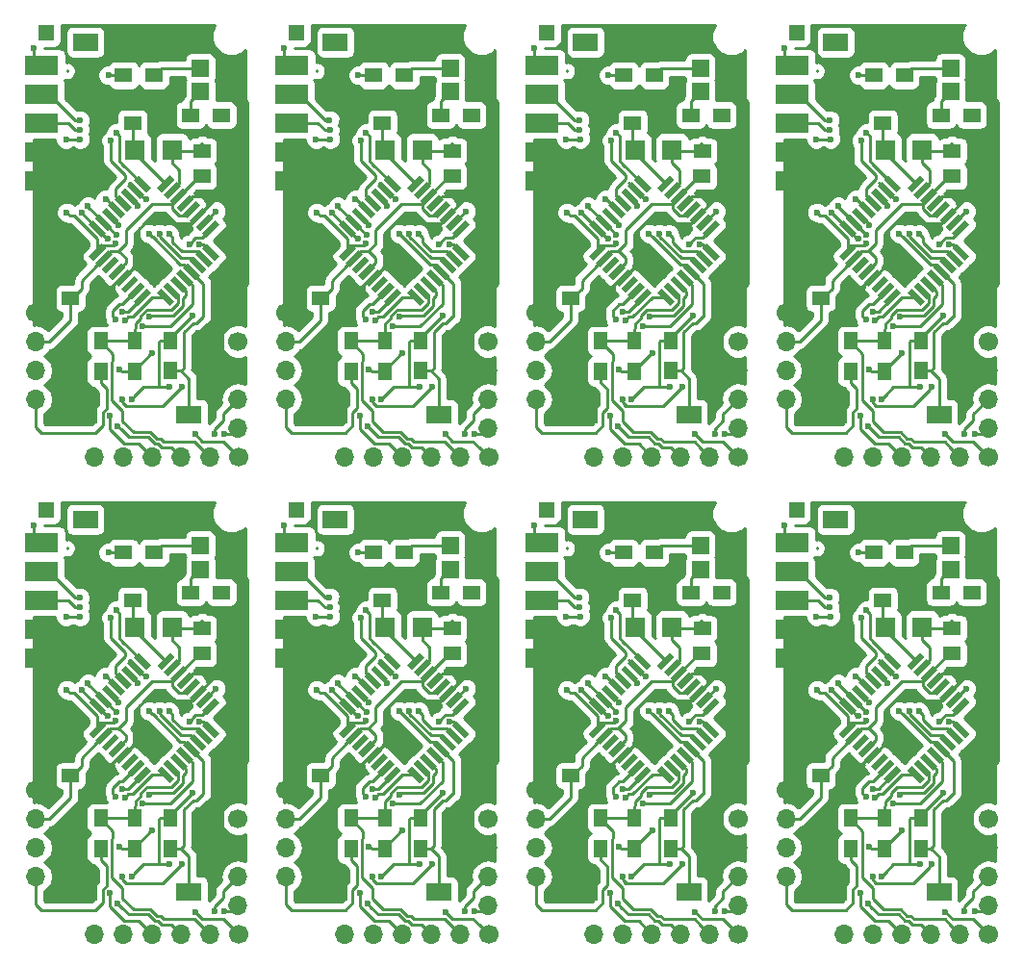
<source format=gtl>
%MOIN*%
%OFA0B0*%
%FSLAX46Y46*%
%IPPOS*%
%LPD*%
%ADD10C,0.0039370078740157488*%
%ADD11C,0.066929133858267723*%
%ADD12O,0.066929133858267723X0.066929133858267723*%
%ADD13R,0.11811023622047245X0.066929133858267723*%
%ADD14R,0.085826771653543313X0.062992125984251982*%
%ADD15R,0.059055118110236227X0.049212598425196853*%
%ADD16R,0.059055118110236227X0.059055118110236227*%
%ADD17R,0.051181102362204731X0.059055118110236227*%
%ADD18R,0.059055118110236227X0.051181102362204731*%
%ADD19R,0.068897637795275593X0.070866141732283464*%
%ADD20R,0.053149606299212608X0.053149606299212608*%
%ADD21C,0.023622047244094488*%
%ADD22C,0.00984251968503937*%
%ADD23C,0.01*%
%ADD34C,0.0039370078740157488*%
%ADD35C,0.066929133858267723*%
%ADD36O,0.066929133858267723X0.066929133858267723*%
%ADD37R,0.11811023622047245X0.066929133858267723*%
%ADD38R,0.085826771653543313X0.062992125984251982*%
%ADD39R,0.059055118110236227X0.049212598425196853*%
%ADD40R,0.059055118110236227X0.059055118110236227*%
%ADD41R,0.051181102362204731X0.059055118110236227*%
%ADD42R,0.059055118110236227X0.051181102362204731*%
%ADD43R,0.068897637795275593X0.070866141732283464*%
%ADD44R,0.053149606299212608X0.053149606299212608*%
%ADD45C,0.023622047244094488*%
%ADD46C,0.00984251968503937*%
%ADD47C,0.01*%
%ADD58C,0.0039370078740157488*%
%ADD59C,0.066929133858267723*%
%ADD60O,0.066929133858267723X0.066929133858267723*%
%ADD61R,0.11811023622047245X0.066929133858267723*%
%ADD62R,0.085826771653543313X0.062992125984251982*%
%ADD63R,0.059055118110236227X0.049212598425196853*%
%ADD64R,0.059055118110236227X0.059055118110236227*%
%ADD65R,0.051181102362204731X0.059055118110236227*%
%ADD66R,0.059055118110236227X0.051181102362204731*%
%ADD67R,0.068897637795275593X0.070866141732283464*%
%ADD68R,0.053149606299212608X0.053149606299212608*%
%ADD69C,0.023622047244094488*%
%ADD70C,0.00984251968503937*%
%ADD71C,0.01*%
%ADD82C,0.0039370078740157488*%
%ADD83C,0.066929133858267723*%
%ADD84O,0.066929133858267723X0.066929133858267723*%
%ADD85R,0.11811023622047245X0.066929133858267723*%
%ADD86R,0.085826771653543313X0.062992125984251982*%
%ADD87R,0.059055118110236227X0.049212598425196853*%
%ADD88R,0.059055118110236227X0.059055118110236227*%
%ADD89R,0.051181102362204731X0.059055118110236227*%
%ADD90R,0.059055118110236227X0.051181102362204731*%
%ADD91R,0.068897637795275593X0.070866141732283464*%
%ADD92R,0.053149606299212608X0.053149606299212608*%
%ADD93C,0.023622047244094488*%
%ADD94C,0.00984251968503937*%
%ADD95C,0.01*%
%ADD106C,0.0039370078740157488*%
%ADD107C,0.066929133858267723*%
%ADD108O,0.066929133858267723X0.066929133858267723*%
%ADD109R,0.11811023622047245X0.066929133858267723*%
%ADD110R,0.085826771653543313X0.062992125984251982*%
%ADD111R,0.059055118110236227X0.049212598425196853*%
%ADD112R,0.059055118110236227X0.059055118110236227*%
%ADD113R,0.051181102362204731X0.059055118110236227*%
%ADD114R,0.059055118110236227X0.051181102362204731*%
%ADD115R,0.068897637795275593X0.070866141732283464*%
%ADD116R,0.053149606299212608X0.053149606299212608*%
%ADD117C,0.023622047244094488*%
%ADD118C,0.00984251968503937*%
%ADD119C,0.01*%
%ADD130C,0.0039370078740157488*%
%ADD131C,0.066929133858267723*%
%ADD132O,0.066929133858267723X0.066929133858267723*%
%ADD133R,0.11811023622047245X0.066929133858267723*%
%ADD134R,0.085826771653543313X0.062992125984251982*%
%ADD135R,0.059055118110236227X0.049212598425196853*%
%ADD136R,0.059055118110236227X0.059055118110236227*%
%ADD137R,0.051181102362204731X0.059055118110236227*%
%ADD138R,0.059055118110236227X0.051181102362204731*%
%ADD139R,0.068897637795275593X0.070866141732283464*%
%ADD140R,0.053149606299212608X0.053149606299212608*%
%ADD141C,0.023622047244094488*%
%ADD142C,0.00984251968503937*%
%ADD143C,0.01*%
%ADD154C,0.0039370078740157488*%
%ADD155C,0.066929133858267723*%
%ADD156O,0.066929133858267723X0.066929133858267723*%
%ADD157R,0.11811023622047245X0.066929133858267723*%
%ADD158R,0.085826771653543313X0.062992125984251982*%
%ADD159R,0.059055118110236227X0.049212598425196853*%
%ADD160R,0.059055118110236227X0.059055118110236227*%
%ADD161R,0.051181102362204731X0.059055118110236227*%
%ADD162R,0.059055118110236227X0.051181102362204731*%
%ADD163R,0.068897637795275593X0.070866141732283464*%
%ADD164R,0.053149606299212608X0.053149606299212608*%
%ADD165C,0.023622047244094488*%
%ADD166C,0.00984251968503937*%
%ADD167C,0.01*%
%ADD178C,0.0039370078740157488*%
%ADD179C,0.066929133858267723*%
%ADD180O,0.066929133858267723X0.066929133858267723*%
%ADD181R,0.11811023622047245X0.066929133858267723*%
%ADD182R,0.085826771653543313X0.062992125984251982*%
%ADD183R,0.059055118110236227X0.049212598425196853*%
%ADD184R,0.059055118110236227X0.059055118110236227*%
%ADD185R,0.051181102362204731X0.059055118110236227*%
%ADD186R,0.059055118110236227X0.051181102362204731*%
%ADD187R,0.068897637795275593X0.070866141732283464*%
%ADD188R,0.053149606299212608X0.053149606299212608*%
%ADD189C,0.023622047244094488*%
%ADD190C,0.00984251968503937*%
%ADD191C,0.01*%
%LPD*%
G01*
D10*
D11*
X-0006692913Y0004921259D02*
X0000034586Y0000548759D03*
D12*
X0000034586Y0000448759D03*
X0000034586Y0000348759D03*
X0000034586Y0000248759D03*
D13*
X0000055531Y0001406258D03*
X0000055531Y0001206259D03*
X0000055531Y0001006259D03*
X0000054586Y0001306259D03*
X0000054586Y0001106259D03*
D10*
G36*
X0000655465Y0000869052D02*
X0000670777Y0000853740D01*
X0000626235Y0000809199D01*
X0000610923Y0000824510D01*
X0000655465Y0000869052D01*
X0000655465Y0000869052D01*
G37*
G36*
X0000633194Y0000891323D02*
X0000648506Y0000876011D01*
X0000603964Y0000831470D01*
X0000588652Y0000846781D01*
X0000633194Y0000891323D01*
X0000633194Y0000891323D01*
G37*
G36*
X0000610923Y0000913595D02*
X0000626235Y0000898283D01*
X0000581692Y0000853740D01*
X0000566381Y0000869052D01*
X0000610923Y0000913595D01*
X0000610923Y0000913595D01*
G37*
G36*
X0000588652Y0000935866D02*
X0000603964Y0000920554D01*
X0000559421Y0000876011D01*
X0000544110Y0000891323D01*
X0000588652Y0000935866D01*
X0000588652Y0000935866D01*
G37*
G36*
X0000566381Y0000958137D02*
X0000581692Y0000942825D01*
X0000537150Y0000898283D01*
X0000521839Y0000913595D01*
X0000566381Y0000958137D01*
X0000566381Y0000958137D01*
G37*
G36*
X0000544110Y0000980408D02*
X0000559421Y0000965096D01*
X0000514879Y0000920554D01*
X0000499568Y0000935866D01*
X0000544110Y0000980408D01*
X0000544110Y0000980408D01*
G37*
G36*
X0000521839Y0001002679D02*
X0000537150Y0000987367D01*
X0000492608Y0000942825D01*
X0000477297Y0000958137D01*
X0000521839Y0001002679D01*
X0000521839Y0001002679D01*
G37*
G36*
X0000499568Y0001024950D02*
X0000514879Y0001009639D01*
X0000470337Y0000965096D01*
X0000455026Y0000980408D01*
X0000499568Y0001024950D01*
X0000499568Y0001024950D01*
G37*
G36*
X0000374293Y0001009639D02*
X0000389604Y0001024950D01*
X0000434147Y0000980408D01*
X0000418835Y0000965096D01*
X0000374293Y0001009639D01*
X0000374293Y0001009639D01*
G37*
G36*
X0000352022Y0000987367D02*
X0000367333Y0001002679D01*
X0000411875Y0000958137D01*
X0000396564Y0000942825D01*
X0000352022Y0000987367D01*
X0000352022Y0000987367D01*
G37*
G36*
X0000329751Y0000965096D02*
X0000345062Y0000980408D01*
X0000389604Y0000935866D01*
X0000374293Y0000920554D01*
X0000329751Y0000965096D01*
X0000329751Y0000965096D01*
G37*
G36*
X0000307480Y0000942825D02*
X0000322791Y0000958137D01*
X0000367333Y0000913595D01*
X0000352022Y0000898283D01*
X0000307480Y0000942825D01*
X0000307480Y0000942825D01*
G37*
G36*
X0000285209Y0000920554D02*
X0000300520Y0000935866D01*
X0000345062Y0000891323D01*
X0000329751Y0000876011D01*
X0000285209Y0000920554D01*
X0000285209Y0000920554D01*
G37*
G36*
X0000262938Y0000898283D02*
X0000278249Y0000913595D01*
X0000322791Y0000869052D01*
X0000307480Y0000853740D01*
X0000262938Y0000898283D01*
X0000262938Y0000898283D01*
G37*
G36*
X0000240667Y0000876011D02*
X0000255977Y0000891323D01*
X0000300520Y0000846781D01*
X0000285209Y0000831470D01*
X0000240667Y0000876011D01*
X0000240667Y0000876011D01*
G37*
G36*
X0000218394Y0000853740D02*
X0000233706Y0000869052D01*
X0000278249Y0000824510D01*
X0000262938Y0000809199D01*
X0000218394Y0000853740D01*
X0000218394Y0000853740D01*
G37*
G36*
X0000262938Y0000788320D02*
X0000278249Y0000773008D01*
X0000233706Y0000728466D01*
X0000218394Y0000743778D01*
X0000262938Y0000788320D01*
X0000262938Y0000788320D01*
G37*
G36*
X0000285209Y0000766049D02*
X0000300520Y0000750737D01*
X0000255977Y0000706195D01*
X0000240667Y0000721507D01*
X0000285209Y0000766049D01*
X0000285209Y0000766049D01*
G37*
G36*
X0000307480Y0000743778D02*
X0000322791Y0000728466D01*
X0000278249Y0000683924D01*
X0000262938Y0000699235D01*
X0000307480Y0000743778D01*
X0000307480Y0000743778D01*
G37*
G36*
X0000329751Y0000721507D02*
X0000345062Y0000706195D01*
X0000300520Y0000661653D01*
X0000285209Y0000676964D01*
X0000329751Y0000721507D01*
X0000329751Y0000721507D01*
G37*
G36*
X0000352022Y0000699235D02*
X0000367333Y0000683924D01*
X0000322791Y0000639382D01*
X0000307480Y0000654693D01*
X0000352022Y0000699235D01*
X0000352022Y0000699235D01*
G37*
G36*
X0000374293Y0000676964D02*
X0000389604Y0000661653D01*
X0000345062Y0000617111D01*
X0000329751Y0000632422D01*
X0000374293Y0000676964D01*
X0000374293Y0000676964D01*
G37*
G36*
X0000396564Y0000654693D02*
X0000411875Y0000639382D01*
X0000367333Y0000594840D01*
X0000352022Y0000610151D01*
X0000396564Y0000654693D01*
X0000396564Y0000654693D01*
G37*
G36*
X0000418835Y0000632422D02*
X0000434147Y0000617111D01*
X0000389604Y0000572569D01*
X0000374293Y0000587880D01*
X0000418835Y0000632422D01*
X0000418835Y0000632422D01*
G37*
G36*
X0000455026Y0000617111D02*
X0000470337Y0000632422D01*
X0000514879Y0000587880D01*
X0000499568Y0000572569D01*
X0000455026Y0000617111D01*
X0000455026Y0000617111D01*
G37*
G36*
X0000477297Y0000639382D02*
X0000492608Y0000654693D01*
X0000537150Y0000610151D01*
X0000521839Y0000594840D01*
X0000477297Y0000639382D01*
X0000477297Y0000639382D01*
G37*
G36*
X0000499568Y0000661653D02*
X0000514879Y0000676964D01*
X0000559421Y0000632422D01*
X0000544110Y0000617111D01*
X0000499568Y0000661653D01*
X0000499568Y0000661653D01*
G37*
G36*
X0000521839Y0000683924D02*
X0000537150Y0000699235D01*
X0000581692Y0000654693D01*
X0000566381Y0000639382D01*
X0000521839Y0000683924D01*
X0000521839Y0000683924D01*
G37*
G36*
X0000544110Y0000706195D02*
X0000559421Y0000721507D01*
X0000603964Y0000676964D01*
X0000588652Y0000661653D01*
X0000544110Y0000706195D01*
X0000544110Y0000706195D01*
G37*
G36*
X0000566381Y0000728466D02*
X0000581692Y0000743778D01*
X0000626235Y0000699235D01*
X0000610923Y0000683924D01*
X0000566381Y0000728466D01*
X0000566381Y0000728466D01*
G37*
G36*
X0000588652Y0000750737D02*
X0000603964Y0000766049D01*
X0000648506Y0000721507D01*
X0000633194Y0000706195D01*
X0000588652Y0000750737D01*
X0000588652Y0000750737D01*
G37*
G36*
X0000610923Y0000773008D02*
X0000626235Y0000788320D01*
X0000670777Y0000743778D01*
X0000655465Y0000728466D01*
X0000610923Y0000773008D01*
X0000610923Y0000773008D01*
G37*
D11*
X0000734586Y0000448759D03*
D12*
X0000734586Y0000348759D03*
X0000734586Y0000248759D03*
X0000734586Y0000148759D03*
D11*
X0000737086Y0000048759D03*
D12*
X0000637086Y0000048759D03*
X0000537086Y0000048759D03*
X0000437086Y0000048759D03*
X0000337086Y0000048759D03*
X0000237086Y0000048759D03*
D14*
X0000565295Y0000196259D03*
X0000203877Y0000196259D03*
X0000206377Y0001486259D03*
X0000567795Y0001486259D03*
D15*
X0000610374Y0001021258D03*
X0000708798Y0001021258D03*
D16*
X0000604625Y0001313759D03*
X0000734547Y0001313759D03*
X0000604625Y0001396259D03*
X0000734547Y0001396259D03*
D17*
X0000502086Y0000453409D03*
X0000502086Y0000347110D03*
D18*
X0000571936Y0001233259D03*
X0000678236Y0001233259D03*
X0000445236Y0001371259D03*
X0000338937Y0001371259D03*
D15*
X0000610873Y0001108259D03*
X0000709299Y0001108259D03*
X0000369874Y0001206259D03*
X0000468298Y0001206259D03*
D19*
X0000507062Y0001113259D03*
X0000379110Y0001113259D03*
D20*
X0000072086Y0001518759D03*
D17*
X0000377086Y0000451909D03*
X0000377086Y0000345610D03*
D15*
X0000155373Y0000598759D03*
X0000253799Y0000598759D03*
D17*
X0000260085Y0000345259D03*
X0000260085Y0000451559D03*
D21*
X0000610374Y0001021258D03*
X0000028086Y0001464259D03*
X0000366583Y0000250244D03*
X0000578005Y0000537927D03*
X0000498085Y0000291259D03*
X0000116086Y0000668259D03*
X0000198086Y0000529259D03*
X0000569433Y0000838544D03*
X0000496456Y0001445590D03*
X0000677261Y0001234234D03*
X0000659086Y0000900259D03*
X0000313086Y0001172259D03*
X0000286086Y0001371259D03*
X0000295086Y0001145259D03*
X0000206377Y0001486259D03*
X0000321782Y0000851935D03*
X0000600889Y0000785531D03*
X0000215654Y0000917626D03*
X0000313556Y0000819593D03*
X0000193382Y0000895356D03*
X0000284465Y0000806727D03*
X0000142086Y0000896259D03*
X0000312426Y0000788116D03*
X0000188762Y0001150259D03*
X0000426896Y0000823638D03*
X0000139479Y0001150303D03*
X0000463057Y0000823088D03*
X0000187086Y0001182259D03*
X0000186457Y0001216419D03*
X0000496314Y0000821362D03*
X0000654086Y0000128259D03*
X0000312347Y0000524234D03*
X0000688086Y0000127259D03*
X0000335477Y0000553351D03*
X0000587086Y0000127080D03*
X0000344002Y0000523030D03*
X0000566086Y0000786259D03*
X0000318106Y0000155611D03*
X0000428672Y0000533685D03*
X0000291160Y0000191534D03*
X0000405680Y0000501581D03*
X0000416085Y0000941218D03*
X0000437478Y0000407981D03*
X0000323086Y0000352259D03*
X0000540688Y0000291259D03*
X0000335086Y0000250259D03*
X0000386111Y0000919866D03*
X0000276086Y0000941218D03*
D22*
X0000143086Y0001387602D02*
X0000143086Y0001384259D01*
X0000610374Y0001021258D02*
X0000615295Y0001021258D01*
X0000034586Y0000448759D02*
X0000081912Y0000448759D01*
X0000081912Y0000448759D02*
X0000155373Y0000522221D01*
X0000155373Y0000522221D02*
X0000155373Y0000598759D01*
X0000502086Y0000453409D02*
X0000502086Y0000462008D01*
X0000502086Y0000462008D02*
X0000578005Y0000537927D01*
X0000462086Y0000291259D02*
X0000410085Y0000291259D01*
X0000498085Y0000291259D02*
X0000462086Y0000291259D01*
X0000502086Y0000453409D02*
X0000466653Y0000453409D01*
X0000466653Y0000453409D02*
X0000462086Y0000448842D01*
X0000462086Y0000448842D02*
X0000462086Y0000291259D01*
X0000028086Y0001464259D02*
X0000028086Y0001433704D01*
X0000028086Y0001433704D02*
X0000055531Y0001406258D01*
X0000378394Y0000262054D02*
X0000366583Y0000250244D01*
X0000407598Y0000291259D02*
X0000378394Y0000262054D01*
X0000410085Y0000291259D02*
X0000407598Y0000291259D01*
X0000346387Y0000835726D02*
X0000436089Y0000925426D01*
X0000346387Y0000787279D02*
X0000346387Y0000835726D01*
X0000320086Y0000760976D02*
X0000346387Y0000787279D01*
X0000436089Y0000925426D02*
X0000504440Y0000925426D01*
X0000346086Y0000737259D02*
X0000346086Y0000722530D01*
X0000346086Y0000722530D02*
X0000315135Y0000691580D01*
X0000322369Y0000760976D02*
X0000346086Y0000737259D01*
X0000320086Y0000760976D02*
X0000322369Y0000760976D01*
X0000270593Y0000736122D02*
X0000295648Y0000761176D01*
X0000319886Y0000761176D02*
X0000320086Y0000760976D01*
X0000295648Y0000761176D02*
X0000319886Y0000761176D01*
X0000055531Y0001406258D02*
X0000081122Y0001406258D01*
X0000270593Y0000736122D02*
X0000291045Y0000756573D01*
X0000509043Y0000920823D02*
X0000504440Y0000925426D01*
X0000509043Y0000908294D02*
X0000509043Y0000920823D01*
X0000531850Y0000885488D02*
X0000509043Y0000908294D01*
X0000574037Y0000905939D02*
X0000553585Y0000885488D01*
X0000553585Y0000885488D02*
X0000531850Y0000885488D01*
X0000155373Y0000598759D02*
X0000160295Y0000598759D01*
X0000160295Y0000598759D02*
X0000194744Y0000633208D01*
X0000194744Y0000633208D02*
X0000194744Y0000660272D01*
X0000194744Y0000660272D02*
X0000245538Y0000711067D01*
X0000245538Y0000711067D02*
X0000270593Y0000736122D01*
X0000504440Y0000925426D02*
X0000529495Y0000950481D01*
X0000529495Y0000950481D02*
X0000600273Y0001021258D01*
X0000600273Y0001021258D02*
X0000610374Y0001021258D01*
X0000061086Y0000668259D02*
X0000034586Y0000641759D01*
X0000034586Y0000641759D02*
X0000034586Y0000548759D01*
X0000116086Y0000668259D02*
X0000061086Y0000668259D01*
X0000198086Y0000529259D02*
X0000198086Y0000543047D01*
X0000198086Y0000543047D02*
X0000253799Y0000598759D01*
X0000680074Y0000542895D02*
X0000680074Y0000559599D01*
X0000769086Y0000648611D02*
X0000691885Y0000571410D01*
X0000680074Y0000403272D02*
X0000680074Y0000542895D01*
X0000734547Y0001313759D02*
X0000769086Y0001279220D01*
X0000769086Y0001279220D02*
X0000769086Y0000648611D01*
X0000691885Y0000571410D02*
X0000680074Y0000559599D01*
X0000734586Y0000348759D02*
X0000680074Y0000403272D01*
X0000422085Y0000858259D02*
X0000412086Y0000858259D01*
X0000383086Y0000715259D02*
X0000378086Y0000710259D01*
X0000383086Y0000829259D02*
X0000383086Y0000715259D01*
X0000412086Y0000858259D02*
X0000383086Y0000829259D01*
X0000203005Y0000196259D02*
X0000203877Y0000196259D01*
X0000557086Y0000858259D02*
X0000557086Y0000858613D01*
X0000422085Y0000858259D02*
X0000557086Y0000858259D01*
X0000569433Y0000855247D02*
X0000569433Y0000838544D01*
X0000569433Y0000856793D02*
X0000569433Y0000855247D01*
X0000596308Y0000883668D02*
X0000569433Y0000856793D01*
X0000053086Y0001003814D02*
X0000055531Y0001006259D01*
X0000567795Y0001486259D02*
X0000515039Y0001486259D01*
X0000515039Y0001486259D02*
X0000496456Y0001467677D01*
X0000496456Y0001467677D02*
X0000496456Y0001445590D01*
X0000104086Y0001106259D02*
X0000054586Y0001106259D01*
X0000203877Y0000196259D02*
X0000192459Y0000196259D01*
X0000378086Y0000710259D02*
X0000378086Y0000709988D01*
X0000378086Y0000709988D02*
X0000337407Y0000669308D01*
X0000571253Y0000858613D02*
X0000557086Y0000858613D01*
X0000596308Y0000883668D02*
X0000571253Y0000858613D01*
X0000253799Y0000598759D02*
X0000258720Y0000598759D01*
X0000258720Y0000598759D02*
X0000329269Y0000669308D01*
X0000329269Y0000669308D02*
X0000337407Y0000669308D01*
X0000734547Y0001313759D02*
X0000695177Y0001313759D01*
X0000551766Y0000928210D02*
X0000576821Y0000953265D01*
X0000576821Y0000953265D02*
X0000635883Y0000953265D01*
X0000635883Y0000953265D02*
X0000703876Y0001021258D01*
X0000703876Y0001021258D02*
X0000708798Y0001021258D01*
X0000596308Y0000883668D02*
X0000708798Y0000996159D01*
X0000708798Y0000996159D02*
X0000708798Y0001021258D01*
X0000659086Y0000900259D02*
X0000657442Y0000900259D01*
X0000657442Y0000900259D02*
X0000618579Y0000861397D01*
X0000404220Y0000995023D02*
X0000335984Y0001063259D01*
X0000313086Y0001172259D02*
X0000324897Y0001160448D01*
X0000324897Y0001160448D02*
X0000324897Y0001074346D01*
X0000324897Y0001074346D02*
X0000335984Y0001063259D01*
X0000338937Y0001371259D02*
X0000286086Y0001371259D01*
X0000295086Y0001145259D02*
X0000295086Y0001076259D01*
X0000295086Y0001076259D02*
X0000345086Y0001026259D01*
X0000345086Y0001011258D02*
X0000312352Y0000978525D01*
X0000312352Y0000978525D02*
X0000312352Y0000953265D01*
X0000312352Y0000953265D02*
X0000337407Y0000928210D01*
X0000345086Y0001026259D02*
X0000345086Y0001011258D01*
X0000292864Y0000883668D02*
X0000321782Y0000854749D01*
X0000321782Y0000854749D02*
X0000321782Y0000851935D01*
X0000640850Y0000758393D02*
X0000613711Y0000785531D01*
X0000613711Y0000785531D02*
X0000600889Y0000785531D01*
X0000571936Y0001233259D02*
X0000571936Y0001281070D01*
X0000571936Y0001281070D02*
X0000604625Y0001313759D01*
X0000604625Y0001396259D02*
X0000470236Y0001396259D01*
X0000470236Y0001396259D02*
X0000445236Y0001371259D01*
X0000215654Y0000916336D02*
X0000215654Y0000917626D01*
X0000270593Y0000861397D02*
X0000215654Y0000916336D01*
X0000270593Y0000861397D02*
X0000312397Y0000819593D01*
X0000312397Y0000819593D02*
X0000313556Y0000819593D01*
X0000193382Y0000894065D02*
X0000193382Y0000895356D01*
X0000248322Y0000839125D02*
X0000193382Y0000894065D01*
X0000248322Y0000839125D02*
X0000280721Y0000806727D01*
X0000280721Y0000806727D02*
X0000284465Y0000806727D01*
X0000167897Y0000884448D02*
X0000248322Y0000804023D01*
X0000248322Y0000804023D02*
X0000248322Y0000758393D01*
X0000142086Y0000896259D02*
X0000153897Y0000884448D01*
X0000153897Y0000884448D02*
X0000167897Y0000884448D01*
X0000306431Y0000782121D02*
X0000312426Y0000788116D01*
X0000248322Y0000758393D02*
X0000248322Y0000777640D01*
X0000252802Y0000782121D02*
X0000306431Y0000782121D01*
X0000248322Y0000777640D02*
X0000252802Y0000782121D01*
X0000502086Y0000347110D02*
X0000537519Y0000347110D01*
X0000537519Y0000347110D02*
X0000565295Y0000319333D01*
X0000565295Y0000319333D02*
X0000565295Y0000237598D01*
X0000565295Y0000237598D02*
X0000565295Y0000196259D01*
X0000615472Y0000536259D02*
X0000615472Y0000650144D01*
X0000547086Y0000356677D02*
X0000547086Y0000480663D01*
X0000547086Y0000480663D02*
X0000579744Y0000513321D01*
X0000579744Y0000513321D02*
X0000589816Y0000513321D01*
X0000589816Y0000513321D02*
X0000612755Y0000536259D01*
X0000612755Y0000536259D02*
X0000615472Y0000536259D01*
X0000537519Y0000347110D02*
X0000547086Y0000356677D01*
X0000139479Y0001150303D02*
X0000188719Y0001150303D01*
X0000188719Y0001150303D02*
X0000188762Y0001150259D01*
X0000439517Y0000811827D02*
X0000534711Y0000716635D01*
X0000534711Y0000716635D02*
X0000548982Y0000716635D01*
X0000548982Y0000716635D02*
X0000574037Y0000691580D01*
X0000426896Y0000823638D02*
X0000438707Y0000811827D01*
X0000438707Y0000811827D02*
X0000439517Y0000811827D01*
X0000615472Y0000650144D02*
X0000599092Y0000666525D01*
X0000599092Y0000666525D02*
X0000574037Y0000691580D01*
X0000577086Y0000208051D02*
X0000565295Y0000196259D01*
X0000537495Y0000738906D02*
X0000463057Y0000813344D01*
X0000596308Y0000713851D02*
X0000571253Y0000738906D01*
X0000571253Y0000738906D02*
X0000537495Y0000738906D01*
X0000463057Y0000813344D02*
X0000463057Y0000823088D01*
X0000146383Y0001206259D02*
X0000170383Y0001182259D01*
X0000055531Y0001206259D02*
X0000146383Y0001206259D01*
X0000170383Y0001182259D02*
X0000187086Y0001182259D01*
X0000170017Y0001216419D02*
X0000186457Y0001216419D01*
X0000080177Y0001306259D02*
X0000170017Y0001216419D01*
X0000054586Y0001306259D02*
X0000080177Y0001306259D01*
X0000508125Y0000809551D02*
X0000496314Y0000821362D01*
X0000618579Y0000736122D02*
X0000593048Y0000761653D01*
X0000593048Y0000761653D02*
X0000539803Y0000761653D01*
X0000539803Y0000761653D02*
X0000508125Y0000793332D01*
X0000508125Y0000793332D02*
X0000508125Y0000809551D01*
X0000654086Y0000128259D02*
X0000654086Y0000144963D01*
X0000654086Y0000144963D02*
X0000683382Y0000174259D01*
X0000683382Y0000174259D02*
X0000683382Y0000197556D01*
X0000683382Y0000197556D02*
X0000734586Y0000248759D01*
X0000734586Y0000239759D02*
X0000734586Y0000248759D01*
X0000300535Y0000554809D02*
X0000300535Y0000536045D01*
X0000323684Y0000577957D02*
X0000300535Y0000554809D01*
X0000381949Y0000624767D02*
X0000335139Y0000577957D01*
X0000335139Y0000577957D02*
X0000323684Y0000577957D01*
X0000300535Y0000536045D02*
X0000312347Y0000524234D01*
X0000688086Y0000127259D02*
X0000713086Y0000127259D01*
X0000713086Y0000127259D02*
X0000734586Y0000148759D01*
X0000352180Y0000553351D02*
X0000335477Y0000553351D01*
X0000355075Y0000553351D02*
X0000352180Y0000553351D01*
X0000404220Y0000602495D02*
X0000355075Y0000553351D01*
X0000703621Y0000082224D02*
X0000737086Y0000048759D01*
X0000611513Y0000102653D02*
X0000683192Y0000102653D01*
X0000683192Y0000102653D02*
X0000703621Y0000082224D01*
X0000587086Y0000127080D02*
X0000611513Y0000102653D01*
X0000369972Y0000534841D02*
X0000355812Y0000534841D01*
X0000437627Y0000602495D02*
X0000369972Y0000534841D01*
X0000355812Y0000534841D02*
X0000344002Y0000523030D01*
X0000484952Y0000602495D02*
X0000437627Y0000602495D01*
X0000456322Y0000602495D02*
X0000484952Y0000602495D01*
X0000484952Y0000602495D02*
X0000484952Y0000602126D01*
X0000589078Y0000810139D02*
X0000611863Y0000810139D01*
X0000611863Y0000810139D02*
X0000640850Y0000839125D01*
X0000566086Y0000786259D02*
X0000576283Y0000796456D01*
X0000576283Y0000796456D02*
X0000576283Y0000797343D01*
X0000576283Y0000797343D02*
X0000589078Y0000810139D01*
X0000336032Y0000207542D02*
X0000336032Y0000172468D01*
X0000431669Y0000135259D02*
X0000454192Y0000112736D01*
X0000336032Y0000172468D02*
X0000373241Y0000135259D01*
X0000373241Y0000135259D02*
X0000431669Y0000135259D01*
X0000603622Y0000082224D02*
X0000637086Y0000048759D01*
X0000466629Y0000112736D02*
X0000478713Y0000100653D01*
X0000454192Y0000112736D02*
X0000466629Y0000112736D01*
X0000478713Y0000100653D02*
X0000585192Y0000100653D01*
X0000298472Y0000245102D02*
X0000336032Y0000207542D01*
X0000298472Y0000287259D02*
X0000298472Y0000245102D01*
X0000585192Y0000100653D02*
X0000603622Y0000082224D01*
X0000300950Y0000406757D02*
X0000300950Y0000382661D01*
X0000260085Y0000447622D02*
X0000300950Y0000406757D01*
X0000260085Y0000451559D02*
X0000260085Y0000447622D01*
X0000298472Y0000380183D02*
X0000298472Y0000287259D01*
X0000300950Y0000382661D02*
X0000298472Y0000380183D01*
X0000298472Y0000287259D02*
X0000298472Y0000256259D01*
X0000527675Y0000582580D02*
X0000527675Y0000604315D01*
X0000399409Y0000539222D02*
X0000419960Y0000559773D01*
X0000379800Y0000510499D02*
X0000399409Y0000530110D01*
X0000377086Y0000491279D02*
X0000379800Y0000493993D01*
X0000377086Y0000451909D02*
X0000377086Y0000491279D01*
X0000527675Y0000604315D02*
X0000507223Y0000624767D01*
X0000419960Y0000559773D02*
X0000504868Y0000559773D01*
X0000379800Y0000493993D02*
X0000379800Y0000510499D01*
X0000399409Y0000530110D02*
X0000399409Y0000539222D01*
X0000504868Y0000559773D02*
X0000527675Y0000582580D01*
X0000377086Y0000451909D02*
X0000260436Y0000451909D01*
X0000260436Y0000451909D02*
X0000260085Y0000451559D01*
X0000377086Y0000455846D02*
X0000377086Y0000451909D01*
X0000377086Y0000451909D02*
X0000377086Y0000447972D01*
X0000503622Y0000082224D02*
X0000472086Y0000082224D01*
X0000424613Y0000117259D02*
X0000356458Y0000117259D01*
X0000459291Y0000095019D02*
X0000446853Y0000095019D01*
X0000356458Y0000117259D02*
X0000329917Y0000143800D01*
X0000446853Y0000095019D02*
X0000424613Y0000117259D01*
X0000537086Y0000048759D02*
X0000503622Y0000082224D01*
X0000329917Y0000143800D02*
X0000318106Y0000155611D01*
X0000472086Y0000082224D02*
X0000459291Y0000095019D01*
X0000428672Y0000533685D02*
X0000434543Y0000539556D01*
X0000434543Y0000539556D02*
X0000440383Y0000539556D01*
X0000440383Y0000539556D02*
X0000512086Y0000539556D01*
X0000511789Y0000539259D02*
X0000512086Y0000539556D01*
X0000512086Y0000539556D02*
X0000512086Y0000540259D01*
X0000512086Y0000540259D02*
X0000512086Y0000539556D01*
X0000545392Y0000572862D02*
X0000512086Y0000539556D01*
X0000529495Y0000647037D02*
X0000554550Y0000621983D01*
X0000554550Y0000621983D02*
X0000554550Y0000609455D01*
X0000554550Y0000609455D02*
X0000545392Y0000600297D01*
X0000545392Y0000600297D02*
X0000545392Y0000572862D01*
X0000291160Y0000146139D02*
X0000291160Y0000174832D01*
X0000342281Y0000095019D02*
X0000291160Y0000146139D01*
X0000390826Y0000095019D02*
X0000342281Y0000095019D01*
X0000437086Y0000048759D02*
X0000390826Y0000095019D01*
X0000291160Y0000174832D02*
X0000291160Y0000191534D01*
X0000422384Y0000501581D02*
X0000405680Y0000501581D01*
X0000422779Y0000501976D02*
X0000422384Y0000501581D01*
X0000499562Y0000501976D02*
X0000422779Y0000501976D01*
X0000576821Y0000579235D02*
X0000499562Y0000501976D01*
X0000576821Y0000644254D02*
X0000576821Y0000579235D01*
X0000551766Y0000669308D02*
X0000576821Y0000644254D01*
X0000507062Y0001113259D02*
X0000507062Y0001067984D01*
X0000507062Y0001067984D02*
X0000532278Y0001042767D01*
X0000532278Y0001042767D02*
X0000532278Y0000997807D01*
X0000532278Y0000997807D02*
X0000507223Y0000972752D01*
X0000610873Y0001108259D02*
X0000512062Y0001108259D01*
X0000512062Y0001108259D02*
X0000507062Y0001113259D01*
X0000600374Y0001126259D02*
X0000610374Y0001136259D01*
X0000369874Y0001206259D02*
X0000369874Y0001122496D01*
X0000369874Y0001122496D02*
X0000379110Y0001113259D01*
X0000379110Y0001113259D02*
X0000379110Y0001100866D01*
X0000379110Y0001100866D02*
X0000474513Y0001005463D01*
X0000474513Y0001005463D02*
X0000484952Y0000995023D01*
X0000381949Y0000972752D02*
X0000413481Y0000941218D01*
X0000413481Y0000941218D02*
X0000416085Y0000941218D01*
X0000381949Y0000972752D02*
X0000356894Y0000997807D01*
X0000435520Y0000407981D02*
X0000437478Y0000407981D01*
X0000377086Y0000349547D02*
X0000435520Y0000407981D01*
X0000377086Y0000345610D02*
X0000377086Y0000349547D01*
X0000377086Y0000345610D02*
X0000333500Y0000345610D01*
X0000333500Y0000345610D02*
X0000323086Y0000352259D01*
X0000528877Y0000279448D02*
X0000540688Y0000291259D01*
X0000474688Y0000225259D02*
X0000528877Y0000279448D01*
X0000354086Y0000225259D02*
X0000474688Y0000225259D01*
X0000347142Y0000225259D02*
X0000354086Y0000225259D01*
X0000335086Y0000237315D02*
X0000347142Y0000225259D01*
X0000335086Y0000250259D02*
X0000335086Y0000237315D01*
X0000354086Y0000225259D02*
X0000343371Y0000225259D01*
X0000055086Y0000132259D02*
X0000034586Y0000152759D01*
X0000034586Y0000152759D02*
X0000034586Y0000248759D01*
X0000241086Y0000132259D02*
X0000055086Y0000132259D01*
X0000266554Y0000157726D02*
X0000241086Y0000132259D01*
X0000280755Y0000217547D02*
X0000266554Y0000203346D01*
X0000266554Y0000203346D02*
X0000266554Y0000157726D01*
X0000280755Y0000285220D02*
X0000280755Y0000217547D01*
X0000260085Y0000345259D02*
X0000260085Y0000305889D01*
X0000260085Y0000305889D02*
X0000280755Y0000285220D01*
X0000386111Y0000924048D02*
X0000386111Y0000919866D01*
X0000359678Y0000950481D02*
X0000386111Y0000924048D01*
X0000279856Y0000941218D02*
X0000276086Y0000941218D01*
X0000315135Y0000905939D02*
X0000279856Y0000941218D01*
D23*
G36*
X0000260224Y0000665900D02*
X0000264511Y0000662971D01*
X0000267185Y0000658940D01*
X0000282496Y0000643629D01*
X0000290280Y0000638311D01*
X0000300168Y0000636166D01*
X0000305205Y0000637113D01*
X0000304264Y0000632774D01*
X0000306135Y0000622831D01*
X0000311727Y0000614398D01*
X0000319149Y0000606976D01*
X0000312234Y0000605601D01*
X0000302527Y0000599115D01*
X0000279378Y0000575966D01*
X0000272892Y0000566259D01*
X0000270614Y0000554809D01*
X0000270614Y0000536045D01*
X0000272892Y0000524594D01*
X0000275532Y0000520642D01*
X0000275529Y0000516943D01*
X0000279813Y0000506576D01*
X0000234496Y0000506576D01*
X0000225231Y0000504833D01*
X0000216721Y0000499357D01*
X0000211014Y0000491003D01*
X0000209006Y0000481086D01*
X0000209006Y0000422031D01*
X0000210749Y0000412767D01*
X0000216224Y0000404258D01*
X0000224579Y0000398549D01*
X0000225094Y0000398445D01*
X0000216721Y0000393058D01*
X0000211014Y0000384704D01*
X0000209006Y0000374787D01*
X0000209006Y0000315732D01*
X0000210749Y0000306467D01*
X0000216224Y0000297958D01*
X0000224579Y0000292250D01*
X0000234496Y0000290242D01*
X0000235247Y0000290242D01*
X0000238929Y0000284732D01*
X0000250834Y0000272827D01*
X0000250834Y0000229941D01*
X0000245397Y0000224504D01*
X0000238910Y0000214796D01*
X0000236633Y0000203346D01*
X0000236633Y0000170121D01*
X0000228692Y0000162181D01*
X0000067480Y0000162181D01*
X0000064505Y0000165153D01*
X0000064505Y0000199023D01*
X0000077072Y0000207419D01*
X0000089746Y0000226386D01*
X0000094196Y0000248759D01*
X0000089746Y0000271133D01*
X0000077072Y0000290100D01*
X0000064113Y0000298759D01*
X0000077072Y0000307419D01*
X0000089746Y0000326386D01*
X0000094196Y0000348759D01*
X0000089746Y0000371133D01*
X0000077072Y0000390100D01*
X0000064113Y0000398759D01*
X0000077072Y0000407419D01*
X0000085130Y0000419478D01*
X0000093362Y0000421116D01*
X0000103070Y0000427602D01*
X0000176531Y0000501063D01*
X0000183017Y0000510769D01*
X0000185295Y0000522221D01*
X0000185295Y0000548737D01*
X0000194165Y0000550407D01*
X0000202674Y0000555882D01*
X0000208383Y0000564236D01*
X0000210391Y0000574153D01*
X0000210391Y0000606540D01*
X0000215901Y0000612051D01*
X0000222387Y0000621758D01*
X0000224665Y0000633208D01*
X0000224665Y0000647878D01*
X0000251456Y0000674668D01*
X0000260224Y0000665900D01*
X0000260224Y0000665900D01*
G37*
X0000260224Y0000665900D02*
X0000264511Y0000662971D01*
X0000267185Y0000658940D01*
X0000282496Y0000643629D01*
X0000290280Y0000638311D01*
X0000300168Y0000636166D01*
X0000305205Y0000637113D01*
X0000304264Y0000632774D01*
X0000306135Y0000622831D01*
X0000311727Y0000614398D01*
X0000319149Y0000606976D01*
X0000312234Y0000605601D01*
X0000302527Y0000599115D01*
X0000279378Y0000575966D01*
X0000272892Y0000566259D01*
X0000270614Y0000554809D01*
X0000270614Y0000536045D01*
X0000272892Y0000524594D01*
X0000275532Y0000520642D01*
X0000275529Y0000516943D01*
X0000279813Y0000506576D01*
X0000234496Y0000506576D01*
X0000225231Y0000504833D01*
X0000216721Y0000499357D01*
X0000211014Y0000491003D01*
X0000209006Y0000481086D01*
X0000209006Y0000422031D01*
X0000210749Y0000412767D01*
X0000216224Y0000404258D01*
X0000224579Y0000398549D01*
X0000225094Y0000398445D01*
X0000216721Y0000393058D01*
X0000211014Y0000384704D01*
X0000209006Y0000374787D01*
X0000209006Y0000315732D01*
X0000210749Y0000306467D01*
X0000216224Y0000297958D01*
X0000224579Y0000292250D01*
X0000234496Y0000290242D01*
X0000235247Y0000290242D01*
X0000238929Y0000284732D01*
X0000250834Y0000272827D01*
X0000250834Y0000229941D01*
X0000245397Y0000224504D01*
X0000238910Y0000214796D01*
X0000236633Y0000203346D01*
X0000236633Y0000170121D01*
X0000228692Y0000162181D01*
X0000067480Y0000162181D01*
X0000064505Y0000165153D01*
X0000064505Y0000199023D01*
X0000077072Y0000207419D01*
X0000089746Y0000226386D01*
X0000094196Y0000248759D01*
X0000089746Y0000271133D01*
X0000077072Y0000290100D01*
X0000064113Y0000298759D01*
X0000077072Y0000307419D01*
X0000089746Y0000326386D01*
X0000094196Y0000348759D01*
X0000089746Y0000371133D01*
X0000077072Y0000390100D01*
X0000064113Y0000398759D01*
X0000077072Y0000407419D01*
X0000085130Y0000419478D01*
X0000093362Y0000421116D01*
X0000103070Y0000427602D01*
X0000176531Y0000501063D01*
X0000183017Y0000510769D01*
X0000185295Y0000522221D01*
X0000185295Y0000548737D01*
X0000194165Y0000550407D01*
X0000202674Y0000555882D01*
X0000208383Y0000564236D01*
X0000210391Y0000574153D01*
X0000210391Y0000606540D01*
X0000215901Y0000612051D01*
X0000222387Y0000621758D01*
X0000224665Y0000633208D01*
X0000224665Y0000647878D01*
X0000251456Y0000674668D01*
X0000260224Y0000665900D01*
G36*
X0000654212Y0001545003D02*
X0000643791Y0001519906D01*
X0000643767Y0001492732D01*
X0000654143Y0001467615D01*
X0000673343Y0001448385D01*
X0000698439Y0001437964D01*
X0000725614Y0001437939D01*
X0000750728Y0001448318D01*
X0000759447Y0001457022D01*
X0000759447Y0000501739D01*
X0000746266Y0000507214D01*
X0000723008Y0000507233D01*
X0000701512Y0000498352D01*
X0000685051Y0000481920D01*
X0000676132Y0000460440D01*
X0000676111Y0000437181D01*
X0000684993Y0000415685D01*
X0000701425Y0000399224D01*
X0000722906Y0000390304D01*
X0000746164Y0000390285D01*
X0000759447Y0000395773D01*
X0000759447Y0000301876D01*
X0000758105Y0000302774D01*
X0000735731Y0000307224D01*
X0000733441Y0000307224D01*
X0000711067Y0000302774D01*
X0000692100Y0000290100D01*
X0000679426Y0000271133D01*
X0000674976Y0000248759D01*
X0000677846Y0000234334D01*
X0000662225Y0000218714D01*
X0000655739Y0000209006D01*
X0000653461Y0000197556D01*
X0000653461Y0000186653D01*
X0000633697Y0000166890D01*
X0000633697Y0000227754D01*
X0000631954Y0000237020D01*
X0000626479Y0000245529D01*
X0000618125Y0000251237D01*
X0000608208Y0000253245D01*
X0000595216Y0000253245D01*
X0000595216Y0000319333D01*
X0000592938Y0000330784D01*
X0000586452Y0000340492D01*
X0000575889Y0000351055D01*
X0000577007Y0000356677D01*
X0000577007Y0000468269D01*
X0000592714Y0000483975D01*
X0000601267Y0000485677D01*
X0000610974Y0000492163D01*
X0000628442Y0000509630D01*
X0000636629Y0000515101D01*
X0000643116Y0000524809D01*
X0000645393Y0000536259D01*
X0000645393Y0000650144D01*
X0000643849Y0000657910D01*
X0000643116Y0000661595D01*
X0000636629Y0000671302D01*
X0000635489Y0000672442D01*
X0000644259Y0000681211D01*
X0000647187Y0000685498D01*
X0000651218Y0000688171D01*
X0000666529Y0000703483D01*
X0000669458Y0000707768D01*
X0000673489Y0000710442D01*
X0000688800Y0000725754D01*
X0000694119Y0000733537D01*
X0000696264Y0000743424D01*
X0000694393Y0000753368D01*
X0000688800Y0000761802D01*
X0000651843Y0000798759D01*
X0000688800Y0000835717D01*
X0000694119Y0000843500D01*
X0000696264Y0000853389D01*
X0000694393Y0000863332D01*
X0000688800Y0000871764D01*
X0000685726Y0000874840D01*
X0000690275Y0000879380D01*
X0000695891Y0000892905D01*
X0000695904Y0000907549D01*
X0000690311Y0000921084D01*
X0000679965Y0000931448D01*
X0000666439Y0000937064D01*
X0000651796Y0000937077D01*
X0000638261Y0000931484D01*
X0000629057Y0000922296D01*
X0000627580Y0000930146D01*
X0000621988Y0000938578D01*
X0000606676Y0000953890D01*
X0000598893Y0000959208D01*
X0000589004Y0000961353D01*
X0000583967Y0000960405D01*
X0000584586Y0000963257D01*
X0000592492Y0000971163D01*
X0000639901Y0000971163D01*
X0000649166Y0000972907D01*
X0000657674Y0000978381D01*
X0000663383Y0000986736D01*
X0000665391Y0000996653D01*
X0000665391Y0001045866D01*
X0000663648Y0001055130D01*
X0000658172Y0001063639D01*
X0000656860Y0001064536D01*
X0000658174Y0001065382D01*
X0000663883Y0001073736D01*
X0000665891Y0001083653D01*
X0000665891Y0001132866D01*
X0000664148Y0001142130D01*
X0000658672Y0001150639D01*
X0000650318Y0001156347D01*
X0000640401Y0001158355D01*
X0000630126Y0001158355D01*
X0000621824Y0001163903D01*
X0000610374Y0001166181D01*
X0000598923Y0001163903D01*
X0000590621Y0001158355D01*
X0000581346Y0001158355D01*
X0000572081Y0001156612D01*
X0000566220Y0001152841D01*
X0000565258Y0001157957D01*
X0000559783Y0001166466D01*
X0000551428Y0001172174D01*
X0000541511Y0001174182D01*
X0000472614Y0001174182D01*
X0000463349Y0001172439D01*
X0000454840Y0001166964D01*
X0000449132Y0001158609D01*
X0000447124Y0001148692D01*
X0000447124Y0001077826D01*
X0000447740Y0001074550D01*
X0000439047Y0001083242D01*
X0000439047Y0001148692D01*
X0000437304Y0001157957D01*
X0000431830Y0001166466D01*
X0000423475Y0001172174D01*
X0000422991Y0001172272D01*
X0000424891Y0001181653D01*
X0000424891Y0001230866D01*
X0000423148Y0001240130D01*
X0000417672Y0001248639D01*
X0000409318Y0001254347D01*
X0000399401Y0001256355D01*
X0000340346Y0001256355D01*
X0000331080Y0001254612D01*
X0000322573Y0001249137D01*
X0000316864Y0001240783D01*
X0000314856Y0001230866D01*
X0000314856Y0001209069D01*
X0000305796Y0001209077D01*
X0000292262Y0001203484D01*
X0000281897Y0001193138D01*
X0000276281Y0001179614D01*
X0000276279Y0001177318D01*
X0000274262Y0001176484D01*
X0000263897Y0001166138D01*
X0000258280Y0001152614D01*
X0000258269Y0001137969D01*
X0000263861Y0001124435D01*
X0000265165Y0001123129D01*
X0000265165Y0001076259D01*
X0000267442Y0001064809D01*
X0000273929Y0001055102D01*
X0000310271Y0001018759D01*
X0000291194Y0000999681D01*
X0000284708Y0000989974D01*
X0000282430Y0000978525D01*
X0000282430Y0000978024D01*
X0000268796Y0000978036D01*
X0000255262Y0000972443D01*
X0000244897Y0000962096D01*
X0000239281Y0000948573D01*
X0000239279Y0000946065D01*
X0000236533Y0000948816D01*
X0000223009Y0000954432D01*
X0000208364Y0000954445D01*
X0000194830Y0000948852D01*
X0000184466Y0000938506D01*
X0000180953Y0000930050D01*
X0000172558Y0000926581D01*
X0000168187Y0000922217D01*
X0000162964Y0000927448D01*
X0000149440Y0000933064D01*
X0000134796Y0000933077D01*
X0000121262Y0000927484D01*
X0000110897Y0000917138D01*
X0000105281Y0000903614D01*
X0000105269Y0000888969D01*
X0000110861Y0000875435D01*
X0000121207Y0000865071D01*
X0000134732Y0000859454D01*
X0000138486Y0000859451D01*
X0000142447Y0000856805D01*
X0000153897Y0000854527D01*
X0000155503Y0000854527D01*
X0000218400Y0000791629D01*
X0000218400Y0000779831D01*
X0000200371Y0000761802D01*
X0000195053Y0000754018D01*
X0000192908Y0000744130D01*
X0000194779Y0000734186D01*
X0000200371Y0000725754D01*
X0000209140Y0000716984D01*
X0000173586Y0000681429D01*
X0000167099Y0000671723D01*
X0000164822Y0000660272D01*
X0000164822Y0000648855D01*
X0000125846Y0000648855D01*
X0000116582Y0000647112D01*
X0000108073Y0000641637D01*
X0000102364Y0000633283D01*
X0000100356Y0000623366D01*
X0000100356Y0000574153D01*
X0000102099Y0000564889D01*
X0000107575Y0000556380D01*
X0000115929Y0000550672D01*
X0000125452Y0000548743D01*
X0000125452Y0000534615D01*
X0000078621Y0000487783D01*
X0000077072Y0000490100D01*
X0000058105Y0000502774D01*
X0000035731Y0000507224D01*
X0000033441Y0000507224D01*
X0000027952Y0000506132D01*
X0000027952Y0001147305D01*
X0000102665Y0001147305D01*
X0000102662Y0001143012D01*
X0000108254Y0001129478D01*
X0000118600Y0001119114D01*
X0000132125Y0001113498D01*
X0000146769Y0001113485D01*
X0000160304Y0001119077D01*
X0000161610Y0001120381D01*
X0000166575Y0001120381D01*
X0000167883Y0001119071D01*
X0000181408Y0001113455D01*
X0000196052Y0001113442D01*
X0000209586Y0001119034D01*
X0000219950Y0001129380D01*
X0000225567Y0001142905D01*
X0000225579Y0001157549D01*
X0000221143Y0001168287D01*
X0000223891Y0001174905D01*
X0000223904Y0001189549D01*
X0000219542Y0001200106D01*
X0000223261Y0001209065D01*
X0000223275Y0001223709D01*
X0000217682Y0001237244D01*
X0000207336Y0001247608D01*
X0000193812Y0001253224D01*
X0000179167Y0001253237D01*
X0000176582Y0001252169D01*
X0000139131Y0001289620D01*
X0000139131Y0001339724D01*
X0000137388Y0001348988D01*
X0000133115Y0001355629D01*
X0000133531Y0001356239D01*
X0000143086Y0001354337D01*
X0000154536Y0001356616D01*
X0000164244Y0001363102D01*
X0000164823Y0001363968D01*
X0000249269Y0001363968D01*
X0000254861Y0001350435D01*
X0000265207Y0001340071D01*
X0000278732Y0001334455D01*
X0000286922Y0001334448D01*
X0000291138Y0001327896D01*
X0000299492Y0001322187D01*
X0000309409Y0001320179D01*
X0000368464Y0001320179D01*
X0000377727Y0001321922D01*
X0000386237Y0001327396D01*
X0000391946Y0001335752D01*
X0000392050Y0001336267D01*
X0000397437Y0001327896D01*
X0000405791Y0001322187D01*
X0000415708Y0001320179D01*
X0000474763Y0001320179D01*
X0000484028Y0001321922D01*
X0000492536Y0001327396D01*
X0000498245Y0001335752D01*
X0000500252Y0001345669D01*
X0000500252Y0001366337D01*
X0000549682Y0001366337D01*
X0000551351Y0001357467D01*
X0000552893Y0001355072D01*
X0000551616Y0001353204D01*
X0000549608Y0001343287D01*
X0000549608Y0001300475D01*
X0000544293Y0001292521D01*
X0000542666Y0001284340D01*
X0000542409Y0001284340D01*
X0000533145Y0001282596D01*
X0000524636Y0001277121D01*
X0000518927Y0001268766D01*
X0000516919Y0001258850D01*
X0000516919Y0001207669D01*
X0000518661Y0001198404D01*
X0000524138Y0001189896D01*
X0000532492Y0001184187D01*
X0000542409Y0001182179D01*
X0000601464Y0001182179D01*
X0000610729Y0001183922D01*
X0000619237Y0001189398D01*
X0000624946Y0001197752D01*
X0000625050Y0001198267D01*
X0000630437Y0001189896D01*
X0000638791Y0001184187D01*
X0000648708Y0001182179D01*
X0000707763Y0001182179D01*
X0000717028Y0001183922D01*
X0000725537Y0001189398D01*
X0000731245Y0001197752D01*
X0000733253Y0001207669D01*
X0000733253Y0001258850D01*
X0000731510Y0001268114D01*
X0000726035Y0001276623D01*
X0000717680Y0001282331D01*
X0000707763Y0001284340D01*
X0000659643Y0001284340D01*
X0000659643Y0001343287D01*
X0000657900Y0001352551D01*
X0000656358Y0001354947D01*
X0000657635Y0001356815D01*
X0000659643Y0001366732D01*
X0000659643Y0001425787D01*
X0000657900Y0001435051D01*
X0000652424Y0001443560D01*
X0000644070Y0001449268D01*
X0000634152Y0001451276D01*
X0000575098Y0001451276D01*
X0000565833Y0001449533D01*
X0000557325Y0001444058D01*
X0000551616Y0001435704D01*
X0000549688Y0001426181D01*
X0000470236Y0001426181D01*
X0000458785Y0001423903D01*
X0000456446Y0001422340D01*
X0000415708Y0001422340D01*
X0000406444Y0001420596D01*
X0000397935Y0001415121D01*
X0000392226Y0001406767D01*
X0000392122Y0001406252D01*
X0000386734Y0001414623D01*
X0000378381Y0001420331D01*
X0000368464Y0001422340D01*
X0000309409Y0001422340D01*
X0000300145Y0001420596D01*
X0000291636Y0001415121D01*
X0000286818Y0001408070D01*
X0000278796Y0001408076D01*
X0000265262Y0001402484D01*
X0000254896Y0001392138D01*
X0000249281Y0001378613D01*
X0000249269Y0001363968D01*
X0000164823Y0001363968D01*
X0000170730Y0001372809D01*
X0000173007Y0001384259D01*
X0000173007Y0001387602D01*
X0000170730Y0001399052D01*
X0000164244Y0001408758D01*
X0000154536Y0001415245D01*
X0000143086Y0001417523D01*
X0000140076Y0001416924D01*
X0000140076Y0001439723D01*
X0000138333Y0001448988D01*
X0000132857Y0001457496D01*
X0000124503Y0001463205D01*
X0000114586Y0001465214D01*
X0000064898Y0001465214D01*
X0000064899Y0001466695D01*
X0000098661Y0001466695D01*
X0000107925Y0001468438D01*
X0000116434Y0001473913D01*
X0000122142Y0001482268D01*
X0000124151Y0001492185D01*
X0000124151Y0001517755D01*
X0000137974Y0001517755D01*
X0000137974Y0001454763D01*
X0000139717Y0001445499D01*
X0000145193Y0001436990D01*
X0000153547Y0001431282D01*
X0000163464Y0001429274D01*
X0000249291Y0001429274D01*
X0000258554Y0001431016D01*
X0000267064Y0001436492D01*
X0000272772Y0001444846D01*
X0000274781Y0001454763D01*
X0000274781Y0001517755D01*
X0000273037Y0001527020D01*
X0000267562Y0001535529D01*
X0000259208Y0001541237D01*
X0000249291Y0001543245D01*
X0000163464Y0001543245D01*
X0000154200Y0001541502D01*
X0000145691Y0001536027D01*
X0000139982Y0001527672D01*
X0000137974Y0001517755D01*
X0000124151Y0001517755D01*
X0000124151Y0001545334D01*
X0000123865Y0001546849D01*
X0000656061Y0001546849D01*
X0000654212Y0001545003D01*
X0000654212Y0001545003D01*
G37*
X0000654212Y0001545003D02*
X0000643791Y0001519906D01*
X0000643767Y0001492732D01*
X0000654143Y0001467615D01*
X0000673343Y0001448385D01*
X0000698439Y0001437964D01*
X0000725614Y0001437939D01*
X0000750728Y0001448318D01*
X0000759447Y0001457022D01*
X0000759447Y0000501739D01*
X0000746266Y0000507214D01*
X0000723008Y0000507233D01*
X0000701512Y0000498352D01*
X0000685051Y0000481920D01*
X0000676132Y0000460440D01*
X0000676111Y0000437181D01*
X0000684993Y0000415685D01*
X0000701425Y0000399224D01*
X0000722906Y0000390304D01*
X0000746164Y0000390285D01*
X0000759447Y0000395773D01*
X0000759447Y0000301876D01*
X0000758105Y0000302774D01*
X0000735731Y0000307224D01*
X0000733441Y0000307224D01*
X0000711067Y0000302774D01*
X0000692100Y0000290100D01*
X0000679426Y0000271133D01*
X0000674976Y0000248759D01*
X0000677846Y0000234334D01*
X0000662225Y0000218714D01*
X0000655739Y0000209006D01*
X0000653461Y0000197556D01*
X0000653461Y0000186653D01*
X0000633697Y0000166890D01*
X0000633697Y0000227754D01*
X0000631954Y0000237020D01*
X0000626479Y0000245529D01*
X0000618125Y0000251237D01*
X0000608208Y0000253245D01*
X0000595216Y0000253245D01*
X0000595216Y0000319333D01*
X0000592938Y0000330784D01*
X0000586452Y0000340492D01*
X0000575889Y0000351055D01*
X0000577007Y0000356677D01*
X0000577007Y0000468269D01*
X0000592714Y0000483975D01*
X0000601267Y0000485677D01*
X0000610974Y0000492163D01*
X0000628442Y0000509630D01*
X0000636629Y0000515101D01*
X0000643116Y0000524809D01*
X0000645393Y0000536259D01*
X0000645393Y0000650144D01*
X0000643849Y0000657910D01*
X0000643116Y0000661595D01*
X0000636629Y0000671302D01*
X0000635489Y0000672442D01*
X0000644259Y0000681211D01*
X0000647187Y0000685498D01*
X0000651218Y0000688171D01*
X0000666529Y0000703483D01*
X0000669458Y0000707768D01*
X0000673489Y0000710442D01*
X0000688800Y0000725754D01*
X0000694119Y0000733537D01*
X0000696264Y0000743424D01*
X0000694393Y0000753368D01*
X0000688800Y0000761802D01*
X0000651843Y0000798759D01*
X0000688800Y0000835717D01*
X0000694119Y0000843500D01*
X0000696264Y0000853389D01*
X0000694393Y0000863332D01*
X0000688800Y0000871764D01*
X0000685726Y0000874840D01*
X0000690275Y0000879380D01*
X0000695891Y0000892905D01*
X0000695904Y0000907549D01*
X0000690311Y0000921084D01*
X0000679965Y0000931448D01*
X0000666439Y0000937064D01*
X0000651796Y0000937077D01*
X0000638261Y0000931484D01*
X0000629057Y0000922296D01*
X0000627580Y0000930146D01*
X0000621988Y0000938578D01*
X0000606676Y0000953890D01*
X0000598893Y0000959208D01*
X0000589004Y0000961353D01*
X0000583967Y0000960405D01*
X0000584586Y0000963257D01*
X0000592492Y0000971163D01*
X0000639901Y0000971163D01*
X0000649166Y0000972907D01*
X0000657674Y0000978381D01*
X0000663383Y0000986736D01*
X0000665391Y0000996653D01*
X0000665391Y0001045866D01*
X0000663648Y0001055130D01*
X0000658172Y0001063639D01*
X0000656860Y0001064536D01*
X0000658174Y0001065382D01*
X0000663883Y0001073736D01*
X0000665891Y0001083653D01*
X0000665891Y0001132866D01*
X0000664148Y0001142130D01*
X0000658672Y0001150639D01*
X0000650318Y0001156347D01*
X0000640401Y0001158355D01*
X0000630126Y0001158355D01*
X0000621824Y0001163903D01*
X0000610374Y0001166181D01*
X0000598923Y0001163903D01*
X0000590621Y0001158355D01*
X0000581346Y0001158355D01*
X0000572081Y0001156612D01*
X0000566220Y0001152841D01*
X0000565258Y0001157957D01*
X0000559783Y0001166466D01*
X0000551428Y0001172174D01*
X0000541511Y0001174182D01*
X0000472614Y0001174182D01*
X0000463349Y0001172439D01*
X0000454840Y0001166964D01*
X0000449132Y0001158609D01*
X0000447124Y0001148692D01*
X0000447124Y0001077826D01*
X0000447740Y0001074550D01*
X0000439047Y0001083242D01*
X0000439047Y0001148692D01*
X0000437304Y0001157957D01*
X0000431830Y0001166466D01*
X0000423475Y0001172174D01*
X0000422991Y0001172272D01*
X0000424891Y0001181653D01*
X0000424891Y0001230866D01*
X0000423148Y0001240130D01*
X0000417672Y0001248639D01*
X0000409318Y0001254347D01*
X0000399401Y0001256355D01*
X0000340346Y0001256355D01*
X0000331080Y0001254612D01*
X0000322573Y0001249137D01*
X0000316864Y0001240783D01*
X0000314856Y0001230866D01*
X0000314856Y0001209069D01*
X0000305796Y0001209077D01*
X0000292262Y0001203484D01*
X0000281897Y0001193138D01*
X0000276281Y0001179614D01*
X0000276279Y0001177318D01*
X0000274262Y0001176484D01*
X0000263897Y0001166138D01*
X0000258280Y0001152614D01*
X0000258269Y0001137969D01*
X0000263861Y0001124435D01*
X0000265165Y0001123129D01*
X0000265165Y0001076259D01*
X0000267442Y0001064809D01*
X0000273929Y0001055102D01*
X0000310271Y0001018759D01*
X0000291194Y0000999681D01*
X0000284708Y0000989974D01*
X0000282430Y0000978525D01*
X0000282430Y0000978024D01*
X0000268796Y0000978036D01*
X0000255262Y0000972443D01*
X0000244897Y0000962096D01*
X0000239281Y0000948573D01*
X0000239279Y0000946065D01*
X0000236533Y0000948816D01*
X0000223009Y0000954432D01*
X0000208364Y0000954445D01*
X0000194830Y0000948852D01*
X0000184466Y0000938506D01*
X0000180953Y0000930050D01*
X0000172558Y0000926581D01*
X0000168187Y0000922217D01*
X0000162964Y0000927448D01*
X0000149440Y0000933064D01*
X0000134796Y0000933077D01*
X0000121262Y0000927484D01*
X0000110897Y0000917138D01*
X0000105281Y0000903614D01*
X0000105269Y0000888969D01*
X0000110861Y0000875435D01*
X0000121207Y0000865071D01*
X0000134732Y0000859454D01*
X0000138486Y0000859451D01*
X0000142447Y0000856805D01*
X0000153897Y0000854527D01*
X0000155503Y0000854527D01*
X0000218400Y0000791629D01*
X0000218400Y0000779831D01*
X0000200371Y0000761802D01*
X0000195053Y0000754018D01*
X0000192908Y0000744130D01*
X0000194779Y0000734186D01*
X0000200371Y0000725754D01*
X0000209140Y0000716984D01*
X0000173586Y0000681429D01*
X0000167099Y0000671723D01*
X0000164822Y0000660272D01*
X0000164822Y0000648855D01*
X0000125846Y0000648855D01*
X0000116582Y0000647112D01*
X0000108073Y0000641637D01*
X0000102364Y0000633283D01*
X0000100356Y0000623366D01*
X0000100356Y0000574153D01*
X0000102099Y0000564889D01*
X0000107575Y0000556380D01*
X0000115929Y0000550672D01*
X0000125452Y0000548743D01*
X0000125452Y0000534615D01*
X0000078621Y0000487783D01*
X0000077072Y0000490100D01*
X0000058105Y0000502774D01*
X0000035731Y0000507224D01*
X0000033441Y0000507224D01*
X0000027952Y0000506132D01*
X0000027952Y0001147305D01*
X0000102665Y0001147305D01*
X0000102662Y0001143012D01*
X0000108254Y0001129478D01*
X0000118600Y0001119114D01*
X0000132125Y0001113498D01*
X0000146769Y0001113485D01*
X0000160304Y0001119077D01*
X0000161610Y0001120381D01*
X0000166575Y0001120381D01*
X0000167883Y0001119071D01*
X0000181408Y0001113455D01*
X0000196052Y0001113442D01*
X0000209586Y0001119034D01*
X0000219950Y0001129380D01*
X0000225567Y0001142905D01*
X0000225579Y0001157549D01*
X0000221143Y0001168287D01*
X0000223891Y0001174905D01*
X0000223904Y0001189549D01*
X0000219542Y0001200106D01*
X0000223261Y0001209065D01*
X0000223275Y0001223709D01*
X0000217682Y0001237244D01*
X0000207336Y0001247608D01*
X0000193812Y0001253224D01*
X0000179167Y0001253237D01*
X0000176582Y0001252169D01*
X0000139131Y0001289620D01*
X0000139131Y0001339724D01*
X0000137388Y0001348988D01*
X0000133115Y0001355629D01*
X0000133531Y0001356239D01*
X0000143086Y0001354337D01*
X0000154536Y0001356616D01*
X0000164244Y0001363102D01*
X0000164823Y0001363968D01*
X0000249269Y0001363968D01*
X0000254861Y0001350435D01*
X0000265207Y0001340071D01*
X0000278732Y0001334455D01*
X0000286922Y0001334448D01*
X0000291138Y0001327896D01*
X0000299492Y0001322187D01*
X0000309409Y0001320179D01*
X0000368464Y0001320179D01*
X0000377727Y0001321922D01*
X0000386237Y0001327396D01*
X0000391946Y0001335752D01*
X0000392050Y0001336267D01*
X0000397437Y0001327896D01*
X0000405791Y0001322187D01*
X0000415708Y0001320179D01*
X0000474763Y0001320179D01*
X0000484028Y0001321922D01*
X0000492536Y0001327396D01*
X0000498245Y0001335752D01*
X0000500252Y0001345669D01*
X0000500252Y0001366337D01*
X0000549682Y0001366337D01*
X0000551351Y0001357467D01*
X0000552893Y0001355072D01*
X0000551616Y0001353204D01*
X0000549608Y0001343287D01*
X0000549608Y0001300475D01*
X0000544293Y0001292521D01*
X0000542666Y0001284340D01*
X0000542409Y0001284340D01*
X0000533145Y0001282596D01*
X0000524636Y0001277121D01*
X0000518927Y0001268766D01*
X0000516919Y0001258850D01*
X0000516919Y0001207669D01*
X0000518661Y0001198404D01*
X0000524138Y0001189896D01*
X0000532492Y0001184187D01*
X0000542409Y0001182179D01*
X0000601464Y0001182179D01*
X0000610729Y0001183922D01*
X0000619237Y0001189398D01*
X0000624946Y0001197752D01*
X0000625050Y0001198267D01*
X0000630437Y0001189896D01*
X0000638791Y0001184187D01*
X0000648708Y0001182179D01*
X0000707763Y0001182179D01*
X0000717028Y0001183922D01*
X0000725537Y0001189398D01*
X0000731245Y0001197752D01*
X0000733253Y0001207669D01*
X0000733253Y0001258850D01*
X0000731510Y0001268114D01*
X0000726035Y0001276623D01*
X0000717680Y0001282331D01*
X0000707763Y0001284340D01*
X0000659643Y0001284340D01*
X0000659643Y0001343287D01*
X0000657900Y0001352551D01*
X0000656358Y0001354947D01*
X0000657635Y0001356815D01*
X0000659643Y0001366732D01*
X0000659643Y0001425787D01*
X0000657900Y0001435051D01*
X0000652424Y0001443560D01*
X0000644070Y0001449268D01*
X0000634152Y0001451276D01*
X0000575098Y0001451276D01*
X0000565833Y0001449533D01*
X0000557325Y0001444058D01*
X0000551616Y0001435704D01*
X0000549688Y0001426181D01*
X0000470236Y0001426181D01*
X0000458785Y0001423903D01*
X0000456446Y0001422340D01*
X0000415708Y0001422340D01*
X0000406444Y0001420596D01*
X0000397935Y0001415121D01*
X0000392226Y0001406767D01*
X0000392122Y0001406252D01*
X0000386734Y0001414623D01*
X0000378381Y0001420331D01*
X0000368464Y0001422340D01*
X0000309409Y0001422340D01*
X0000300145Y0001420596D01*
X0000291636Y0001415121D01*
X0000286818Y0001408070D01*
X0000278796Y0001408076D01*
X0000265262Y0001402484D01*
X0000254896Y0001392138D01*
X0000249281Y0001378613D01*
X0000249269Y0001363968D01*
X0000164823Y0001363968D01*
X0000170730Y0001372809D01*
X0000173007Y0001384259D01*
X0000173007Y0001387602D01*
X0000170730Y0001399052D01*
X0000164244Y0001408758D01*
X0000154536Y0001415245D01*
X0000143086Y0001417523D01*
X0000140076Y0001416924D01*
X0000140076Y0001439723D01*
X0000138333Y0001448988D01*
X0000132857Y0001457496D01*
X0000124503Y0001463205D01*
X0000114586Y0001465214D01*
X0000064898Y0001465214D01*
X0000064899Y0001466695D01*
X0000098661Y0001466695D01*
X0000107925Y0001468438D01*
X0000116434Y0001473913D01*
X0000122142Y0001482268D01*
X0000124151Y0001492185D01*
X0000124151Y0001517755D01*
X0000137974Y0001517755D01*
X0000137974Y0001454763D01*
X0000139717Y0001445499D01*
X0000145193Y0001436990D01*
X0000153547Y0001431282D01*
X0000163464Y0001429274D01*
X0000249291Y0001429274D01*
X0000258554Y0001431016D01*
X0000267064Y0001436492D01*
X0000272772Y0001444846D01*
X0000274781Y0001454763D01*
X0000274781Y0001517755D01*
X0000273037Y0001527020D01*
X0000267562Y0001535529D01*
X0000259208Y0001541237D01*
X0000249291Y0001543245D01*
X0000163464Y0001543245D01*
X0000154200Y0001541502D01*
X0000145691Y0001536027D01*
X0000139982Y0001527672D01*
X0000137974Y0001517755D01*
X0000124151Y0001517755D01*
X0000124151Y0001545334D01*
X0000123865Y0001546849D01*
X0000656061Y0001546849D01*
X0000654212Y0001545003D01*
G36*
X0000390091Y0000830992D02*
X0000390078Y0000816348D01*
X0000395671Y0000802813D01*
X0000406017Y0000792449D01*
X0000419542Y0000786833D01*
X0000422199Y0000786830D01*
X0000505449Y0000703582D01*
X0000503815Y0000701947D01*
X0000500886Y0000697662D01*
X0000496855Y0000694988D01*
X0000481544Y0000679676D01*
X0000478615Y0000675391D01*
X0000474584Y0000672717D01*
X0000459273Y0000657406D01*
X0000456344Y0000653119D01*
X0000452313Y0000650446D01*
X0000444586Y0000642719D01*
X0000436858Y0000650446D01*
X0000432573Y0000653375D01*
X0000429899Y0000657406D01*
X0000414588Y0000672717D01*
X0000410302Y0000675646D01*
X0000407628Y0000679676D01*
X0000392317Y0000694988D01*
X0000384533Y0000700307D01*
X0000374645Y0000702452D01*
X0000369607Y0000701504D01*
X0000370549Y0000705843D01*
X0000370479Y0000706216D01*
X0000373730Y0000711080D01*
X0000376007Y0000722530D01*
X0000376007Y0000737259D01*
X0000373730Y0000748710D01*
X0000367244Y0000758417D01*
X0000363543Y0000762118D01*
X0000367546Y0000766121D01*
X0000374032Y0000775828D01*
X0000376310Y0000787279D01*
X0000376310Y0000823332D01*
X0000394438Y0000841460D01*
X0000390091Y0000830992D01*
X0000390091Y0000830992D01*
G37*
X0000390091Y0000830992D02*
X0000390078Y0000816348D01*
X0000395671Y0000802813D01*
X0000406017Y0000792449D01*
X0000419542Y0000786833D01*
X0000422199Y0000786830D01*
X0000505449Y0000703582D01*
X0000503815Y0000701947D01*
X0000500886Y0000697662D01*
X0000496855Y0000694988D01*
X0000481544Y0000679676D01*
X0000478615Y0000675391D01*
X0000474584Y0000672717D01*
X0000459273Y0000657406D01*
X0000456344Y0000653119D01*
X0000452313Y0000650446D01*
X0000444586Y0000642719D01*
X0000436858Y0000650446D01*
X0000432573Y0000653375D01*
X0000429899Y0000657406D01*
X0000414588Y0000672717D01*
X0000410302Y0000675646D01*
X0000407628Y0000679676D01*
X0000392317Y0000694988D01*
X0000384533Y0000700307D01*
X0000374645Y0000702452D01*
X0000369607Y0000701504D01*
X0000370549Y0000705843D01*
X0000370479Y0000706216D01*
X0000373730Y0000711080D01*
X0000376007Y0000722530D01*
X0000376007Y0000737259D01*
X0000373730Y0000748710D01*
X0000367244Y0000758417D01*
X0000363543Y0000762118D01*
X0000367546Y0000766121D01*
X0000374032Y0000775828D01*
X0000376310Y0000787279D01*
X0000376310Y0000823332D01*
X0000394438Y0000841460D01*
X0000390091Y0000830992D01*
G36*
X0000487886Y0000887137D02*
X0000510692Y0000864330D01*
X0000520400Y0000857844D01*
X0000522298Y0000857466D01*
X0000531850Y0000855565D01*
X0000544942Y0000855565D01*
X0000549181Y0000852670D01*
X0000559069Y0000850525D01*
X0000564106Y0000851473D01*
X0000563165Y0000847133D01*
X0000565036Y0000837190D01*
X0000568630Y0000831770D01*
X0000567920Y0000831296D01*
X0000559700Y0000823076D01*
X0000558796Y0000823077D01*
X0000545262Y0000817484D01*
X0000537925Y0000810160D01*
X0000535768Y0000821001D01*
X0000533128Y0000824953D01*
X0000533131Y0000828652D01*
X0000527539Y0000842186D01*
X0000517193Y0000852550D01*
X0000503668Y0000858166D01*
X0000489024Y0000858179D01*
X0000481763Y0000855179D01*
X0000470411Y0000859893D01*
X0000455766Y0000859905D01*
X0000445631Y0000855717D01*
X0000434250Y0000860443D01*
X0000419606Y0000860455D01*
X0000409087Y0000856109D01*
X0000448483Y0000895505D01*
X0000482294Y0000895505D01*
X0000487886Y0000887137D01*
X0000487886Y0000887137D01*
G37*
X0000487886Y0000887137D02*
X0000510692Y0000864330D01*
X0000520400Y0000857844D01*
X0000522298Y0000857466D01*
X0000531850Y0000855565D01*
X0000544942Y0000855565D01*
X0000549181Y0000852670D01*
X0000559069Y0000850525D01*
X0000564106Y0000851473D01*
X0000563165Y0000847133D01*
X0000565036Y0000837190D01*
X0000568630Y0000831770D01*
X0000567920Y0000831296D01*
X0000559700Y0000823076D01*
X0000558796Y0000823077D01*
X0000545262Y0000817484D01*
X0000537925Y0000810160D01*
X0000535768Y0000821001D01*
X0000533128Y0000824953D01*
X0000533131Y0000828652D01*
X0000527539Y0000842186D01*
X0000517193Y0000852550D01*
X0000503668Y0000858166D01*
X0000489024Y0000858179D01*
X0000481763Y0000855179D01*
X0000470411Y0000859893D01*
X0000455766Y0000859905D01*
X0000445631Y0000855717D01*
X0000434250Y0000860443D01*
X0000419606Y0000860455D01*
X0000409087Y0000856109D01*
X0000448483Y0000895505D01*
X0000482294Y0000895505D01*
X0000487886Y0000887137D01*
G01*
D34*
D35*
X-0006692913Y0006574803D02*
X0000034586Y0002202303D03*
D36*
X0000034586Y0002102303D03*
X0000034586Y0002002303D03*
X0000034586Y0001902303D03*
D37*
X0000055531Y0003059803D03*
X0000055531Y0002859803D03*
X0000055531Y0002659803D03*
X0000054586Y0002959803D03*
X0000054586Y0002759803D03*
D34*
G36*
X0000655465Y0002522596D02*
X0000670777Y0002507284D01*
X0000626235Y0002462742D01*
X0000610923Y0002478054D01*
X0000655465Y0002522596D01*
X0000655465Y0002522596D01*
G37*
G36*
X0000633194Y0002544867D02*
X0000648506Y0002529555D01*
X0000603964Y0002485013D01*
X0000588652Y0002500325D01*
X0000633194Y0002544867D01*
X0000633194Y0002544867D01*
G37*
G36*
X0000610923Y0002567138D02*
X0000626235Y0002551827D01*
X0000581692Y0002507284D01*
X0000566381Y0002522596D01*
X0000610923Y0002567138D01*
X0000610923Y0002567138D01*
G37*
G36*
X0000588652Y0002589409D02*
X0000603964Y0002574098D01*
X0000559421Y0002529555D01*
X0000544110Y0002544867D01*
X0000588652Y0002589409D01*
X0000588652Y0002589409D01*
G37*
G36*
X0000566381Y0002611680D02*
X0000581692Y0002596368D01*
X0000537150Y0002551827D01*
X0000521839Y0002567138D01*
X0000566381Y0002611680D01*
X0000566381Y0002611680D01*
G37*
G36*
X0000544110Y0002633951D02*
X0000559421Y0002618640D01*
X0000514879Y0002574098D01*
X0000499568Y0002589409D01*
X0000544110Y0002633951D01*
X0000544110Y0002633951D01*
G37*
G36*
X0000521839Y0002656222D02*
X0000537150Y0002640911D01*
X0000492608Y0002596368D01*
X0000477297Y0002611680D01*
X0000521839Y0002656222D01*
X0000521839Y0002656222D01*
G37*
G36*
X0000499568Y0002678493D02*
X0000514879Y0002663182D01*
X0000470337Y0002618640D01*
X0000455026Y0002633951D01*
X0000499568Y0002678493D01*
X0000499568Y0002678493D01*
G37*
G36*
X0000374293Y0002663182D02*
X0000389604Y0002678493D01*
X0000434147Y0002633951D01*
X0000418835Y0002618640D01*
X0000374293Y0002663182D01*
X0000374293Y0002663182D01*
G37*
G36*
X0000352022Y0002640911D02*
X0000367333Y0002656222D01*
X0000411875Y0002611680D01*
X0000396564Y0002596368D01*
X0000352022Y0002640911D01*
X0000352022Y0002640911D01*
G37*
G36*
X0000329751Y0002618640D02*
X0000345062Y0002633951D01*
X0000389604Y0002589409D01*
X0000374293Y0002574098D01*
X0000329751Y0002618640D01*
X0000329751Y0002618640D01*
G37*
G36*
X0000307480Y0002596368D02*
X0000322791Y0002611680D01*
X0000367333Y0002567138D01*
X0000352022Y0002551827D01*
X0000307480Y0002596368D01*
X0000307480Y0002596368D01*
G37*
G36*
X0000285209Y0002574098D02*
X0000300520Y0002589409D01*
X0000345062Y0002544867D01*
X0000329751Y0002529555D01*
X0000285209Y0002574098D01*
X0000285209Y0002574098D01*
G37*
G36*
X0000262938Y0002551827D02*
X0000278249Y0002567138D01*
X0000322791Y0002522596D01*
X0000307480Y0002507284D01*
X0000262938Y0002551827D01*
X0000262938Y0002551827D01*
G37*
G36*
X0000240667Y0002529555D02*
X0000255977Y0002544867D01*
X0000300520Y0002500325D01*
X0000285209Y0002485013D01*
X0000240667Y0002529555D01*
X0000240667Y0002529555D01*
G37*
G36*
X0000218394Y0002507284D02*
X0000233706Y0002522596D01*
X0000278249Y0002478054D01*
X0000262938Y0002462742D01*
X0000218394Y0002507284D01*
X0000218394Y0002507284D01*
G37*
G36*
X0000262938Y0002441863D02*
X0000278249Y0002426552D01*
X0000233706Y0002382010D01*
X0000218394Y0002397321D01*
X0000262938Y0002441863D01*
X0000262938Y0002441863D01*
G37*
G36*
X0000285209Y0002419592D02*
X0000300520Y0002404281D01*
X0000255977Y0002359738D01*
X0000240667Y0002375050D01*
X0000285209Y0002419592D01*
X0000285209Y0002419592D01*
G37*
G36*
X0000307480Y0002397321D02*
X0000322791Y0002382010D01*
X0000278249Y0002337467D01*
X0000262938Y0002352779D01*
X0000307480Y0002397321D01*
X0000307480Y0002397321D01*
G37*
G36*
X0000329751Y0002375050D02*
X0000345062Y0002359738D01*
X0000300520Y0002315196D01*
X0000285209Y0002330508D01*
X0000329751Y0002375050D01*
X0000329751Y0002375050D01*
G37*
G36*
X0000352022Y0002352779D02*
X0000367333Y0002337467D01*
X0000322791Y0002292925D01*
X0000307480Y0002308237D01*
X0000352022Y0002352779D01*
X0000352022Y0002352779D01*
G37*
G36*
X0000374293Y0002330508D02*
X0000389604Y0002315196D01*
X0000345062Y0002270654D01*
X0000329751Y0002285966D01*
X0000374293Y0002330508D01*
X0000374293Y0002330508D01*
G37*
G36*
X0000396564Y0002308237D02*
X0000411875Y0002292925D01*
X0000367333Y0002248383D01*
X0000352022Y0002263694D01*
X0000396564Y0002308237D01*
X0000396564Y0002308237D01*
G37*
G36*
X0000418835Y0002285966D02*
X0000434147Y0002270654D01*
X0000389604Y0002226112D01*
X0000374293Y0002241423D01*
X0000418835Y0002285966D01*
X0000418835Y0002285966D01*
G37*
G36*
X0000455026Y0002270654D02*
X0000470337Y0002285966D01*
X0000514879Y0002241423D01*
X0000499568Y0002226112D01*
X0000455026Y0002270654D01*
X0000455026Y0002270654D01*
G37*
G36*
X0000477297Y0002292925D02*
X0000492608Y0002308237D01*
X0000537150Y0002263694D01*
X0000521839Y0002248383D01*
X0000477297Y0002292925D01*
X0000477297Y0002292925D01*
G37*
G36*
X0000499568Y0002315196D02*
X0000514879Y0002330508D01*
X0000559421Y0002285966D01*
X0000544110Y0002270654D01*
X0000499568Y0002315196D01*
X0000499568Y0002315196D01*
G37*
G36*
X0000521839Y0002337467D02*
X0000537150Y0002352779D01*
X0000581692Y0002308237D01*
X0000566381Y0002292925D01*
X0000521839Y0002337467D01*
X0000521839Y0002337467D01*
G37*
G36*
X0000544110Y0002359738D02*
X0000559421Y0002375050D01*
X0000603964Y0002330508D01*
X0000588652Y0002315196D01*
X0000544110Y0002359738D01*
X0000544110Y0002359738D01*
G37*
G36*
X0000566381Y0002382010D02*
X0000581692Y0002397321D01*
X0000626235Y0002352779D01*
X0000610923Y0002337467D01*
X0000566381Y0002382010D01*
X0000566381Y0002382010D01*
G37*
G36*
X0000588652Y0002404281D02*
X0000603964Y0002419592D01*
X0000648506Y0002375050D01*
X0000633194Y0002359738D01*
X0000588652Y0002404281D01*
X0000588652Y0002404281D01*
G37*
G36*
X0000610923Y0002426552D02*
X0000626235Y0002441863D01*
X0000670777Y0002397321D01*
X0000655465Y0002382010D01*
X0000610923Y0002426552D01*
X0000610923Y0002426552D01*
G37*
D35*
X0000734586Y0002102303D03*
D36*
X0000734586Y0002002303D03*
X0000734586Y0001902303D03*
X0000734586Y0001802303D03*
D35*
X0000737086Y0001702303D03*
D36*
X0000637086Y0001702303D03*
X0000537086Y0001702303D03*
X0000437086Y0001702303D03*
X0000337086Y0001702303D03*
X0000237086Y0001702303D03*
D38*
X0000565295Y0001849803D03*
X0000203877Y0001849803D03*
X0000206377Y0003139803D03*
X0000567795Y0003139803D03*
D39*
X0000610374Y0002674803D03*
X0000708798Y0002674803D03*
D40*
X0000604625Y0002967303D03*
X0000734547Y0002967303D03*
X0000604625Y0003049803D03*
X0000734547Y0003049803D03*
D41*
X0000502086Y0002106952D03*
X0000502086Y0002000652D03*
D42*
X0000571936Y0002886803D03*
X0000678236Y0002886803D03*
X0000445236Y0003024803D03*
X0000338937Y0003024803D03*
D39*
X0000610873Y0002761803D03*
X0000709299Y0002761803D03*
X0000369874Y0002859803D03*
X0000468298Y0002859803D03*
D43*
X0000507062Y0002766803D03*
X0000379110Y0002766803D03*
D44*
X0000072086Y0003172303D03*
D41*
X0000377086Y0002105452D03*
X0000377086Y0001999153D03*
D39*
X0000155373Y0002252303D03*
X0000253799Y0002252303D03*
D41*
X0000260085Y0001998803D03*
X0000260085Y0002105102D03*
D45*
X0000610374Y0002674803D03*
X0000028086Y0003117803D03*
X0000366583Y0001903787D03*
X0000578005Y0002191470D03*
X0000498085Y0001944803D03*
X0000116086Y0002321803D03*
X0000198086Y0002182803D03*
X0000569433Y0002492087D03*
X0000496456Y0003099133D03*
X0000677261Y0002887777D03*
X0000659086Y0002553803D03*
X0000313086Y0002825803D03*
X0000286086Y0003024803D03*
X0000295086Y0002798802D03*
X0000206377Y0003139803D03*
X0000321782Y0002505479D03*
X0000600889Y0002439076D03*
X0000215654Y0002571170D03*
X0000313556Y0002473136D03*
X0000193382Y0002548899D03*
X0000284465Y0002460270D03*
X0000142086Y0002549803D03*
X0000312426Y0002441660D03*
X0000188762Y0002803803D03*
X0000426896Y0002477181D03*
X0000139479Y0002803846D03*
X0000463057Y0002476631D03*
X0000187086Y0002835803D03*
X0000186457Y0002869962D03*
X0000496314Y0002474905D03*
X0000654086Y0001781803D03*
X0000312347Y0002177777D03*
X0000688086Y0001780803D03*
X0000335477Y0002206894D03*
X0000587086Y0001780623D03*
X0000344002Y0002176573D03*
X0000566086Y0002439803D03*
X0000318106Y0001809154D03*
X0000428672Y0002187228D03*
X0000291160Y0001845078D03*
X0000405680Y0002155124D03*
X0000416085Y0002594762D03*
X0000437478Y0002061525D03*
X0000323086Y0002005802D03*
X0000540688Y0001944803D03*
X0000335086Y0001903803D03*
X0000386111Y0002573409D03*
X0000276086Y0002594762D03*
D46*
X0000143086Y0003041144D02*
X0000143086Y0003037803D01*
X0000610374Y0002674803D02*
X0000615295Y0002674803D01*
X0000034586Y0002102303D02*
X0000081912Y0002102303D01*
X0000081912Y0002102303D02*
X0000155373Y0002175764D01*
X0000155373Y0002175764D02*
X0000155373Y0002252303D01*
X0000502086Y0002106952D02*
X0000502086Y0002115551D01*
X0000502086Y0002115551D02*
X0000578005Y0002191470D01*
X0000462086Y0001944803D02*
X0000410085Y0001944803D01*
X0000498085Y0001944803D02*
X0000462086Y0001944803D01*
X0000502086Y0002106952D02*
X0000466653Y0002106952D01*
X0000466653Y0002106952D02*
X0000462086Y0002102385D01*
X0000462086Y0002102385D02*
X0000462086Y0001944803D01*
X0000028086Y0003117803D02*
X0000028086Y0003087248D01*
X0000028086Y0003087248D02*
X0000055531Y0003059803D01*
X0000378394Y0001915598D02*
X0000366583Y0001903787D01*
X0000407598Y0001944803D02*
X0000378394Y0001915598D01*
X0000410085Y0001944803D02*
X0000407598Y0001944803D01*
X0000346387Y0002489269D02*
X0000436089Y0002578969D01*
X0000346387Y0002440822D02*
X0000346387Y0002489269D01*
X0000320086Y0002414520D02*
X0000346387Y0002440822D01*
X0000436089Y0002578969D02*
X0000504440Y0002578969D01*
X0000346086Y0002390803D02*
X0000346086Y0002376074D01*
X0000346086Y0002376074D02*
X0000315135Y0002345123D01*
X0000322369Y0002414520D02*
X0000346086Y0002390803D01*
X0000320086Y0002414520D02*
X0000322369Y0002414520D01*
X0000270593Y0002389665D02*
X0000295648Y0002414720D01*
X0000319886Y0002414720D02*
X0000320086Y0002414520D01*
X0000295648Y0002414720D02*
X0000319886Y0002414720D01*
X0000055531Y0003059803D02*
X0000081122Y0003059803D01*
X0000270593Y0002389665D02*
X0000291045Y0002410117D01*
X0000509043Y0002574366D02*
X0000504440Y0002578969D01*
X0000509043Y0002561837D02*
X0000509043Y0002574366D01*
X0000531850Y0002539031D02*
X0000509043Y0002561837D01*
X0000574037Y0002559482D02*
X0000553585Y0002539031D01*
X0000553585Y0002539031D02*
X0000531850Y0002539031D01*
X0000155373Y0002252303D02*
X0000160295Y0002252303D01*
X0000160295Y0002252303D02*
X0000194744Y0002286751D01*
X0000194744Y0002286751D02*
X0000194744Y0002313816D01*
X0000194744Y0002313816D02*
X0000245538Y0002364610D01*
X0000245538Y0002364610D02*
X0000270593Y0002389665D01*
X0000504440Y0002578969D02*
X0000529495Y0002604023D01*
X0000529495Y0002604023D02*
X0000600273Y0002674803D01*
X0000600273Y0002674803D02*
X0000610374Y0002674803D01*
X0000061086Y0002321803D02*
X0000034586Y0002295303D01*
X0000034586Y0002295303D02*
X0000034586Y0002202303D01*
X0000116086Y0002321803D02*
X0000061086Y0002321803D01*
X0000198086Y0002182803D02*
X0000198086Y0002196590D01*
X0000198086Y0002196590D02*
X0000253799Y0002252303D01*
X0000680074Y0002196439D02*
X0000680074Y0002213142D01*
X0000769086Y0002302154D02*
X0000691885Y0002224953D01*
X0000680074Y0002056814D02*
X0000680074Y0002196439D01*
X0000734547Y0002967303D02*
X0000769086Y0002932763D01*
X0000769086Y0002932763D02*
X0000769086Y0002302154D01*
X0000691885Y0002224953D02*
X0000680074Y0002213142D01*
X0000734586Y0002002303D02*
X0000680074Y0002056814D01*
X0000422085Y0002511803D02*
X0000412086Y0002511803D01*
X0000383086Y0002368803D02*
X0000378086Y0002363803D01*
X0000383086Y0002482803D02*
X0000383086Y0002368803D01*
X0000412086Y0002511803D02*
X0000383086Y0002482803D01*
X0000203005Y0001849803D02*
X0000203877Y0001849803D01*
X0000557086Y0002511803D02*
X0000557086Y0002512156D01*
X0000422085Y0002511803D02*
X0000557086Y0002511803D01*
X0000569433Y0002508791D02*
X0000569433Y0002492087D01*
X0000569433Y0002510337D02*
X0000569433Y0002508791D01*
X0000596308Y0002537211D02*
X0000569433Y0002510337D01*
X0000053086Y0002657358D02*
X0000055531Y0002659803D01*
X0000567795Y0003139803D02*
X0000515039Y0003139803D01*
X0000515039Y0003139803D02*
X0000496456Y0003121220D01*
X0000496456Y0003121220D02*
X0000496456Y0003099133D01*
X0000104086Y0002759803D02*
X0000054586Y0002759803D01*
X0000203877Y0001849803D02*
X0000192459Y0001849803D01*
X0000378086Y0002363803D02*
X0000378086Y0002363532D01*
X0000378086Y0002363532D02*
X0000337407Y0002322852D01*
X0000571253Y0002512156D02*
X0000557086Y0002512156D01*
X0000596308Y0002537211D02*
X0000571253Y0002512156D01*
X0000253799Y0002252303D02*
X0000258720Y0002252303D01*
X0000258720Y0002252303D02*
X0000329269Y0002322852D01*
X0000329269Y0002322852D02*
X0000337407Y0002322852D01*
X0000734547Y0002967303D02*
X0000695177Y0002967303D01*
X0000551766Y0002581752D02*
X0000576821Y0002606808D01*
X0000576821Y0002606808D02*
X0000635883Y0002606808D01*
X0000635883Y0002606808D02*
X0000703876Y0002674803D01*
X0000703876Y0002674803D02*
X0000708798Y0002674803D01*
X0000596308Y0002537211D02*
X0000708798Y0002649702D01*
X0000708798Y0002649702D02*
X0000708798Y0002674803D01*
X0000659086Y0002553803D02*
X0000657442Y0002553803D01*
X0000657442Y0002553803D02*
X0000618579Y0002514940D01*
X0000404220Y0002648567D02*
X0000335984Y0002716803D01*
X0000313086Y0002825803D02*
X0000324897Y0002813992D01*
X0000324897Y0002813992D02*
X0000324897Y0002727889D01*
X0000324897Y0002727889D02*
X0000335984Y0002716803D01*
X0000338937Y0003024803D02*
X0000286086Y0003024803D01*
X0000295086Y0002798802D02*
X0000295086Y0002729803D01*
X0000295086Y0002729803D02*
X0000345086Y0002679803D01*
X0000345086Y0002664802D02*
X0000312352Y0002632068D01*
X0000312352Y0002632068D02*
X0000312352Y0002606808D01*
X0000312352Y0002606808D02*
X0000337407Y0002581752D01*
X0000345086Y0002679803D02*
X0000345086Y0002664802D01*
X0000292864Y0002537211D02*
X0000321782Y0002508293D01*
X0000321782Y0002508293D02*
X0000321782Y0002505479D01*
X0000640850Y0002411936D02*
X0000613711Y0002439076D01*
X0000613711Y0002439076D02*
X0000600889Y0002439076D01*
X0000571936Y0002886803D02*
X0000571936Y0002934613D01*
X0000571936Y0002934613D02*
X0000604625Y0002967303D01*
X0000604625Y0003049803D02*
X0000470236Y0003049803D01*
X0000470236Y0003049803D02*
X0000445236Y0003024803D01*
X0000215654Y0002569879D02*
X0000215654Y0002571170D01*
X0000270593Y0002514940D02*
X0000215654Y0002569879D01*
X0000270593Y0002514940D02*
X0000312397Y0002473136D01*
X0000312397Y0002473136D02*
X0000313556Y0002473136D01*
X0000193382Y0002547608D02*
X0000193382Y0002548899D01*
X0000248322Y0002492669D02*
X0000193382Y0002547608D01*
X0000248322Y0002492669D02*
X0000280721Y0002460270D01*
X0000280721Y0002460270D02*
X0000284465Y0002460270D01*
X0000167897Y0002537992D02*
X0000248322Y0002457567D01*
X0000248322Y0002457567D02*
X0000248322Y0002411936D01*
X0000142086Y0002549803D02*
X0000153897Y0002537992D01*
X0000153897Y0002537992D02*
X0000167897Y0002537992D01*
X0000306431Y0002435664D02*
X0000312426Y0002441660D01*
X0000248322Y0002411936D02*
X0000248322Y0002431185D01*
X0000252802Y0002435664D02*
X0000306431Y0002435664D01*
X0000248322Y0002431185D02*
X0000252802Y0002435664D01*
X0000502086Y0002000652D02*
X0000537519Y0002000652D01*
X0000537519Y0002000652D02*
X0000565295Y0001972877D01*
X0000565295Y0001972877D02*
X0000565295Y0001891141D01*
X0000565295Y0001891141D02*
X0000565295Y0001849803D01*
X0000615472Y0002189803D02*
X0000615472Y0002303688D01*
X0000547086Y0002010220D02*
X0000547086Y0002134206D01*
X0000547086Y0002134206D02*
X0000579744Y0002166864D01*
X0000579744Y0002166864D02*
X0000589816Y0002166864D01*
X0000589816Y0002166864D02*
X0000612755Y0002189803D01*
X0000612755Y0002189803D02*
X0000615472Y0002189803D01*
X0000537519Y0002000652D02*
X0000547086Y0002010220D01*
X0000139479Y0002803846D02*
X0000188719Y0002803846D01*
X0000188719Y0002803846D02*
X0000188762Y0002803803D01*
X0000439517Y0002465370D02*
X0000534711Y0002370178D01*
X0000534711Y0002370178D02*
X0000548982Y0002370178D01*
X0000548982Y0002370178D02*
X0000574037Y0002345123D01*
X0000426896Y0002477181D02*
X0000438707Y0002465370D01*
X0000438707Y0002465370D02*
X0000439517Y0002465370D01*
X0000615472Y0002303688D02*
X0000599092Y0002320068D01*
X0000599092Y0002320068D02*
X0000574037Y0002345123D01*
X0000577086Y0001861594D02*
X0000565295Y0001849803D01*
X0000537495Y0002392449D02*
X0000463057Y0002466887D01*
X0000596308Y0002367394D02*
X0000571253Y0002392449D01*
X0000571253Y0002392449D02*
X0000537495Y0002392449D01*
X0000463057Y0002466887D02*
X0000463057Y0002476631D01*
X0000146383Y0002859803D02*
X0000170383Y0002835803D01*
X0000055531Y0002859803D02*
X0000146383Y0002859803D01*
X0000170383Y0002835803D02*
X0000187086Y0002835803D01*
X0000170017Y0002869962D02*
X0000186457Y0002869962D01*
X0000080177Y0002959803D02*
X0000170017Y0002869962D01*
X0000054586Y0002959803D02*
X0000080177Y0002959803D01*
X0000508125Y0002463094D02*
X0000496314Y0002474905D01*
X0000618579Y0002389665D02*
X0000593048Y0002415196D01*
X0000593048Y0002415196D02*
X0000539803Y0002415196D01*
X0000539803Y0002415196D02*
X0000508125Y0002446875D01*
X0000508125Y0002446875D02*
X0000508125Y0002463094D01*
X0000654086Y0001781803D02*
X0000654086Y0001798506D01*
X0000654086Y0001798506D02*
X0000683382Y0001827803D01*
X0000683382Y0001827803D02*
X0000683382Y0001851099D01*
X0000683382Y0001851099D02*
X0000734586Y0001902303D01*
X0000734586Y0001893303D02*
X0000734586Y0001902303D01*
X0000300535Y0002208352D02*
X0000300535Y0002189588D01*
X0000323684Y0002231500D02*
X0000300535Y0002208352D01*
X0000381949Y0002278310D02*
X0000335139Y0002231500D01*
X0000335139Y0002231500D02*
X0000323684Y0002231500D01*
X0000300535Y0002189588D02*
X0000312347Y0002177777D01*
X0000688086Y0001780803D02*
X0000713086Y0001780803D01*
X0000713086Y0001780803D02*
X0000734586Y0001802303D01*
X0000352180Y0002206894D02*
X0000335477Y0002206894D01*
X0000355075Y0002206894D02*
X0000352180Y0002206894D01*
X0000404220Y0002256039D02*
X0000355075Y0002206894D01*
X0000703621Y0001735767D02*
X0000737086Y0001702303D01*
X0000611513Y0001756196D02*
X0000683192Y0001756196D01*
X0000683192Y0001756196D02*
X0000703621Y0001735767D01*
X0000587086Y0001780623D02*
X0000611513Y0001756196D01*
X0000369972Y0002188384D02*
X0000355812Y0002188384D01*
X0000437627Y0002256039D02*
X0000369972Y0002188384D01*
X0000355812Y0002188384D02*
X0000344002Y0002176573D01*
X0000484952Y0002256039D02*
X0000437627Y0002256039D01*
X0000456322Y0002256039D02*
X0000484952Y0002256039D01*
X0000484952Y0002256039D02*
X0000484952Y0002255669D01*
X0000589078Y0002463682D02*
X0000611863Y0002463682D01*
X0000611863Y0002463682D02*
X0000640850Y0002492669D01*
X0000566086Y0002439803D02*
X0000576283Y0002449999D01*
X0000576283Y0002449999D02*
X0000576283Y0002450887D01*
X0000576283Y0002450887D02*
X0000589078Y0002463682D01*
X0000336032Y0001861085D02*
X0000336032Y0001826012D01*
X0000431669Y0001788802D02*
X0000454192Y0001766280D01*
X0000336032Y0001826012D02*
X0000373241Y0001788802D01*
X0000373241Y0001788802D02*
X0000431669Y0001788802D01*
X0000603622Y0001735767D02*
X0000637086Y0001702303D01*
X0000466629Y0001766280D02*
X0000478713Y0001754196D01*
X0000454192Y0001766280D02*
X0000466629Y0001766280D01*
X0000478713Y0001754196D02*
X0000585192Y0001754196D01*
X0000298472Y0001898646D02*
X0000336032Y0001861085D01*
X0000298472Y0001940803D02*
X0000298472Y0001898646D01*
X0000585192Y0001754196D02*
X0000603622Y0001735767D01*
X0000300950Y0002060301D02*
X0000300950Y0002036204D01*
X0000260085Y0002101165D02*
X0000300950Y0002060301D01*
X0000260085Y0002105102D02*
X0000260085Y0002101165D01*
X0000298472Y0002033726D02*
X0000298472Y0001940803D01*
X0000300950Y0002036204D02*
X0000298472Y0002033726D01*
X0000298472Y0001940803D02*
X0000298472Y0001909803D01*
X0000527675Y0002236123D02*
X0000527675Y0002257858D01*
X0000399409Y0002192766D02*
X0000419960Y0002213316D01*
X0000379800Y0002164044D02*
X0000399409Y0002183653D01*
X0000377086Y0002144822D02*
X0000379800Y0002147536D01*
X0000377086Y0002105452D02*
X0000377086Y0002144822D01*
X0000527675Y0002257858D02*
X0000507223Y0002278310D01*
X0000419960Y0002213316D02*
X0000504868Y0002213316D01*
X0000379800Y0002147536D02*
X0000379800Y0002164044D01*
X0000399409Y0002183653D02*
X0000399409Y0002192766D01*
X0000504868Y0002213316D02*
X0000527675Y0002236123D01*
X0000377086Y0002105452D02*
X0000260436Y0002105452D01*
X0000260436Y0002105452D02*
X0000260085Y0002105102D01*
X0000377086Y0002109389D02*
X0000377086Y0002105452D01*
X0000377086Y0002105452D02*
X0000377086Y0002101515D01*
X0000503622Y0001735767D02*
X0000472086Y0001735767D01*
X0000424613Y0001770802D02*
X0000356458Y0001770802D01*
X0000459291Y0001748563D02*
X0000446853Y0001748563D01*
X0000356458Y0001770802D02*
X0000329917Y0001797343D01*
X0000446853Y0001748563D02*
X0000424613Y0001770802D01*
X0000537086Y0001702303D02*
X0000503622Y0001735767D01*
X0000329917Y0001797343D02*
X0000318106Y0001809154D01*
X0000472086Y0001735767D02*
X0000459291Y0001748563D01*
X0000428672Y0002187228D02*
X0000434543Y0002193099D01*
X0000434543Y0002193099D02*
X0000440383Y0002193099D01*
X0000440383Y0002193099D02*
X0000512086Y0002193099D01*
X0000511789Y0002192803D02*
X0000512086Y0002193099D01*
X0000512086Y0002193099D02*
X0000512086Y0002193803D01*
X0000512086Y0002193803D02*
X0000512086Y0002193099D01*
X0000545392Y0002226405D02*
X0000512086Y0002193099D01*
X0000529495Y0002300581D02*
X0000554550Y0002275526D01*
X0000554550Y0002275526D02*
X0000554550Y0002262998D01*
X0000554550Y0002262998D02*
X0000545392Y0002253840D01*
X0000545392Y0002253840D02*
X0000545392Y0002226405D01*
X0000291160Y0001799683D02*
X0000291160Y0001828375D01*
X0000342281Y0001748563D02*
X0000291160Y0001799683D01*
X0000390826Y0001748563D02*
X0000342281Y0001748563D01*
X0000437086Y0001702303D02*
X0000390826Y0001748563D01*
X0000291160Y0001828375D02*
X0000291160Y0001845078D01*
X0000422384Y0002155124D02*
X0000405680Y0002155124D01*
X0000422779Y0002155520D02*
X0000422384Y0002155124D01*
X0000499562Y0002155520D02*
X0000422779Y0002155520D01*
X0000576821Y0002232778D02*
X0000499562Y0002155520D01*
X0000576821Y0002297797D02*
X0000576821Y0002232778D01*
X0000551766Y0002322852D02*
X0000576821Y0002297797D01*
X0000507062Y0002766803D02*
X0000507062Y0002721527D01*
X0000507062Y0002721527D02*
X0000532278Y0002696310D01*
X0000532278Y0002696310D02*
X0000532278Y0002651349D01*
X0000532278Y0002651349D02*
X0000507223Y0002626295D01*
X0000610873Y0002761803D02*
X0000512062Y0002761803D01*
X0000512062Y0002761803D02*
X0000507062Y0002766803D01*
X0000600374Y0002779803D02*
X0000610374Y0002789803D01*
X0000369874Y0002859803D02*
X0000369874Y0002776039D01*
X0000369874Y0002776039D02*
X0000379110Y0002766803D01*
X0000379110Y0002766803D02*
X0000379110Y0002754409D01*
X0000379110Y0002754409D02*
X0000474513Y0002659006D01*
X0000474513Y0002659006D02*
X0000484952Y0002648567D01*
X0000381949Y0002626295D02*
X0000413481Y0002594762D01*
X0000413481Y0002594762D02*
X0000416085Y0002594762D01*
X0000381949Y0002626295D02*
X0000356894Y0002651349D01*
X0000435520Y0002061525D02*
X0000437478Y0002061525D01*
X0000377086Y0002003089D02*
X0000435520Y0002061525D01*
X0000377086Y0001999153D02*
X0000377086Y0002003089D01*
X0000377086Y0001999153D02*
X0000333500Y0001999153D01*
X0000333500Y0001999153D02*
X0000323086Y0002005802D01*
X0000528877Y0001932992D02*
X0000540688Y0001944803D01*
X0000474688Y0001878803D02*
X0000528877Y0001932992D01*
X0000354086Y0001878803D02*
X0000474688Y0001878803D01*
X0000347142Y0001878803D02*
X0000354086Y0001878803D01*
X0000335086Y0001890858D02*
X0000347142Y0001878803D01*
X0000335086Y0001903803D02*
X0000335086Y0001890858D01*
X0000354086Y0001878803D02*
X0000343371Y0001878803D01*
X0000055086Y0001785803D02*
X0000034586Y0001806303D01*
X0000034586Y0001806303D02*
X0000034586Y0001902303D01*
X0000241086Y0001785803D02*
X0000055086Y0001785803D01*
X0000266554Y0001811271D02*
X0000241086Y0001785803D01*
X0000280755Y0001871090D02*
X0000266554Y0001856889D01*
X0000266554Y0001856889D02*
X0000266554Y0001811271D01*
X0000280755Y0001938764D02*
X0000280755Y0001871090D01*
X0000260085Y0001998803D02*
X0000260085Y0001959433D01*
X0000260085Y0001959433D02*
X0000280755Y0001938764D01*
X0000386111Y0002577591D02*
X0000386111Y0002573409D01*
X0000359678Y0002604023D02*
X0000386111Y0002577591D01*
X0000279856Y0002594762D02*
X0000276086Y0002594762D01*
X0000315135Y0002559482D02*
X0000279856Y0002594762D01*
D47*
G36*
X0000260224Y0002319443D02*
X0000264511Y0002316515D01*
X0000267185Y0002312484D01*
X0000282496Y0002297172D01*
X0000290280Y0002291854D01*
X0000300168Y0002289709D01*
X0000305205Y0002290657D01*
X0000304264Y0002286318D01*
X0000306135Y0002276374D01*
X0000311727Y0002267942D01*
X0000319149Y0002260520D01*
X0000312234Y0002259144D01*
X0000302527Y0002252658D01*
X0000279378Y0002229509D01*
X0000272892Y0002219802D01*
X0000270614Y0002208352D01*
X0000270614Y0002189588D01*
X0000272892Y0002178138D01*
X0000275532Y0002174186D01*
X0000275529Y0002170487D01*
X0000279813Y0002160119D01*
X0000234496Y0002160119D01*
X0000225231Y0002158376D01*
X0000216721Y0002152901D01*
X0000211014Y0002144546D01*
X0000209006Y0002134629D01*
X0000209006Y0002075574D01*
X0000210749Y0002066310D01*
X0000216224Y0002057801D01*
X0000224579Y0002052093D01*
X0000225094Y0002051988D01*
X0000216721Y0002046601D01*
X0000211014Y0002038247D01*
X0000209006Y0002028330D01*
X0000209006Y0001969275D01*
X0000210749Y0001960011D01*
X0000216224Y0001951502D01*
X0000224579Y0001945794D01*
X0000234496Y0001943785D01*
X0000235247Y0001943785D01*
X0000238929Y0001938275D01*
X0000250834Y0001926370D01*
X0000250834Y0001883484D01*
X0000245397Y0001878047D01*
X0000238910Y0001868340D01*
X0000236633Y0001856889D01*
X0000236633Y0001823664D01*
X0000228692Y0001815724D01*
X0000067480Y0001815724D01*
X0000064505Y0001818696D01*
X0000064505Y0001852566D01*
X0000077072Y0001860961D01*
X0000089746Y0001879929D01*
X0000094196Y0001902303D01*
X0000089746Y0001924676D01*
X0000077072Y0001943643D01*
X0000064113Y0001952303D01*
X0000077072Y0001960962D01*
X0000089746Y0001979929D01*
X0000094196Y0002002303D01*
X0000089746Y0002024676D01*
X0000077072Y0002043642D01*
X0000064113Y0002052303D01*
X0000077072Y0002060962D01*
X0000085130Y0002073022D01*
X0000093362Y0002074659D01*
X0000103070Y0002081144D01*
X0000176531Y0002154607D01*
X0000183017Y0002164314D01*
X0000185295Y0002175764D01*
X0000185295Y0002202281D01*
X0000194165Y0002203950D01*
X0000202674Y0002209425D01*
X0000208383Y0002217779D01*
X0000210391Y0002227696D01*
X0000210391Y0002260084D01*
X0000215901Y0002265594D01*
X0000222387Y0002275301D01*
X0000224665Y0002286751D01*
X0000224665Y0002301422D01*
X0000251456Y0002328213D01*
X0000260224Y0002319443D01*
X0000260224Y0002319443D01*
G37*
X0000260224Y0002319443D02*
X0000264511Y0002316515D01*
X0000267185Y0002312484D01*
X0000282496Y0002297172D01*
X0000290280Y0002291854D01*
X0000300168Y0002289709D01*
X0000305205Y0002290657D01*
X0000304264Y0002286318D01*
X0000306135Y0002276374D01*
X0000311727Y0002267942D01*
X0000319149Y0002260520D01*
X0000312234Y0002259144D01*
X0000302527Y0002252658D01*
X0000279378Y0002229509D01*
X0000272892Y0002219802D01*
X0000270614Y0002208352D01*
X0000270614Y0002189588D01*
X0000272892Y0002178138D01*
X0000275532Y0002174186D01*
X0000275529Y0002170487D01*
X0000279813Y0002160119D01*
X0000234496Y0002160119D01*
X0000225231Y0002158376D01*
X0000216721Y0002152901D01*
X0000211014Y0002144546D01*
X0000209006Y0002134629D01*
X0000209006Y0002075574D01*
X0000210749Y0002066310D01*
X0000216224Y0002057801D01*
X0000224579Y0002052093D01*
X0000225094Y0002051988D01*
X0000216721Y0002046601D01*
X0000211014Y0002038247D01*
X0000209006Y0002028330D01*
X0000209006Y0001969275D01*
X0000210749Y0001960011D01*
X0000216224Y0001951502D01*
X0000224579Y0001945794D01*
X0000234496Y0001943785D01*
X0000235247Y0001943785D01*
X0000238929Y0001938275D01*
X0000250834Y0001926370D01*
X0000250834Y0001883484D01*
X0000245397Y0001878047D01*
X0000238910Y0001868340D01*
X0000236633Y0001856889D01*
X0000236633Y0001823664D01*
X0000228692Y0001815724D01*
X0000067480Y0001815724D01*
X0000064505Y0001818696D01*
X0000064505Y0001852566D01*
X0000077072Y0001860961D01*
X0000089746Y0001879929D01*
X0000094196Y0001902303D01*
X0000089746Y0001924676D01*
X0000077072Y0001943643D01*
X0000064113Y0001952303D01*
X0000077072Y0001960962D01*
X0000089746Y0001979929D01*
X0000094196Y0002002303D01*
X0000089746Y0002024676D01*
X0000077072Y0002043642D01*
X0000064113Y0002052303D01*
X0000077072Y0002060962D01*
X0000085130Y0002073022D01*
X0000093362Y0002074659D01*
X0000103070Y0002081144D01*
X0000176531Y0002154607D01*
X0000183017Y0002164314D01*
X0000185295Y0002175764D01*
X0000185295Y0002202281D01*
X0000194165Y0002203950D01*
X0000202674Y0002209425D01*
X0000208383Y0002217779D01*
X0000210391Y0002227696D01*
X0000210391Y0002260084D01*
X0000215901Y0002265594D01*
X0000222387Y0002275301D01*
X0000224665Y0002286751D01*
X0000224665Y0002301422D01*
X0000251456Y0002328213D01*
X0000260224Y0002319443D01*
G36*
X0000654212Y0003198546D02*
X0000643791Y0003173449D01*
X0000643767Y0003146275D01*
X0000654143Y0003121160D01*
X0000673343Y0003101928D01*
X0000698439Y0003091507D01*
X0000725614Y0003091483D01*
X0000750728Y0003101861D01*
X0000759447Y0003110566D01*
X0000759447Y0002155283D01*
X0000746266Y0002160757D01*
X0000723008Y0002160777D01*
X0000701512Y0002151895D01*
X0000685051Y0002135463D01*
X0000676132Y0002113983D01*
X0000676111Y0002090723D01*
X0000684993Y0002069227D01*
X0000701425Y0002052768D01*
X0000722906Y0002043848D01*
X0000746164Y0002043828D01*
X0000759447Y0002049316D01*
X0000759447Y0001955419D01*
X0000758105Y0001956317D01*
X0000735731Y0001960767D01*
X0000733441Y0001960767D01*
X0000711067Y0001956317D01*
X0000692100Y0001943643D01*
X0000679426Y0001924676D01*
X0000674976Y0001902303D01*
X0000677846Y0001887877D01*
X0000662225Y0001872257D01*
X0000655739Y0001862550D01*
X0000653461Y0001851099D01*
X0000653461Y0001840196D01*
X0000633697Y0001820433D01*
X0000633697Y0001881299D01*
X0000631954Y0001890561D01*
X0000626479Y0001899072D01*
X0000618125Y0001904780D01*
X0000608208Y0001906788D01*
X0000595216Y0001906788D01*
X0000595216Y0001972877D01*
X0000592938Y0001984328D01*
X0000586452Y0001994035D01*
X0000575889Y0002004598D01*
X0000577007Y0002010220D01*
X0000577007Y0002121812D01*
X0000592714Y0002137519D01*
X0000601267Y0002139220D01*
X0000610974Y0002145706D01*
X0000628442Y0002163174D01*
X0000636629Y0002168645D01*
X0000643116Y0002178352D01*
X0000645393Y0002189803D01*
X0000645393Y0002303688D01*
X0000643849Y0002311453D01*
X0000643116Y0002315138D01*
X0000636629Y0002324845D01*
X0000635489Y0002325986D01*
X0000644259Y0002334755D01*
X0000647187Y0002339041D01*
X0000651218Y0002341715D01*
X0000666529Y0002357026D01*
X0000669458Y0002361312D01*
X0000673489Y0002363986D01*
X0000688800Y0002379297D01*
X0000694119Y0002387080D01*
X0000696264Y0002396969D01*
X0000694393Y0002406913D01*
X0000688800Y0002415345D01*
X0000651843Y0002452303D01*
X0000688800Y0002489260D01*
X0000694119Y0002497044D01*
X0000696264Y0002506932D01*
X0000694393Y0002516876D01*
X0000688800Y0002525308D01*
X0000685726Y0002528383D01*
X0000690275Y0002532924D01*
X0000695891Y0002546448D01*
X0000695904Y0002561093D01*
X0000690311Y0002574627D01*
X0000679965Y0002584991D01*
X0000666439Y0002590607D01*
X0000651796Y0002590620D01*
X0000638261Y0002585028D01*
X0000629057Y0002575839D01*
X0000627580Y0002583689D01*
X0000621988Y0002592122D01*
X0000606676Y0002607433D01*
X0000598893Y0002612751D01*
X0000589004Y0002614896D01*
X0000583967Y0002613949D01*
X0000584586Y0002616800D01*
X0000592492Y0002624707D01*
X0000639901Y0002624707D01*
X0000649166Y0002626450D01*
X0000657674Y0002631925D01*
X0000663383Y0002640278D01*
X0000665391Y0002650196D01*
X0000665391Y0002699409D01*
X0000663648Y0002708673D01*
X0000658172Y0002717182D01*
X0000656860Y0002718079D01*
X0000658174Y0002718925D01*
X0000663883Y0002727279D01*
X0000665891Y0002737195D01*
X0000665891Y0002786409D01*
X0000664148Y0002795673D01*
X0000658672Y0002804181D01*
X0000650318Y0002809890D01*
X0000640401Y0002811899D01*
X0000630126Y0002811899D01*
X0000621824Y0002817446D01*
X0000610374Y0002819723D01*
X0000598923Y0002817446D01*
X0000590621Y0002811899D01*
X0000581346Y0002811899D01*
X0000572081Y0002810154D01*
X0000566220Y0002806384D01*
X0000565258Y0002811500D01*
X0000559783Y0002820009D01*
X0000551428Y0002825717D01*
X0000541511Y0002827725D01*
X0000472614Y0002827725D01*
X0000463349Y0002825982D01*
X0000454840Y0002820507D01*
X0000449132Y0002812152D01*
X0000447124Y0002802236D01*
X0000447124Y0002731370D01*
X0000447740Y0002728094D01*
X0000439047Y0002736786D01*
X0000439047Y0002802236D01*
X0000437304Y0002811500D01*
X0000431830Y0002820009D01*
X0000423475Y0002825717D01*
X0000422991Y0002825815D01*
X0000424891Y0002835195D01*
X0000424891Y0002884409D01*
X0000423148Y0002893672D01*
X0000417672Y0002902181D01*
X0000409318Y0002907890D01*
X0000399401Y0002909899D01*
X0000340346Y0002909899D01*
X0000331080Y0002908154D01*
X0000322573Y0002902680D01*
X0000316864Y0002894326D01*
X0000314856Y0002884409D01*
X0000314856Y0002862611D01*
X0000305796Y0002862620D01*
X0000292262Y0002857028D01*
X0000281897Y0002846682D01*
X0000276281Y0002833157D01*
X0000276279Y0002830862D01*
X0000274262Y0002830027D01*
X0000263897Y0002819682D01*
X0000258280Y0002806157D01*
X0000258269Y0002791512D01*
X0000263861Y0002777978D01*
X0000265165Y0002776672D01*
X0000265165Y0002729803D01*
X0000267442Y0002718352D01*
X0000273929Y0002708645D01*
X0000310271Y0002672303D01*
X0000291194Y0002653226D01*
X0000284708Y0002643519D01*
X0000282430Y0002632068D01*
X0000282430Y0002631567D01*
X0000268796Y0002631579D01*
X0000255262Y0002625987D01*
X0000244897Y0002615641D01*
X0000239281Y0002602116D01*
X0000239279Y0002599609D01*
X0000236533Y0002602359D01*
X0000223009Y0002607975D01*
X0000208364Y0002607988D01*
X0000194830Y0002602396D01*
X0000184466Y0002592050D01*
X0000180953Y0002583593D01*
X0000172558Y0002580124D01*
X0000168187Y0002575760D01*
X0000162964Y0002580991D01*
X0000149440Y0002586607D01*
X0000134796Y0002586620D01*
X0000121262Y0002581028D01*
X0000110897Y0002570681D01*
X0000105281Y0002557157D01*
X0000105269Y0002542513D01*
X0000110861Y0002528977D01*
X0000121207Y0002518614D01*
X0000134732Y0002512998D01*
X0000138486Y0002512995D01*
X0000142447Y0002510348D01*
X0000153897Y0002508070D01*
X0000155503Y0002508070D01*
X0000218400Y0002445173D01*
X0000218400Y0002433374D01*
X0000200371Y0002415345D01*
X0000195053Y0002407561D01*
X0000192908Y0002397673D01*
X0000194779Y0002387729D01*
X0000200371Y0002379297D01*
X0000209140Y0002370528D01*
X0000173586Y0002334973D01*
X0000167099Y0002325266D01*
X0000164822Y0002313816D01*
X0000164822Y0002302399D01*
X0000125846Y0002302399D01*
X0000116582Y0002300655D01*
X0000108073Y0002295180D01*
X0000102364Y0002286826D01*
X0000100356Y0002276909D01*
X0000100356Y0002227696D01*
X0000102099Y0002218432D01*
X0000107575Y0002209923D01*
X0000115929Y0002204215D01*
X0000125452Y0002202286D01*
X0000125452Y0002188158D01*
X0000078621Y0002141326D01*
X0000077072Y0002143643D01*
X0000058105Y0002156317D01*
X0000035731Y0002160767D01*
X0000033441Y0002160767D01*
X0000027952Y0002159675D01*
X0000027952Y0002800848D01*
X0000102665Y0002800848D01*
X0000102662Y0002796556D01*
X0000108254Y0002783021D01*
X0000118600Y0002772657D01*
X0000132125Y0002767041D01*
X0000146769Y0002767028D01*
X0000160304Y0002772621D01*
X0000161610Y0002773925D01*
X0000166575Y0002773925D01*
X0000167883Y0002772614D01*
X0000181408Y0002766998D01*
X0000196052Y0002766985D01*
X0000209586Y0002772578D01*
X0000219950Y0002782923D01*
X0000225567Y0002796448D01*
X0000225579Y0002811093D01*
X0000221143Y0002821830D01*
X0000223891Y0002828448D01*
X0000223904Y0002843093D01*
X0000219542Y0002853649D01*
X0000223261Y0002862608D01*
X0000223275Y0002877253D01*
X0000217682Y0002890787D01*
X0000207336Y0002901151D01*
X0000193812Y0002906767D01*
X0000179167Y0002906780D01*
X0000176582Y0002905712D01*
X0000139131Y0002943163D01*
X0000139131Y0002993267D01*
X0000137388Y0003002532D01*
X0000133115Y0003009172D01*
X0000133531Y0003009782D01*
X0000143086Y0003007881D01*
X0000154536Y0003010159D01*
X0000164244Y0003016645D01*
X0000164823Y0003017513D01*
X0000249269Y0003017513D01*
X0000254861Y0003003978D01*
X0000265207Y0002993614D01*
X0000278732Y0002987998D01*
X0000286922Y0002987991D01*
X0000291138Y0002981439D01*
X0000299492Y0002975730D01*
X0000309409Y0002973722D01*
X0000368464Y0002973722D01*
X0000377727Y0002975466D01*
X0000386237Y0002980941D01*
X0000391946Y0002989295D01*
X0000392050Y0002989810D01*
X0000397437Y0002981439D01*
X0000405791Y0002975730D01*
X0000415708Y0002973722D01*
X0000474763Y0002973722D01*
X0000484028Y0002975466D01*
X0000492536Y0002980941D01*
X0000498245Y0002989295D01*
X0000500252Y0002999212D01*
X0000500252Y0003019881D01*
X0000549682Y0003019881D01*
X0000551351Y0003011011D01*
X0000552893Y0003008615D01*
X0000551616Y0003006747D01*
X0000549608Y0002996830D01*
X0000549608Y0002954019D01*
X0000544293Y0002946063D01*
X0000542666Y0002937883D01*
X0000542409Y0002937883D01*
X0000533145Y0002936140D01*
X0000524636Y0002930664D01*
X0000518927Y0002922309D01*
X0000516919Y0002912393D01*
X0000516919Y0002861212D01*
X0000518661Y0002851947D01*
X0000524138Y0002843439D01*
X0000532492Y0002837731D01*
X0000542409Y0002835722D01*
X0000601464Y0002835722D01*
X0000610729Y0002837466D01*
X0000619237Y0002842941D01*
X0000624946Y0002851294D01*
X0000625050Y0002851810D01*
X0000630437Y0002843439D01*
X0000638791Y0002837731D01*
X0000648708Y0002835722D01*
X0000707763Y0002835722D01*
X0000717028Y0002837466D01*
X0000725537Y0002842941D01*
X0000731245Y0002851294D01*
X0000733253Y0002861212D01*
X0000733253Y0002912393D01*
X0000731510Y0002921658D01*
X0000726035Y0002930166D01*
X0000717680Y0002935874D01*
X0000707763Y0002937883D01*
X0000659643Y0002937883D01*
X0000659643Y0002996830D01*
X0000657900Y0003006095D01*
X0000656358Y0003008490D01*
X0000657635Y0003010358D01*
X0000659643Y0003020274D01*
X0000659643Y0003079329D01*
X0000657900Y0003088594D01*
X0000652424Y0003097103D01*
X0000644070Y0003102812D01*
X0000634152Y0003104820D01*
X0000575098Y0003104820D01*
X0000565833Y0003103076D01*
X0000557325Y0003097601D01*
X0000551616Y0003089247D01*
X0000549688Y0003079724D01*
X0000470236Y0003079724D01*
X0000458785Y0003077446D01*
X0000456446Y0003075883D01*
X0000415708Y0003075883D01*
X0000406444Y0003074140D01*
X0000397935Y0003068664D01*
X0000392226Y0003060310D01*
X0000392122Y0003059795D01*
X0000386734Y0003068166D01*
X0000378381Y0003073875D01*
X0000368464Y0003075883D01*
X0000309409Y0003075883D01*
X0000300145Y0003074140D01*
X0000291636Y0003068664D01*
X0000286818Y0003061613D01*
X0000278796Y0003061620D01*
X0000265262Y0003056028D01*
X0000254896Y0003045682D01*
X0000249281Y0003032157D01*
X0000249269Y0003017513D01*
X0000164823Y0003017513D01*
X0000170730Y0003026352D01*
X0000173007Y0003037803D01*
X0000173007Y0003041144D01*
X0000170730Y0003052596D01*
X0000164244Y0003062303D01*
X0000154536Y0003068789D01*
X0000143086Y0003071066D01*
X0000140076Y0003070468D01*
X0000140076Y0003093266D01*
X0000138333Y0003102531D01*
X0000132857Y0003111040D01*
X0000124503Y0003116749D01*
X0000114586Y0003118757D01*
X0000064898Y0003118757D01*
X0000064899Y0003120238D01*
X0000098661Y0003120238D01*
X0000107925Y0003121981D01*
X0000116434Y0003127457D01*
X0000122142Y0003135811D01*
X0000124151Y0003145728D01*
X0000124151Y0003171299D01*
X0000137974Y0003171299D01*
X0000137974Y0003108307D01*
X0000139717Y0003099042D01*
X0000145193Y0003090533D01*
X0000153547Y0003084825D01*
X0000163464Y0003082817D01*
X0000249291Y0003082817D01*
X0000258554Y0003084560D01*
X0000267064Y0003090035D01*
X0000272772Y0003098390D01*
X0000274781Y0003108307D01*
X0000274781Y0003171299D01*
X0000273037Y0003180563D01*
X0000267562Y0003189072D01*
X0000259208Y0003194780D01*
X0000249291Y0003196788D01*
X0000163464Y0003196788D01*
X0000154200Y0003195045D01*
X0000145691Y0003189570D01*
X0000139982Y0003181216D01*
X0000137974Y0003171299D01*
X0000124151Y0003171299D01*
X0000124151Y0003198877D01*
X0000123865Y0003200393D01*
X0000656061Y0003200393D01*
X0000654212Y0003198546D01*
X0000654212Y0003198546D01*
G37*
X0000654212Y0003198546D02*
X0000643791Y0003173449D01*
X0000643767Y0003146275D01*
X0000654143Y0003121160D01*
X0000673343Y0003101928D01*
X0000698439Y0003091507D01*
X0000725614Y0003091483D01*
X0000750728Y0003101861D01*
X0000759447Y0003110566D01*
X0000759447Y0002155283D01*
X0000746266Y0002160757D01*
X0000723008Y0002160777D01*
X0000701512Y0002151895D01*
X0000685051Y0002135463D01*
X0000676132Y0002113983D01*
X0000676111Y0002090723D01*
X0000684993Y0002069227D01*
X0000701425Y0002052768D01*
X0000722906Y0002043848D01*
X0000746164Y0002043828D01*
X0000759447Y0002049316D01*
X0000759447Y0001955419D01*
X0000758105Y0001956317D01*
X0000735731Y0001960767D01*
X0000733441Y0001960767D01*
X0000711067Y0001956317D01*
X0000692100Y0001943643D01*
X0000679426Y0001924676D01*
X0000674976Y0001902303D01*
X0000677846Y0001887877D01*
X0000662225Y0001872257D01*
X0000655739Y0001862550D01*
X0000653461Y0001851099D01*
X0000653461Y0001840196D01*
X0000633697Y0001820433D01*
X0000633697Y0001881299D01*
X0000631954Y0001890561D01*
X0000626479Y0001899072D01*
X0000618125Y0001904780D01*
X0000608208Y0001906788D01*
X0000595216Y0001906788D01*
X0000595216Y0001972877D01*
X0000592938Y0001984328D01*
X0000586452Y0001994035D01*
X0000575889Y0002004598D01*
X0000577007Y0002010220D01*
X0000577007Y0002121812D01*
X0000592714Y0002137519D01*
X0000601267Y0002139220D01*
X0000610974Y0002145706D01*
X0000628442Y0002163174D01*
X0000636629Y0002168645D01*
X0000643116Y0002178352D01*
X0000645393Y0002189803D01*
X0000645393Y0002303688D01*
X0000643849Y0002311453D01*
X0000643116Y0002315138D01*
X0000636629Y0002324845D01*
X0000635489Y0002325986D01*
X0000644259Y0002334755D01*
X0000647187Y0002339041D01*
X0000651218Y0002341715D01*
X0000666529Y0002357026D01*
X0000669458Y0002361312D01*
X0000673489Y0002363986D01*
X0000688800Y0002379297D01*
X0000694119Y0002387080D01*
X0000696264Y0002396969D01*
X0000694393Y0002406913D01*
X0000688800Y0002415345D01*
X0000651843Y0002452303D01*
X0000688800Y0002489260D01*
X0000694119Y0002497044D01*
X0000696264Y0002506932D01*
X0000694393Y0002516876D01*
X0000688800Y0002525308D01*
X0000685726Y0002528383D01*
X0000690275Y0002532924D01*
X0000695891Y0002546448D01*
X0000695904Y0002561093D01*
X0000690311Y0002574627D01*
X0000679965Y0002584991D01*
X0000666439Y0002590607D01*
X0000651796Y0002590620D01*
X0000638261Y0002585028D01*
X0000629057Y0002575839D01*
X0000627580Y0002583689D01*
X0000621988Y0002592122D01*
X0000606676Y0002607433D01*
X0000598893Y0002612751D01*
X0000589004Y0002614896D01*
X0000583967Y0002613949D01*
X0000584586Y0002616800D01*
X0000592492Y0002624707D01*
X0000639901Y0002624707D01*
X0000649166Y0002626450D01*
X0000657674Y0002631925D01*
X0000663383Y0002640278D01*
X0000665391Y0002650196D01*
X0000665391Y0002699409D01*
X0000663648Y0002708673D01*
X0000658172Y0002717182D01*
X0000656860Y0002718079D01*
X0000658174Y0002718925D01*
X0000663883Y0002727279D01*
X0000665891Y0002737195D01*
X0000665891Y0002786409D01*
X0000664148Y0002795673D01*
X0000658672Y0002804181D01*
X0000650318Y0002809890D01*
X0000640401Y0002811899D01*
X0000630126Y0002811899D01*
X0000621824Y0002817446D01*
X0000610374Y0002819723D01*
X0000598923Y0002817446D01*
X0000590621Y0002811899D01*
X0000581346Y0002811899D01*
X0000572081Y0002810154D01*
X0000566220Y0002806384D01*
X0000565258Y0002811500D01*
X0000559783Y0002820009D01*
X0000551428Y0002825717D01*
X0000541511Y0002827725D01*
X0000472614Y0002827725D01*
X0000463349Y0002825982D01*
X0000454840Y0002820507D01*
X0000449132Y0002812152D01*
X0000447124Y0002802236D01*
X0000447124Y0002731370D01*
X0000447740Y0002728094D01*
X0000439047Y0002736786D01*
X0000439047Y0002802236D01*
X0000437304Y0002811500D01*
X0000431830Y0002820009D01*
X0000423475Y0002825717D01*
X0000422991Y0002825815D01*
X0000424891Y0002835195D01*
X0000424891Y0002884409D01*
X0000423148Y0002893672D01*
X0000417672Y0002902181D01*
X0000409318Y0002907890D01*
X0000399401Y0002909899D01*
X0000340346Y0002909899D01*
X0000331080Y0002908154D01*
X0000322573Y0002902680D01*
X0000316864Y0002894326D01*
X0000314856Y0002884409D01*
X0000314856Y0002862611D01*
X0000305796Y0002862620D01*
X0000292262Y0002857028D01*
X0000281897Y0002846682D01*
X0000276281Y0002833157D01*
X0000276279Y0002830862D01*
X0000274262Y0002830027D01*
X0000263897Y0002819682D01*
X0000258280Y0002806157D01*
X0000258269Y0002791512D01*
X0000263861Y0002777978D01*
X0000265165Y0002776672D01*
X0000265165Y0002729803D01*
X0000267442Y0002718352D01*
X0000273929Y0002708645D01*
X0000310271Y0002672303D01*
X0000291194Y0002653226D01*
X0000284708Y0002643519D01*
X0000282430Y0002632068D01*
X0000282430Y0002631567D01*
X0000268796Y0002631579D01*
X0000255262Y0002625987D01*
X0000244897Y0002615641D01*
X0000239281Y0002602116D01*
X0000239279Y0002599609D01*
X0000236533Y0002602359D01*
X0000223009Y0002607975D01*
X0000208364Y0002607988D01*
X0000194830Y0002602396D01*
X0000184466Y0002592050D01*
X0000180953Y0002583593D01*
X0000172558Y0002580124D01*
X0000168187Y0002575760D01*
X0000162964Y0002580991D01*
X0000149440Y0002586607D01*
X0000134796Y0002586620D01*
X0000121262Y0002581028D01*
X0000110897Y0002570681D01*
X0000105281Y0002557157D01*
X0000105269Y0002542513D01*
X0000110861Y0002528977D01*
X0000121207Y0002518614D01*
X0000134732Y0002512998D01*
X0000138486Y0002512995D01*
X0000142447Y0002510348D01*
X0000153897Y0002508070D01*
X0000155503Y0002508070D01*
X0000218400Y0002445173D01*
X0000218400Y0002433374D01*
X0000200371Y0002415345D01*
X0000195053Y0002407561D01*
X0000192908Y0002397673D01*
X0000194779Y0002387729D01*
X0000200371Y0002379297D01*
X0000209140Y0002370528D01*
X0000173586Y0002334973D01*
X0000167099Y0002325266D01*
X0000164822Y0002313816D01*
X0000164822Y0002302399D01*
X0000125846Y0002302399D01*
X0000116582Y0002300655D01*
X0000108073Y0002295180D01*
X0000102364Y0002286826D01*
X0000100356Y0002276909D01*
X0000100356Y0002227696D01*
X0000102099Y0002218432D01*
X0000107575Y0002209923D01*
X0000115929Y0002204215D01*
X0000125452Y0002202286D01*
X0000125452Y0002188158D01*
X0000078621Y0002141326D01*
X0000077072Y0002143643D01*
X0000058105Y0002156317D01*
X0000035731Y0002160767D01*
X0000033441Y0002160767D01*
X0000027952Y0002159675D01*
X0000027952Y0002800848D01*
X0000102665Y0002800848D01*
X0000102662Y0002796556D01*
X0000108254Y0002783021D01*
X0000118600Y0002772657D01*
X0000132125Y0002767041D01*
X0000146769Y0002767028D01*
X0000160304Y0002772621D01*
X0000161610Y0002773925D01*
X0000166575Y0002773925D01*
X0000167883Y0002772614D01*
X0000181408Y0002766998D01*
X0000196052Y0002766985D01*
X0000209586Y0002772578D01*
X0000219950Y0002782923D01*
X0000225567Y0002796448D01*
X0000225579Y0002811093D01*
X0000221143Y0002821830D01*
X0000223891Y0002828448D01*
X0000223904Y0002843093D01*
X0000219542Y0002853649D01*
X0000223261Y0002862608D01*
X0000223275Y0002877253D01*
X0000217682Y0002890787D01*
X0000207336Y0002901151D01*
X0000193812Y0002906767D01*
X0000179167Y0002906780D01*
X0000176582Y0002905712D01*
X0000139131Y0002943163D01*
X0000139131Y0002993267D01*
X0000137388Y0003002532D01*
X0000133115Y0003009172D01*
X0000133531Y0003009782D01*
X0000143086Y0003007881D01*
X0000154536Y0003010159D01*
X0000164244Y0003016645D01*
X0000164823Y0003017513D01*
X0000249269Y0003017513D01*
X0000254861Y0003003978D01*
X0000265207Y0002993614D01*
X0000278732Y0002987998D01*
X0000286922Y0002987991D01*
X0000291138Y0002981439D01*
X0000299492Y0002975730D01*
X0000309409Y0002973722D01*
X0000368464Y0002973722D01*
X0000377727Y0002975466D01*
X0000386237Y0002980941D01*
X0000391946Y0002989295D01*
X0000392050Y0002989810D01*
X0000397437Y0002981439D01*
X0000405791Y0002975730D01*
X0000415708Y0002973722D01*
X0000474763Y0002973722D01*
X0000484028Y0002975466D01*
X0000492536Y0002980941D01*
X0000498245Y0002989295D01*
X0000500252Y0002999212D01*
X0000500252Y0003019881D01*
X0000549682Y0003019881D01*
X0000551351Y0003011011D01*
X0000552893Y0003008615D01*
X0000551616Y0003006747D01*
X0000549608Y0002996830D01*
X0000549608Y0002954019D01*
X0000544293Y0002946063D01*
X0000542666Y0002937883D01*
X0000542409Y0002937883D01*
X0000533145Y0002936140D01*
X0000524636Y0002930664D01*
X0000518927Y0002922309D01*
X0000516919Y0002912393D01*
X0000516919Y0002861212D01*
X0000518661Y0002851947D01*
X0000524138Y0002843439D01*
X0000532492Y0002837731D01*
X0000542409Y0002835722D01*
X0000601464Y0002835722D01*
X0000610729Y0002837466D01*
X0000619237Y0002842941D01*
X0000624946Y0002851294D01*
X0000625050Y0002851810D01*
X0000630437Y0002843439D01*
X0000638791Y0002837731D01*
X0000648708Y0002835722D01*
X0000707763Y0002835722D01*
X0000717028Y0002837466D01*
X0000725537Y0002842941D01*
X0000731245Y0002851294D01*
X0000733253Y0002861212D01*
X0000733253Y0002912393D01*
X0000731510Y0002921658D01*
X0000726035Y0002930166D01*
X0000717680Y0002935874D01*
X0000707763Y0002937883D01*
X0000659643Y0002937883D01*
X0000659643Y0002996830D01*
X0000657900Y0003006095D01*
X0000656358Y0003008490D01*
X0000657635Y0003010358D01*
X0000659643Y0003020274D01*
X0000659643Y0003079329D01*
X0000657900Y0003088594D01*
X0000652424Y0003097103D01*
X0000644070Y0003102812D01*
X0000634152Y0003104820D01*
X0000575098Y0003104820D01*
X0000565833Y0003103076D01*
X0000557325Y0003097601D01*
X0000551616Y0003089247D01*
X0000549688Y0003079724D01*
X0000470236Y0003079724D01*
X0000458785Y0003077446D01*
X0000456446Y0003075883D01*
X0000415708Y0003075883D01*
X0000406444Y0003074140D01*
X0000397935Y0003068664D01*
X0000392226Y0003060310D01*
X0000392122Y0003059795D01*
X0000386734Y0003068166D01*
X0000378381Y0003073875D01*
X0000368464Y0003075883D01*
X0000309409Y0003075883D01*
X0000300145Y0003074140D01*
X0000291636Y0003068664D01*
X0000286818Y0003061613D01*
X0000278796Y0003061620D01*
X0000265262Y0003056028D01*
X0000254896Y0003045682D01*
X0000249281Y0003032157D01*
X0000249269Y0003017513D01*
X0000164823Y0003017513D01*
X0000170730Y0003026352D01*
X0000173007Y0003037803D01*
X0000173007Y0003041144D01*
X0000170730Y0003052596D01*
X0000164244Y0003062303D01*
X0000154536Y0003068789D01*
X0000143086Y0003071066D01*
X0000140076Y0003070468D01*
X0000140076Y0003093266D01*
X0000138333Y0003102531D01*
X0000132857Y0003111040D01*
X0000124503Y0003116749D01*
X0000114586Y0003118757D01*
X0000064898Y0003118757D01*
X0000064899Y0003120238D01*
X0000098661Y0003120238D01*
X0000107925Y0003121981D01*
X0000116434Y0003127457D01*
X0000122142Y0003135811D01*
X0000124151Y0003145728D01*
X0000124151Y0003171299D01*
X0000137974Y0003171299D01*
X0000137974Y0003108307D01*
X0000139717Y0003099042D01*
X0000145193Y0003090533D01*
X0000153547Y0003084825D01*
X0000163464Y0003082817D01*
X0000249291Y0003082817D01*
X0000258554Y0003084560D01*
X0000267064Y0003090035D01*
X0000272772Y0003098390D01*
X0000274781Y0003108307D01*
X0000274781Y0003171299D01*
X0000273037Y0003180563D01*
X0000267562Y0003189072D01*
X0000259208Y0003194780D01*
X0000249291Y0003196788D01*
X0000163464Y0003196788D01*
X0000154200Y0003195045D01*
X0000145691Y0003189570D01*
X0000139982Y0003181216D01*
X0000137974Y0003171299D01*
X0000124151Y0003171299D01*
X0000124151Y0003198877D01*
X0000123865Y0003200393D01*
X0000656061Y0003200393D01*
X0000654212Y0003198546D01*
G36*
X0000390091Y0002484536D02*
X0000390078Y0002469891D01*
X0000395671Y0002456357D01*
X0000406017Y0002445993D01*
X0000419542Y0002440377D01*
X0000422199Y0002440374D01*
X0000505449Y0002357125D01*
X0000503815Y0002355491D01*
X0000500886Y0002351205D01*
X0000496855Y0002348532D01*
X0000481544Y0002333220D01*
X0000478615Y0002328934D01*
X0000474584Y0002326261D01*
X0000459273Y0002310949D01*
X0000456344Y0002306663D01*
X0000452313Y0002303989D01*
X0000444586Y0002296263D01*
X0000436858Y0002303989D01*
X0000432573Y0002306918D01*
X0000429899Y0002310949D01*
X0000414588Y0002326261D01*
X0000410302Y0002329189D01*
X0000407628Y0002333220D01*
X0000392317Y0002348532D01*
X0000384533Y0002353850D01*
X0000374645Y0002355995D01*
X0000369607Y0002355047D01*
X0000370549Y0002359386D01*
X0000370479Y0002359759D01*
X0000373730Y0002364623D01*
X0000376007Y0002376074D01*
X0000376007Y0002390803D01*
X0000373730Y0002402253D01*
X0000367244Y0002411960D01*
X0000363543Y0002415661D01*
X0000367546Y0002419664D01*
X0000374032Y0002429372D01*
X0000376310Y0002440822D01*
X0000376310Y0002476875D01*
X0000394438Y0002495003D01*
X0000390091Y0002484536D01*
X0000390091Y0002484536D01*
G37*
X0000390091Y0002484536D02*
X0000390078Y0002469891D01*
X0000395671Y0002456357D01*
X0000406017Y0002445993D01*
X0000419542Y0002440377D01*
X0000422199Y0002440374D01*
X0000505449Y0002357125D01*
X0000503815Y0002355491D01*
X0000500886Y0002351205D01*
X0000496855Y0002348532D01*
X0000481544Y0002333220D01*
X0000478615Y0002328934D01*
X0000474584Y0002326261D01*
X0000459273Y0002310949D01*
X0000456344Y0002306663D01*
X0000452313Y0002303989D01*
X0000444586Y0002296263D01*
X0000436858Y0002303989D01*
X0000432573Y0002306918D01*
X0000429899Y0002310949D01*
X0000414588Y0002326261D01*
X0000410302Y0002329189D01*
X0000407628Y0002333220D01*
X0000392317Y0002348532D01*
X0000384533Y0002353850D01*
X0000374645Y0002355995D01*
X0000369607Y0002355047D01*
X0000370549Y0002359386D01*
X0000370479Y0002359759D01*
X0000373730Y0002364623D01*
X0000376007Y0002376074D01*
X0000376007Y0002390803D01*
X0000373730Y0002402253D01*
X0000367244Y0002411960D01*
X0000363543Y0002415661D01*
X0000367546Y0002419664D01*
X0000374032Y0002429372D01*
X0000376310Y0002440822D01*
X0000376310Y0002476875D01*
X0000394438Y0002495003D01*
X0000390091Y0002484536D01*
G36*
X0000487886Y0002540680D02*
X0000510692Y0002517873D01*
X0000520400Y0002511387D01*
X0000522298Y0002511009D01*
X0000531850Y0002509110D01*
X0000544942Y0002509110D01*
X0000549181Y0002506213D01*
X0000559069Y0002504068D01*
X0000564106Y0002505016D01*
X0000563165Y0002500677D01*
X0000565036Y0002490733D01*
X0000568630Y0002485314D01*
X0000567920Y0002484840D01*
X0000559700Y0002476619D01*
X0000558796Y0002476620D01*
X0000545262Y0002471028D01*
X0000537925Y0002463704D01*
X0000535768Y0002474544D01*
X0000533128Y0002478496D01*
X0000533131Y0002482195D01*
X0000527539Y0002495729D01*
X0000517193Y0002506094D01*
X0000503668Y0002511710D01*
X0000489024Y0002511722D01*
X0000481763Y0002508722D01*
X0000470411Y0002513436D01*
X0000455766Y0002513449D01*
X0000445631Y0002509260D01*
X0000434250Y0002513986D01*
X0000419606Y0002513999D01*
X0000409087Y0002509652D01*
X0000448483Y0002549048D01*
X0000482294Y0002549048D01*
X0000487886Y0002540680D01*
X0000487886Y0002540680D01*
G37*
X0000487886Y0002540680D02*
X0000510692Y0002517873D01*
X0000520400Y0002511387D01*
X0000522298Y0002511009D01*
X0000531850Y0002509110D01*
X0000544942Y0002509110D01*
X0000549181Y0002506213D01*
X0000559069Y0002504068D01*
X0000564106Y0002505016D01*
X0000563165Y0002500677D01*
X0000565036Y0002490733D01*
X0000568630Y0002485314D01*
X0000567920Y0002484840D01*
X0000559700Y0002476619D01*
X0000558796Y0002476620D01*
X0000545262Y0002471028D01*
X0000537925Y0002463704D01*
X0000535768Y0002474544D01*
X0000533128Y0002478496D01*
X0000533131Y0002482195D01*
X0000527539Y0002495729D01*
X0000517193Y0002506094D01*
X0000503668Y0002511710D01*
X0000489024Y0002511722D01*
X0000481763Y0002508722D01*
X0000470411Y0002513436D01*
X0000455766Y0002513449D01*
X0000445631Y0002509260D01*
X0000434250Y0002513986D01*
X0000419606Y0002513999D01*
X0000409087Y0002509652D01*
X0000448483Y0002549048D01*
X0000482294Y0002549048D01*
X0000487886Y0002540680D01*
G01*
D58*
D59*
X-0005826771Y0004921259D02*
X0000900728Y0000548759D03*
D60*
X0000900728Y0000448759D03*
X0000900728Y0000348759D03*
X0000900728Y0000248759D03*
D61*
X0000921673Y0001406258D03*
X0000921673Y0001206259D03*
X0000921673Y0001006259D03*
X0000920728Y0001306259D03*
X0000920728Y0001106259D03*
D58*
G36*
X0001521607Y0000869052D02*
X0001536919Y0000853740D01*
X0001492376Y0000809199D01*
X0001477065Y0000824510D01*
X0001521607Y0000869052D01*
X0001521607Y0000869052D01*
G37*
G36*
X0001499336Y0000891323D02*
X0001514647Y0000876011D01*
X0001470105Y0000831470D01*
X0001454794Y0000846781D01*
X0001499336Y0000891323D01*
X0001499336Y0000891323D01*
G37*
G36*
X0001477065Y0000913595D02*
X0001492376Y0000898283D01*
X0001447834Y0000853740D01*
X0001432523Y0000869052D01*
X0001477065Y0000913595D01*
X0001477065Y0000913595D01*
G37*
G36*
X0001454794Y0000935866D02*
X0001470105Y0000920554D01*
X0001425563Y0000876011D01*
X0001410252Y0000891323D01*
X0001454794Y0000935866D01*
X0001454794Y0000935866D01*
G37*
G36*
X0001432523Y0000958137D02*
X0001447834Y0000942825D01*
X0001403292Y0000898283D01*
X0001387981Y0000913595D01*
X0001432523Y0000958137D01*
X0001432523Y0000958137D01*
G37*
G36*
X0001410252Y0000980408D02*
X0001425563Y0000965096D01*
X0001381021Y0000920554D01*
X0001365710Y0000935866D01*
X0001410252Y0000980408D01*
X0001410252Y0000980408D01*
G37*
G36*
X0001387981Y0001002679D02*
X0001403292Y0000987367D01*
X0001358750Y0000942825D01*
X0001343438Y0000958137D01*
X0001387981Y0001002679D01*
X0001387981Y0001002679D01*
G37*
G36*
X0001365710Y0001024950D02*
X0001381021Y0001009639D01*
X0001336479Y0000965096D01*
X0001321167Y0000980408D01*
X0001365710Y0001024950D01*
X0001365710Y0001024950D01*
G37*
G36*
X0001240435Y0001009639D02*
X0001255746Y0001024950D01*
X0001300288Y0000980408D01*
X0001284977Y0000965096D01*
X0001240435Y0001009639D01*
X0001240435Y0001009639D01*
G37*
G36*
X0001218164Y0000987367D02*
X0001233475Y0001002679D01*
X0001278017Y0000958137D01*
X0001262706Y0000942825D01*
X0001218164Y0000987367D01*
X0001218164Y0000987367D01*
G37*
G36*
X0001195893Y0000965096D02*
X0001211204Y0000980408D01*
X0001255746Y0000935866D01*
X0001240435Y0000920554D01*
X0001195893Y0000965096D01*
X0001195893Y0000965096D01*
G37*
G36*
X0001173622Y0000942825D02*
X0001188933Y0000958137D01*
X0001233475Y0000913595D01*
X0001218164Y0000898283D01*
X0001173622Y0000942825D01*
X0001173622Y0000942825D01*
G37*
G36*
X0001151350Y0000920554D02*
X0001166662Y0000935866D01*
X0001211204Y0000891323D01*
X0001195893Y0000876011D01*
X0001151350Y0000920554D01*
X0001151350Y0000920554D01*
G37*
G36*
X0001129079Y0000898283D02*
X0001144391Y0000913595D01*
X0001188933Y0000869052D01*
X0001173622Y0000853740D01*
X0001129079Y0000898283D01*
X0001129079Y0000898283D01*
G37*
G36*
X0001106808Y0000876011D02*
X0001122120Y0000891323D01*
X0001166662Y0000846781D01*
X0001151350Y0000831470D01*
X0001106808Y0000876011D01*
X0001106808Y0000876011D01*
G37*
G36*
X0001084537Y0000853740D02*
X0001099849Y0000869052D01*
X0001144391Y0000824510D01*
X0001129079Y0000809199D01*
X0001084537Y0000853740D01*
X0001084537Y0000853740D01*
G37*
G36*
X0001129079Y0000788320D02*
X0001144391Y0000773008D01*
X0001099849Y0000728466D01*
X0001084537Y0000743778D01*
X0001129079Y0000788320D01*
X0001129079Y0000788320D01*
G37*
G36*
X0001151350Y0000766049D02*
X0001166662Y0000750737D01*
X0001122120Y0000706195D01*
X0001106808Y0000721507D01*
X0001151350Y0000766049D01*
X0001151350Y0000766049D01*
G37*
G36*
X0001173622Y0000743778D02*
X0001188933Y0000728466D01*
X0001144391Y0000683924D01*
X0001129079Y0000699235D01*
X0001173622Y0000743778D01*
X0001173622Y0000743778D01*
G37*
G36*
X0001195893Y0000721507D02*
X0001211204Y0000706195D01*
X0001166662Y0000661653D01*
X0001151350Y0000676964D01*
X0001195893Y0000721507D01*
X0001195893Y0000721507D01*
G37*
G36*
X0001218164Y0000699235D02*
X0001233475Y0000683924D01*
X0001188933Y0000639382D01*
X0001173622Y0000654693D01*
X0001218164Y0000699235D01*
X0001218164Y0000699235D01*
G37*
G36*
X0001240435Y0000676964D02*
X0001255746Y0000661653D01*
X0001211204Y0000617111D01*
X0001195893Y0000632422D01*
X0001240435Y0000676964D01*
X0001240435Y0000676964D01*
G37*
G36*
X0001262706Y0000654693D02*
X0001278017Y0000639382D01*
X0001233475Y0000594840D01*
X0001218164Y0000610151D01*
X0001262706Y0000654693D01*
X0001262706Y0000654693D01*
G37*
G36*
X0001284977Y0000632422D02*
X0001300288Y0000617111D01*
X0001255746Y0000572569D01*
X0001240435Y0000587880D01*
X0001284977Y0000632422D01*
X0001284977Y0000632422D01*
G37*
G36*
X0001321167Y0000617111D02*
X0001336479Y0000632422D01*
X0001381021Y0000587880D01*
X0001365710Y0000572569D01*
X0001321167Y0000617111D01*
X0001321167Y0000617111D01*
G37*
G36*
X0001343438Y0000639382D02*
X0001358750Y0000654693D01*
X0001403292Y0000610151D01*
X0001387981Y0000594840D01*
X0001343438Y0000639382D01*
X0001343438Y0000639382D01*
G37*
G36*
X0001365710Y0000661653D02*
X0001381021Y0000676964D01*
X0001425563Y0000632422D01*
X0001410252Y0000617111D01*
X0001365710Y0000661653D01*
X0001365710Y0000661653D01*
G37*
G36*
X0001387981Y0000683924D02*
X0001403292Y0000699235D01*
X0001447834Y0000654693D01*
X0001432523Y0000639382D01*
X0001387981Y0000683924D01*
X0001387981Y0000683924D01*
G37*
G36*
X0001410252Y0000706195D02*
X0001425563Y0000721507D01*
X0001470105Y0000676964D01*
X0001454794Y0000661653D01*
X0001410252Y0000706195D01*
X0001410252Y0000706195D01*
G37*
G36*
X0001432523Y0000728466D02*
X0001447834Y0000743778D01*
X0001492376Y0000699235D01*
X0001477065Y0000683924D01*
X0001432523Y0000728466D01*
X0001432523Y0000728466D01*
G37*
G36*
X0001454794Y0000750737D02*
X0001470105Y0000766049D01*
X0001514647Y0000721507D01*
X0001499336Y0000706195D01*
X0001454794Y0000750737D01*
X0001454794Y0000750737D01*
G37*
G36*
X0001477065Y0000773008D02*
X0001492376Y0000788320D01*
X0001536919Y0000743778D01*
X0001521607Y0000728466D01*
X0001477065Y0000773008D01*
X0001477065Y0000773008D01*
G37*
D59*
X0001600728Y0000448759D03*
D60*
X0001600728Y0000348759D03*
X0001600728Y0000248759D03*
X0001600728Y0000148759D03*
D59*
X0001603228Y0000048759D03*
D60*
X0001503228Y0000048759D03*
X0001403227Y0000048759D03*
X0001303228Y0000048759D03*
X0001203228Y0000048759D03*
X0001103228Y0000048759D03*
D62*
X0001431436Y0000196259D03*
X0001070019Y0000196259D03*
X0001072519Y0001486259D03*
X0001433937Y0001486259D03*
D63*
X0001476515Y0001021258D03*
X0001574940Y0001021258D03*
D64*
X0001470767Y0001313759D03*
X0001600688Y0001313759D03*
X0001470767Y0001396259D03*
X0001600688Y0001396259D03*
D65*
X0001368228Y0000453409D03*
X0001368228Y0000347110D03*
D66*
X0001438077Y0001233259D03*
X0001544377Y0001233259D03*
X0001311377Y0001371259D03*
X0001205078Y0001371259D03*
D63*
X0001477015Y0001108259D03*
X0001575440Y0001108259D03*
X0001236015Y0001206259D03*
X0001334440Y0001206259D03*
D67*
X0001373204Y0001113259D03*
X0001245251Y0001113259D03*
D68*
X0000938228Y0001518759D03*
D65*
X0001243228Y0000451909D03*
X0001243228Y0000345610D03*
D63*
X0001021515Y0000598759D03*
X0001119940Y0000598759D03*
D65*
X0001126228Y0000345259D03*
X0001126228Y0000451559D03*
D69*
X0001476515Y0001021258D03*
X0000894228Y0001464259D03*
X0001232724Y0000250244D03*
X0001444147Y0000537927D03*
X0001364228Y0000291259D03*
X0000982228Y0000668259D03*
X0001064228Y0000529259D03*
X0001435575Y0000838544D03*
X0001362597Y0001445590D03*
X0001543403Y0001234234D03*
X0001525228Y0000900259D03*
X0001179228Y0001172259D03*
X0001152228Y0001371259D03*
X0001161228Y0001145259D03*
X0001072519Y0001486259D03*
X0001187924Y0000851935D03*
X0001467030Y0000785531D03*
X0001081796Y0000917626D03*
X0001179698Y0000819593D03*
X0001059525Y0000895356D03*
X0001150606Y0000806727D03*
X0001008227Y0000896259D03*
X0001178568Y0000788116D03*
X0001054904Y0001150259D03*
X0001293038Y0000823638D03*
X0001005621Y0001150303D03*
X0001329199Y0000823088D03*
X0001053228Y0001182259D03*
X0001052599Y0001216419D03*
X0001362456Y0000821362D03*
X0001520228Y0000128259D03*
X0001178488Y0000524234D03*
X0001554228Y0000127259D03*
X0001201618Y0000553351D03*
X0001453228Y0000127080D03*
X0001210143Y0000523030D03*
X0001432228Y0000786259D03*
X0001184248Y0000155611D03*
X0001294812Y0000533685D03*
X0001157302Y0000191534D03*
X0001271822Y0000501581D03*
X0001282227Y0000941218D03*
X0001303621Y0000407981D03*
X0001189228Y0000352259D03*
X0001406829Y0000291259D03*
X0001201228Y0000250259D03*
X0001252252Y0000919866D03*
X0001142228Y0000941218D03*
D70*
X0001009228Y0001387602D02*
X0001009228Y0001384259D01*
X0001476515Y0001021258D02*
X0001481437Y0001021258D01*
X0000900728Y0000448759D02*
X0000948054Y0000448759D01*
X0000948054Y0000448759D02*
X0001021515Y0000522221D01*
X0001021515Y0000522221D02*
X0001021515Y0000598759D01*
X0001368228Y0000453409D02*
X0001368228Y0000462008D01*
X0001368228Y0000462008D02*
X0001444147Y0000537927D01*
X0001328228Y0000291259D02*
X0001276227Y0000291259D01*
X0001364228Y0000291259D02*
X0001328228Y0000291259D01*
X0001368228Y0000453409D02*
X0001332795Y0000453409D01*
X0001332795Y0000453409D02*
X0001328228Y0000448842D01*
X0001328228Y0000448842D02*
X0001328228Y0000291259D01*
X0000894228Y0001464259D02*
X0000894228Y0001433704D01*
X0000894228Y0001433704D02*
X0000921673Y0001406258D01*
X0001244535Y0000262054D02*
X0001232724Y0000250244D01*
X0001273739Y0000291259D02*
X0001244535Y0000262054D01*
X0001276227Y0000291259D02*
X0001273739Y0000291259D01*
X0001212530Y0000835726D02*
X0001302231Y0000925426D01*
X0001212530Y0000787279D02*
X0001212530Y0000835726D01*
X0001186228Y0000760976D02*
X0001212530Y0000787279D01*
X0001302231Y0000925426D02*
X0001370581Y0000925426D01*
X0001212228Y0000737259D02*
X0001212228Y0000722530D01*
X0001212228Y0000722530D02*
X0001181277Y0000691580D01*
X0001188511Y0000760976D02*
X0001212228Y0000737259D01*
X0001186228Y0000760976D02*
X0001188511Y0000760976D01*
X0001136735Y0000736122D02*
X0001161790Y0000761176D01*
X0001186027Y0000761176D02*
X0001186228Y0000760976D01*
X0001161790Y0000761176D02*
X0001186027Y0000761176D01*
X0000921673Y0001406258D02*
X0000947263Y0001406258D01*
X0001136735Y0000736122D02*
X0001157186Y0000756573D01*
X0001375185Y0000920823D02*
X0001370581Y0000925426D01*
X0001375185Y0000908294D02*
X0001375185Y0000920823D01*
X0001397992Y0000885488D02*
X0001375185Y0000908294D01*
X0001440178Y0000905939D02*
X0001419727Y0000885488D01*
X0001419727Y0000885488D02*
X0001397992Y0000885488D01*
X0001021515Y0000598759D02*
X0001026435Y0000598759D01*
X0001026435Y0000598759D02*
X0001060885Y0000633208D01*
X0001060885Y0000633208D02*
X0001060885Y0000660272D01*
X0001060885Y0000660272D02*
X0001111680Y0000711067D01*
X0001111680Y0000711067D02*
X0001136735Y0000736122D01*
X0001370581Y0000925426D02*
X0001395635Y0000950481D01*
X0001395635Y0000950481D02*
X0001466415Y0001021258D01*
X0001466415Y0001021258D02*
X0001476515Y0001021258D01*
X0000927228Y0000668259D02*
X0000900728Y0000641759D01*
X0000900728Y0000641759D02*
X0000900728Y0000548759D01*
X0000982228Y0000668259D02*
X0000927228Y0000668259D01*
X0001064228Y0000529259D02*
X0001064228Y0000543047D01*
X0001064228Y0000543047D02*
X0001119940Y0000598759D01*
X0001546216Y0000542895D02*
X0001546216Y0000559599D01*
X0001635228Y0000648611D02*
X0001558027Y0000571410D01*
X0001546216Y0000403272D02*
X0001546216Y0000542895D01*
X0001600688Y0001313759D02*
X0001635228Y0001279220D01*
X0001635228Y0001279220D02*
X0001635228Y0000648611D01*
X0001558027Y0000571410D02*
X0001546216Y0000559599D01*
X0001600728Y0000348759D02*
X0001546216Y0000403272D01*
X0001288227Y0000858259D02*
X0001278228Y0000858259D01*
X0001249228Y0000715259D02*
X0001244228Y0000710259D01*
X0001249228Y0000829259D02*
X0001249228Y0000715259D01*
X0001278228Y0000858259D02*
X0001249228Y0000829259D01*
X0001069146Y0000196259D02*
X0001070019Y0000196259D01*
X0001423228Y0000858259D02*
X0001423228Y0000858613D01*
X0001288227Y0000858259D02*
X0001423228Y0000858259D01*
X0001435575Y0000855247D02*
X0001435575Y0000838544D01*
X0001435575Y0000856793D02*
X0001435575Y0000855247D01*
X0001462449Y0000883668D02*
X0001435575Y0000856793D01*
X0000919227Y0001003814D02*
X0000921673Y0001006259D01*
X0001433937Y0001486259D02*
X0001381181Y0001486259D01*
X0001381181Y0001486259D02*
X0001362597Y0001467677D01*
X0001362597Y0001467677D02*
X0001362597Y0001445590D01*
X0000970228Y0001106259D02*
X0000920728Y0001106259D01*
X0001070019Y0000196259D02*
X0001058602Y0000196259D01*
X0001244228Y0000710259D02*
X0001244228Y0000709988D01*
X0001244228Y0000709988D02*
X0001203548Y0000669308D01*
X0001437395Y0000858613D02*
X0001423228Y0000858613D01*
X0001462449Y0000883668D02*
X0001437395Y0000858613D01*
X0001119940Y0000598759D02*
X0001124862Y0000598759D01*
X0001124862Y0000598759D02*
X0001195411Y0000669308D01*
X0001195411Y0000669308D02*
X0001203548Y0000669308D01*
X0001600688Y0001313759D02*
X0001561318Y0001313759D01*
X0001417907Y0000928210D02*
X0001442962Y0000953265D01*
X0001442962Y0000953265D02*
X0001502025Y0000953265D01*
X0001502025Y0000953265D02*
X0001570019Y0001021258D01*
X0001570019Y0001021258D02*
X0001574940Y0001021258D01*
X0001462449Y0000883668D02*
X0001574940Y0000996159D01*
X0001574940Y0000996159D02*
X0001574940Y0001021258D01*
X0001525228Y0000900259D02*
X0001523583Y0000900259D01*
X0001523583Y0000900259D02*
X0001484721Y0000861397D01*
X0001270361Y0000995023D02*
X0001202125Y0001063259D01*
X0001179228Y0001172259D02*
X0001191039Y0001160448D01*
X0001191039Y0001160448D02*
X0001191039Y0001074346D01*
X0001191039Y0001074346D02*
X0001202125Y0001063259D01*
X0001205078Y0001371259D02*
X0001152228Y0001371259D01*
X0001161228Y0001145259D02*
X0001161228Y0001076259D01*
X0001161228Y0001076259D02*
X0001211228Y0001026259D01*
X0001211228Y0001011258D02*
X0001178493Y0000978525D01*
X0001178493Y0000978525D02*
X0001178493Y0000953265D01*
X0001178493Y0000953265D02*
X0001203548Y0000928210D01*
X0001211228Y0001026259D02*
X0001211228Y0001011258D01*
X0001159006Y0000883668D02*
X0001187924Y0000854749D01*
X0001187924Y0000854749D02*
X0001187924Y0000851935D01*
X0001506992Y0000758393D02*
X0001479852Y0000785531D01*
X0001479852Y0000785531D02*
X0001467030Y0000785531D01*
X0001438077Y0001233259D02*
X0001438077Y0001281070D01*
X0001438077Y0001281070D02*
X0001470767Y0001313759D01*
X0001470767Y0001396259D02*
X0001336377Y0001396259D01*
X0001336377Y0001396259D02*
X0001311377Y0001371259D01*
X0001081796Y0000916336D02*
X0001081796Y0000917626D01*
X0001136735Y0000861397D02*
X0001081796Y0000916336D01*
X0001136735Y0000861397D02*
X0001178539Y0000819593D01*
X0001178539Y0000819593D02*
X0001179698Y0000819593D01*
X0001059525Y0000894065D02*
X0001059525Y0000895356D01*
X0001114464Y0000839125D02*
X0001059525Y0000894065D01*
X0001114464Y0000839125D02*
X0001146862Y0000806727D01*
X0001146862Y0000806727D02*
X0001150606Y0000806727D01*
X0001034038Y0000884448D02*
X0001114464Y0000804023D01*
X0001114464Y0000804023D02*
X0001114464Y0000758393D01*
X0001008227Y0000896259D02*
X0001020038Y0000884448D01*
X0001020038Y0000884448D02*
X0001034038Y0000884448D01*
X0001172573Y0000782121D02*
X0001178568Y0000788116D01*
X0001114464Y0000758393D02*
X0001114464Y0000777640D01*
X0001118943Y0000782121D02*
X0001172573Y0000782121D01*
X0001114464Y0000777640D02*
X0001118943Y0000782121D01*
X0001368228Y0000347110D02*
X0001403661Y0000347110D01*
X0001403661Y0000347110D02*
X0001431436Y0000319333D01*
X0001431436Y0000319333D02*
X0001431436Y0000237598D01*
X0001431436Y0000237598D02*
X0001431436Y0000196259D01*
X0001481614Y0000536259D02*
X0001481614Y0000650144D01*
X0001413228Y0000356677D02*
X0001413228Y0000480663D01*
X0001413228Y0000480663D02*
X0001445886Y0000513321D01*
X0001445886Y0000513321D02*
X0001455958Y0000513321D01*
X0001455958Y0000513321D02*
X0001478897Y0000536259D01*
X0001478897Y0000536259D02*
X0001481614Y0000536259D01*
X0001403661Y0000347110D02*
X0001413228Y0000356677D01*
X0001005621Y0001150303D02*
X0001054861Y0001150303D01*
X0001054861Y0001150303D02*
X0001054904Y0001150259D01*
X0001305660Y0000811827D02*
X0001400852Y0000716635D01*
X0001400852Y0000716635D02*
X0001415123Y0000716635D01*
X0001415123Y0000716635D02*
X0001440178Y0000691580D01*
X0001293038Y0000823638D02*
X0001304849Y0000811827D01*
X0001304849Y0000811827D02*
X0001305660Y0000811827D01*
X0001481614Y0000650144D02*
X0001465232Y0000666525D01*
X0001465232Y0000666525D02*
X0001440178Y0000691580D01*
X0001443228Y0000208051D02*
X0001431436Y0000196259D01*
X0001403637Y0000738906D02*
X0001329199Y0000813344D01*
X0001462449Y0000713851D02*
X0001437395Y0000738906D01*
X0001437395Y0000738906D02*
X0001403637Y0000738906D01*
X0001329199Y0000813344D02*
X0001329199Y0000823088D01*
X0001012524Y0001206259D02*
X0001036524Y0001182259D01*
X0000921673Y0001206259D02*
X0001012524Y0001206259D01*
X0001036524Y0001182259D02*
X0001053228Y0001182259D01*
X0001036157Y0001216419D02*
X0001052599Y0001216419D01*
X0000946318Y0001306259D02*
X0001036157Y0001216419D01*
X0000920728Y0001306259D02*
X0000946318Y0001306259D01*
X0001374267Y0000809551D02*
X0001362456Y0000821362D01*
X0001484721Y0000736122D02*
X0001459190Y0000761653D01*
X0001459190Y0000761653D02*
X0001405945Y0000761653D01*
X0001405945Y0000761653D02*
X0001374267Y0000793332D01*
X0001374267Y0000793332D02*
X0001374267Y0000809551D01*
X0001520228Y0000128259D02*
X0001520228Y0000144963D01*
X0001520228Y0000144963D02*
X0001549525Y0000174259D01*
X0001549525Y0000174259D02*
X0001549525Y0000197556D01*
X0001549525Y0000197556D02*
X0001600728Y0000248759D01*
X0001600728Y0000239759D02*
X0001600728Y0000248759D01*
X0001166677Y0000554809D02*
X0001166677Y0000536045D01*
X0001189826Y0000577957D02*
X0001166677Y0000554809D01*
X0001248090Y0000624767D02*
X0001201281Y0000577957D01*
X0001201281Y0000577957D02*
X0001189826Y0000577957D01*
X0001166677Y0000536045D02*
X0001178488Y0000524234D01*
X0001554228Y0000127259D02*
X0001579228Y0000127259D01*
X0001579228Y0000127259D02*
X0001600728Y0000148759D01*
X0001218322Y0000553351D02*
X0001201618Y0000553351D01*
X0001221217Y0000553351D02*
X0001218322Y0000553351D01*
X0001270361Y0000602495D02*
X0001221217Y0000553351D01*
X0001569763Y0000082224D02*
X0001603228Y0000048759D01*
X0001477654Y0000102653D02*
X0001549334Y0000102653D01*
X0001549334Y0000102653D02*
X0001569763Y0000082224D01*
X0001453228Y0000127080D02*
X0001477654Y0000102653D01*
X0001236114Y0000534841D02*
X0001221954Y0000534841D01*
X0001303767Y0000602495D02*
X0001236114Y0000534841D01*
X0001221954Y0000534841D02*
X0001210143Y0000523030D01*
X0001351092Y0000602495D02*
X0001303767Y0000602495D01*
X0001322463Y0000602495D02*
X0001351092Y0000602495D01*
X0001351092Y0000602495D02*
X0001351092Y0000602126D01*
X0001455220Y0000810139D02*
X0001478005Y0000810139D01*
X0001478005Y0000810139D02*
X0001506992Y0000839125D01*
X0001432228Y0000786259D02*
X0001442424Y0000796456D01*
X0001442424Y0000796456D02*
X0001442424Y0000797343D01*
X0001442424Y0000797343D02*
X0001455220Y0000810139D01*
X0001202174Y0000207542D02*
X0001202174Y0000172468D01*
X0001297809Y0000135259D02*
X0001320334Y0000112736D01*
X0001202174Y0000172468D02*
X0001239383Y0000135259D01*
X0001239383Y0000135259D02*
X0001297809Y0000135259D01*
X0001469763Y0000082224D02*
X0001503228Y0000048759D01*
X0001332771Y0000112736D02*
X0001344854Y0000100653D01*
X0001320334Y0000112736D02*
X0001332771Y0000112736D01*
X0001344854Y0000100653D02*
X0001451334Y0000100653D01*
X0001164614Y0000245102D02*
X0001202174Y0000207542D01*
X0001164614Y0000287259D02*
X0001164614Y0000245102D01*
X0001451334Y0000100653D02*
X0001469763Y0000082224D01*
X0001167092Y0000406757D02*
X0001167092Y0000382661D01*
X0001126228Y0000447622D02*
X0001167092Y0000406757D01*
X0001126228Y0000451559D02*
X0001126228Y0000447622D01*
X0001164614Y0000380183D02*
X0001164614Y0000287259D01*
X0001167092Y0000382661D02*
X0001164614Y0000380183D01*
X0001164614Y0000287259D02*
X0001164614Y0000256259D01*
X0001393816Y0000582580D02*
X0001393816Y0000604315D01*
X0001265551Y0000539222D02*
X0001286102Y0000559773D01*
X0001245942Y0000510499D02*
X0001265551Y0000530110D01*
X0001243228Y0000491279D02*
X0001245942Y0000493993D01*
X0001243228Y0000451909D02*
X0001243228Y0000491279D01*
X0001393816Y0000604315D02*
X0001373365Y0000624767D01*
X0001286102Y0000559773D02*
X0001371010Y0000559773D01*
X0001245942Y0000493993D02*
X0001245942Y0000510499D01*
X0001265551Y0000530110D02*
X0001265551Y0000539222D01*
X0001371010Y0000559773D02*
X0001393816Y0000582580D01*
X0001243228Y0000451909D02*
X0001126578Y0000451909D01*
X0001126578Y0000451909D02*
X0001126228Y0000451559D01*
X0001243228Y0000455846D02*
X0001243228Y0000451909D01*
X0001243228Y0000451909D02*
X0001243228Y0000447972D01*
X0001369763Y0000082224D02*
X0001338228Y0000082224D01*
X0001290754Y0000117259D02*
X0001222600Y0000117259D01*
X0001325432Y0000095019D02*
X0001312995Y0000095019D01*
X0001222600Y0000117259D02*
X0001196059Y0000143800D01*
X0001312995Y0000095019D02*
X0001290754Y0000117259D01*
X0001403227Y0000048759D02*
X0001369763Y0000082224D01*
X0001196059Y0000143800D02*
X0001184248Y0000155611D01*
X0001338228Y0000082224D02*
X0001325432Y0000095019D01*
X0001294812Y0000533685D02*
X0001300685Y0000539556D01*
X0001300685Y0000539556D02*
X0001306525Y0000539556D01*
X0001306525Y0000539556D02*
X0001378228Y0000539556D01*
X0001377931Y0000539259D02*
X0001378228Y0000539556D01*
X0001378228Y0000539556D02*
X0001378228Y0000540259D01*
X0001378228Y0000540259D02*
X0001378228Y0000539556D01*
X0001411534Y0000572862D02*
X0001378228Y0000539556D01*
X0001395635Y0000647037D02*
X0001420690Y0000621983D01*
X0001420690Y0000621983D02*
X0001420690Y0000609455D01*
X0001420690Y0000609455D02*
X0001411534Y0000600297D01*
X0001411534Y0000600297D02*
X0001411534Y0000572862D01*
X0001157302Y0000146139D02*
X0001157302Y0000174832D01*
X0001208422Y0000095019D02*
X0001157302Y0000146139D01*
X0001256968Y0000095019D02*
X0001208422Y0000095019D01*
X0001303228Y0000048759D02*
X0001256968Y0000095019D01*
X0001157302Y0000174832D02*
X0001157302Y0000191534D01*
X0001288526Y0000501581D02*
X0001271822Y0000501581D01*
X0001288921Y0000501976D02*
X0001288526Y0000501581D01*
X0001365704Y0000501976D02*
X0001288921Y0000501976D01*
X0001442962Y0000579235D02*
X0001365704Y0000501976D01*
X0001442962Y0000644254D02*
X0001442962Y0000579235D01*
X0001417907Y0000669308D02*
X0001442962Y0000644254D01*
X0001373204Y0001113259D02*
X0001373204Y0001067984D01*
X0001373204Y0001067984D02*
X0001398420Y0001042767D01*
X0001398420Y0001042767D02*
X0001398420Y0000997807D01*
X0001398420Y0000997807D02*
X0001373365Y0000972752D01*
X0001477015Y0001108259D02*
X0001378204Y0001108259D01*
X0001378204Y0001108259D02*
X0001373204Y0001113259D01*
X0001466515Y0001126259D02*
X0001476515Y0001136259D01*
X0001236015Y0001206259D02*
X0001236015Y0001122496D01*
X0001236015Y0001122496D02*
X0001245251Y0001113259D01*
X0001245251Y0001113259D02*
X0001245251Y0001100866D01*
X0001245251Y0001100866D02*
X0001340655Y0001005463D01*
X0001340655Y0001005463D02*
X0001351092Y0000995023D01*
X0001248090Y0000972752D02*
X0001279624Y0000941218D01*
X0001279624Y0000941218D02*
X0001282227Y0000941218D01*
X0001248090Y0000972752D02*
X0001223035Y0000997807D01*
X0001301663Y0000407981D02*
X0001303621Y0000407981D01*
X0001243228Y0000349547D02*
X0001301663Y0000407981D01*
X0001243228Y0000345610D02*
X0001243228Y0000349547D01*
X0001243228Y0000345610D02*
X0001199642Y0000345610D01*
X0001199642Y0000345610D02*
X0001189228Y0000352259D01*
X0001395018Y0000279448D02*
X0001406829Y0000291259D01*
X0001340829Y0000225259D02*
X0001395018Y0000279448D01*
X0001220228Y0000225259D02*
X0001340829Y0000225259D01*
X0001213283Y0000225259D02*
X0001220228Y0000225259D01*
X0001201228Y0000237315D02*
X0001213283Y0000225259D01*
X0001201228Y0000250259D02*
X0001201228Y0000237315D01*
X0001220228Y0000225259D02*
X0001209512Y0000225259D01*
X0000921228Y0000132259D02*
X0000900728Y0000152759D01*
X0000900728Y0000152759D02*
X0000900728Y0000248759D01*
X0001107228Y0000132259D02*
X0000921228Y0000132259D01*
X0001132696Y0000157726D02*
X0001107228Y0000132259D01*
X0001146897Y0000217547D02*
X0001132696Y0000203346D01*
X0001132696Y0000203346D02*
X0001132696Y0000157726D01*
X0001146897Y0000285220D02*
X0001146897Y0000217547D01*
X0001126228Y0000345259D02*
X0001126228Y0000305889D01*
X0001126228Y0000305889D02*
X0001146897Y0000285220D01*
X0001252252Y0000924048D02*
X0001252252Y0000919866D01*
X0001225819Y0000950481D02*
X0001252252Y0000924048D01*
X0001145998Y0000941218D02*
X0001142228Y0000941218D01*
X0001181277Y0000905939D02*
X0001145998Y0000941218D01*
D71*
G36*
X0001126367Y0000665900D02*
X0001130653Y0000662971D01*
X0001133326Y0000658940D01*
X0001148638Y0000643629D01*
X0001156421Y0000638311D01*
X0001166310Y0000636166D01*
X0001171347Y0000637113D01*
X0001170405Y0000632774D01*
X0001172276Y0000622831D01*
X0001177869Y0000614398D01*
X0001185291Y0000606976D01*
X0001178375Y0000605601D01*
X0001168668Y0000599115D01*
X0001145520Y0000575966D01*
X0001139034Y0000566259D01*
X0001136756Y0000554809D01*
X0001136756Y0000536045D01*
X0001139034Y0000524594D01*
X0001141674Y0000520642D01*
X0001141671Y0000516943D01*
X0001145955Y0000506576D01*
X0001100637Y0000506576D01*
X0001091373Y0000504833D01*
X0001082864Y0000499357D01*
X0001077156Y0000491003D01*
X0001075148Y0000481086D01*
X0001075148Y0000422031D01*
X0001076891Y0000412767D01*
X0001082366Y0000404258D01*
X0001090720Y0000398549D01*
X0001091236Y0000398445D01*
X0001082864Y0000393058D01*
X0001077156Y0000384704D01*
X0001075148Y0000374787D01*
X0001075148Y0000315732D01*
X0001076891Y0000306467D01*
X0001082366Y0000297958D01*
X0001090720Y0000292250D01*
X0001100637Y0000290242D01*
X0001101388Y0000290242D01*
X0001105070Y0000284732D01*
X0001116976Y0000272827D01*
X0001116976Y0000229941D01*
X0001111538Y0000224504D01*
X0001105052Y0000214796D01*
X0001102775Y0000203346D01*
X0001102775Y0000170121D01*
X0001094834Y0000162181D01*
X0000933622Y0000162181D01*
X0000930649Y0000165153D01*
X0000930649Y0000199023D01*
X0000943214Y0000207419D01*
X0000955887Y0000226386D01*
X0000960338Y0000248759D01*
X0000955887Y0000271133D01*
X0000943214Y0000290100D01*
X0000930254Y0000298759D01*
X0000943214Y0000307419D01*
X0000955887Y0000326386D01*
X0000960338Y0000348759D01*
X0000955887Y0000371133D01*
X0000943214Y0000390100D01*
X0000930254Y0000398759D01*
X0000943214Y0000407419D01*
X0000951272Y0000419478D01*
X0000959504Y0000421116D01*
X0000969211Y0000427602D01*
X0001042673Y0000501063D01*
X0001049159Y0000510769D01*
X0001051437Y0000522221D01*
X0001051437Y0000548737D01*
X0001060307Y0000550407D01*
X0001068816Y0000555882D01*
X0001074524Y0000564236D01*
X0001076533Y0000574153D01*
X0001076533Y0000606540D01*
X0001082043Y0000612051D01*
X0001088529Y0000621758D01*
X0001090807Y0000633208D01*
X0001090807Y0000647878D01*
X0001117597Y0000674668D01*
X0001126367Y0000665900D01*
X0001126367Y0000665900D01*
G37*
X0001126367Y0000665900D02*
X0001130653Y0000662971D01*
X0001133326Y0000658940D01*
X0001148638Y0000643629D01*
X0001156421Y0000638311D01*
X0001166310Y0000636166D01*
X0001171347Y0000637113D01*
X0001170405Y0000632774D01*
X0001172276Y0000622831D01*
X0001177869Y0000614398D01*
X0001185291Y0000606976D01*
X0001178375Y0000605601D01*
X0001168668Y0000599115D01*
X0001145520Y0000575966D01*
X0001139034Y0000566259D01*
X0001136756Y0000554809D01*
X0001136756Y0000536045D01*
X0001139034Y0000524594D01*
X0001141674Y0000520642D01*
X0001141671Y0000516943D01*
X0001145955Y0000506576D01*
X0001100637Y0000506576D01*
X0001091373Y0000504833D01*
X0001082864Y0000499357D01*
X0001077156Y0000491003D01*
X0001075148Y0000481086D01*
X0001075148Y0000422031D01*
X0001076891Y0000412767D01*
X0001082366Y0000404258D01*
X0001090720Y0000398549D01*
X0001091236Y0000398445D01*
X0001082864Y0000393058D01*
X0001077156Y0000384704D01*
X0001075148Y0000374787D01*
X0001075148Y0000315732D01*
X0001076891Y0000306467D01*
X0001082366Y0000297958D01*
X0001090720Y0000292250D01*
X0001100637Y0000290242D01*
X0001101388Y0000290242D01*
X0001105070Y0000284732D01*
X0001116976Y0000272827D01*
X0001116976Y0000229941D01*
X0001111538Y0000224504D01*
X0001105052Y0000214796D01*
X0001102775Y0000203346D01*
X0001102775Y0000170121D01*
X0001094834Y0000162181D01*
X0000933622Y0000162181D01*
X0000930649Y0000165153D01*
X0000930649Y0000199023D01*
X0000943214Y0000207419D01*
X0000955887Y0000226386D01*
X0000960338Y0000248759D01*
X0000955887Y0000271133D01*
X0000943214Y0000290100D01*
X0000930254Y0000298759D01*
X0000943214Y0000307419D01*
X0000955887Y0000326386D01*
X0000960338Y0000348759D01*
X0000955887Y0000371133D01*
X0000943214Y0000390100D01*
X0000930254Y0000398759D01*
X0000943214Y0000407419D01*
X0000951272Y0000419478D01*
X0000959504Y0000421116D01*
X0000969211Y0000427602D01*
X0001042673Y0000501063D01*
X0001049159Y0000510769D01*
X0001051437Y0000522221D01*
X0001051437Y0000548737D01*
X0001060307Y0000550407D01*
X0001068816Y0000555882D01*
X0001074524Y0000564236D01*
X0001076533Y0000574153D01*
X0001076533Y0000606540D01*
X0001082043Y0000612051D01*
X0001088529Y0000621758D01*
X0001090807Y0000633208D01*
X0001090807Y0000647878D01*
X0001117597Y0000674668D01*
X0001126367Y0000665900D01*
G36*
X0001520354Y0001545003D02*
X0001509933Y0001519906D01*
X0001509909Y0001492732D01*
X0001520286Y0001467615D01*
X0001539484Y0001448385D01*
X0001564581Y0001437964D01*
X0001591755Y0001437939D01*
X0001616870Y0001448318D01*
X0001625590Y0001457022D01*
X0001625590Y0000501739D01*
X0001612408Y0000507214D01*
X0001589150Y0000507233D01*
X0001567653Y0000498352D01*
X0001551193Y0000481920D01*
X0001542273Y0000460440D01*
X0001542253Y0000437181D01*
X0001551135Y0000415685D01*
X0001567567Y0000399224D01*
X0001589047Y0000390304D01*
X0001612306Y0000390285D01*
X0001625590Y0000395773D01*
X0001625590Y0000301876D01*
X0001624247Y0000302774D01*
X0001601873Y0000307224D01*
X0001599582Y0000307224D01*
X0001577209Y0000302774D01*
X0001558242Y0000290100D01*
X0001545568Y0000271133D01*
X0001541118Y0000248759D01*
X0001543987Y0000234334D01*
X0001528367Y0000218714D01*
X0001521881Y0000209006D01*
X0001519603Y0000197556D01*
X0001519603Y0000186653D01*
X0001499840Y0000166890D01*
X0001499840Y0000227754D01*
X0001498096Y0000237020D01*
X0001492621Y0000245529D01*
X0001484267Y0000251237D01*
X0001474350Y0000253245D01*
X0001461358Y0000253245D01*
X0001461358Y0000319333D01*
X0001459080Y0000330784D01*
X0001452594Y0000340492D01*
X0001442031Y0000351055D01*
X0001443149Y0000356677D01*
X0001443149Y0000468269D01*
X0001458856Y0000483975D01*
X0001467409Y0000485677D01*
X0001477116Y0000492163D01*
X0001494584Y0000509630D01*
X0001502771Y0000515101D01*
X0001509257Y0000524809D01*
X0001511535Y0000536259D01*
X0001511535Y0000650144D01*
X0001509990Y0000657910D01*
X0001509257Y0000661595D01*
X0001502771Y0000671302D01*
X0001501631Y0000672442D01*
X0001510400Y0000681211D01*
X0001513329Y0000685498D01*
X0001517360Y0000688171D01*
X0001532671Y0000703483D01*
X0001535600Y0000707768D01*
X0001539630Y0000710442D01*
X0001554942Y0000725754D01*
X0001560261Y0000733537D01*
X0001562406Y0000743424D01*
X0001560535Y0000753368D01*
X0001554942Y0000761802D01*
X0001517985Y0000798759D01*
X0001554942Y0000835717D01*
X0001560261Y0000843500D01*
X0001562406Y0000853389D01*
X0001560535Y0000863332D01*
X0001554942Y0000871764D01*
X0001551868Y0000874840D01*
X0001556417Y0000879380D01*
X0001562032Y0000892905D01*
X0001562045Y0000907549D01*
X0001556452Y0000921084D01*
X0001546106Y0000931448D01*
X0001532582Y0000937064D01*
X0001517938Y0000937077D01*
X0001504401Y0000931484D01*
X0001495198Y0000922296D01*
X0001493722Y0000930146D01*
X0001488129Y0000938578D01*
X0001472816Y0000953890D01*
X0001465034Y0000959208D01*
X0001455146Y0000961353D01*
X0001450109Y0000960405D01*
X0001450728Y0000963257D01*
X0001458632Y0000971163D01*
X0001506043Y0000971163D01*
X0001515306Y0000972907D01*
X0001523816Y0000978381D01*
X0001529524Y0000986736D01*
X0001531533Y0000996653D01*
X0001531533Y0001045866D01*
X0001529789Y0001055130D01*
X0001524314Y0001063639D01*
X0001523001Y0001064536D01*
X0001524316Y0001065382D01*
X0001530024Y0001073736D01*
X0001532032Y0001083653D01*
X0001532032Y0001132866D01*
X0001530289Y0001142130D01*
X0001524813Y0001150639D01*
X0001516460Y0001156347D01*
X0001506543Y0001158355D01*
X0001496268Y0001158355D01*
X0001487966Y0001163903D01*
X0001476515Y0001166181D01*
X0001465065Y0001163903D01*
X0001456762Y0001158355D01*
X0001447488Y0001158355D01*
X0001438223Y0001156612D01*
X0001432362Y0001152841D01*
X0001431400Y0001157957D01*
X0001425924Y0001166466D01*
X0001417569Y0001172174D01*
X0001407653Y0001174182D01*
X0001338755Y0001174182D01*
X0001329490Y0001172439D01*
X0001320982Y0001166964D01*
X0001315274Y0001158609D01*
X0001313266Y0001148692D01*
X0001313266Y0001077826D01*
X0001313882Y0001074550D01*
X0001305190Y0001083242D01*
X0001305190Y0001148692D01*
X0001303447Y0001157957D01*
X0001297972Y0001166466D01*
X0001289617Y0001172174D01*
X0001289133Y0001172272D01*
X0001291033Y0001181653D01*
X0001291033Y0001230866D01*
X0001289288Y0001240130D01*
X0001283814Y0001248639D01*
X0001275460Y0001254347D01*
X0001265543Y0001256355D01*
X0001206488Y0001256355D01*
X0001197223Y0001254612D01*
X0001188714Y0001249137D01*
X0001183006Y0001240783D01*
X0001180998Y0001230866D01*
X0001180998Y0001209069D01*
X0001171938Y0001209077D01*
X0001158403Y0001203484D01*
X0001148039Y0001193138D01*
X0001142423Y0001179614D01*
X0001142421Y0001177318D01*
X0001140403Y0001176484D01*
X0001130039Y0001166138D01*
X0001124423Y0001152614D01*
X0001124410Y0001137969D01*
X0001130003Y0001124435D01*
X0001131307Y0001123129D01*
X0001131307Y0001076259D01*
X0001133584Y0001064809D01*
X0001140070Y0001055102D01*
X0001176413Y0001018759D01*
X0001157336Y0000999681D01*
X0001150850Y0000989974D01*
X0001148572Y0000978525D01*
X0001148572Y0000978024D01*
X0001134938Y0000978036D01*
X0001121403Y0000972443D01*
X0001111039Y0000962096D01*
X0001105423Y0000948573D01*
X0001105421Y0000946065D01*
X0001102675Y0000948816D01*
X0001089150Y0000954432D01*
X0001074506Y0000954445D01*
X0001060972Y0000948852D01*
X0001050607Y0000938506D01*
X0001047096Y0000930050D01*
X0001038700Y0000926581D01*
X0001034329Y0000922217D01*
X0001029107Y0000927448D01*
X0001015582Y0000933064D01*
X0001000938Y0000933077D01*
X0000987403Y0000927484D01*
X0000977039Y0000917138D01*
X0000971423Y0000903614D01*
X0000971410Y0000888969D01*
X0000977003Y0000875435D01*
X0000987349Y0000865071D01*
X0001000874Y0000859454D01*
X0001004626Y0000859451D01*
X0001008588Y0000856805D01*
X0001020038Y0000854527D01*
X0001021644Y0000854527D01*
X0001084543Y0000791629D01*
X0001084543Y0000779831D01*
X0001066513Y0000761802D01*
X0001061195Y0000754018D01*
X0001059050Y0000744130D01*
X0001060921Y0000734186D01*
X0001066513Y0000725754D01*
X0001075282Y0000716984D01*
X0001039728Y0000681429D01*
X0001033242Y0000671723D01*
X0001030964Y0000660272D01*
X0001030964Y0000648855D01*
X0000991988Y0000648855D01*
X0000982723Y0000647112D01*
X0000974213Y0000641637D01*
X0000968506Y0000633283D01*
X0000966498Y0000623366D01*
X0000966498Y0000574153D01*
X0000968241Y0000564889D01*
X0000973716Y0000556380D01*
X0000982071Y0000550672D01*
X0000991594Y0000548743D01*
X0000991594Y0000534615D01*
X0000944762Y0000487783D01*
X0000943214Y0000490100D01*
X0000924247Y0000502774D01*
X0000901873Y0000507224D01*
X0000899582Y0000507224D01*
X0000894094Y0000506132D01*
X0000894094Y0001147305D01*
X0000968807Y0001147305D01*
X0000968802Y0001143012D01*
X0000974396Y0001129478D01*
X0000984742Y0001119114D01*
X0000998265Y0001113498D01*
X0001012910Y0001113485D01*
X0001026445Y0001119077D01*
X0001027751Y0001120381D01*
X0001032716Y0001120381D01*
X0001034025Y0001119071D01*
X0001047549Y0001113455D01*
X0001062194Y0001113442D01*
X0001075728Y0001119034D01*
X0001086092Y0001129380D01*
X0001091708Y0001142905D01*
X0001091721Y0001157549D01*
X0001087284Y0001168287D01*
X0001090032Y0001174905D01*
X0001090045Y0001189549D01*
X0001085683Y0001200106D01*
X0001089404Y0001209065D01*
X0001089417Y0001223709D01*
X0001083824Y0001237244D01*
X0001073478Y0001247608D01*
X0001059953Y0001253224D01*
X0001045309Y0001253237D01*
X0001042724Y0001252169D01*
X0001005273Y0001289620D01*
X0001005273Y0001339724D01*
X0001003530Y0001348988D01*
X0000999256Y0001355629D01*
X0000999673Y0001356239D01*
X0001009228Y0001354337D01*
X0001020678Y0001356616D01*
X0001030385Y0001363102D01*
X0001030964Y0001363968D01*
X0001115410Y0001363968D01*
X0001121003Y0001350435D01*
X0001131349Y0001340071D01*
X0001144874Y0001334455D01*
X0001153063Y0001334448D01*
X0001157279Y0001327896D01*
X0001165634Y0001322187D01*
X0001175551Y0001320179D01*
X0001234606Y0001320179D01*
X0001243870Y0001321922D01*
X0001252379Y0001327396D01*
X0001258087Y0001335752D01*
X0001258192Y0001336267D01*
X0001263579Y0001327896D01*
X0001271933Y0001322187D01*
X0001281850Y0001320179D01*
X0001340905Y0001320179D01*
X0001350169Y0001321922D01*
X0001358677Y0001327396D01*
X0001364387Y0001335752D01*
X0001366395Y0001345669D01*
X0001366395Y0001366337D01*
X0001415824Y0001366337D01*
X0001417493Y0001357467D01*
X0001419035Y0001355072D01*
X0001417758Y0001353204D01*
X0001415750Y0001343287D01*
X0001415750Y0001300475D01*
X0001410435Y0001292521D01*
X0001408807Y0001284340D01*
X0001408551Y0001284340D01*
X0001399286Y0001282596D01*
X0001390777Y0001277121D01*
X0001385069Y0001268766D01*
X0001383061Y0001258850D01*
X0001383061Y0001207669D01*
X0001384804Y0001198404D01*
X0001390279Y0001189896D01*
X0001398634Y0001184187D01*
X0001408551Y0001182179D01*
X0001467606Y0001182179D01*
X0001476870Y0001183922D01*
X0001485379Y0001189398D01*
X0001491087Y0001197752D01*
X0001491192Y0001198267D01*
X0001496579Y0001189896D01*
X0001504933Y0001184187D01*
X0001514850Y0001182179D01*
X0001573905Y0001182179D01*
X0001583169Y0001183922D01*
X0001591678Y0001189398D01*
X0001597385Y0001197752D01*
X0001599395Y0001207669D01*
X0001599395Y0001258850D01*
X0001597652Y0001268114D01*
X0001592176Y0001276623D01*
X0001583821Y0001282331D01*
X0001573905Y0001284340D01*
X0001525784Y0001284340D01*
X0001525784Y0001343287D01*
X0001524041Y0001352551D01*
X0001522500Y0001354947D01*
X0001523776Y0001356815D01*
X0001525784Y0001366732D01*
X0001525784Y0001425787D01*
X0001524041Y0001435051D01*
X0001518566Y0001443560D01*
X0001510212Y0001449268D01*
X0001500295Y0001451276D01*
X0001441240Y0001451276D01*
X0001431975Y0001449533D01*
X0001423466Y0001444058D01*
X0001417758Y0001435704D01*
X0001415830Y0001426181D01*
X0001336377Y0001426181D01*
X0001324927Y0001423903D01*
X0001322587Y0001422340D01*
X0001281850Y0001422340D01*
X0001272585Y0001420596D01*
X0001264077Y0001415121D01*
X0001258368Y0001406767D01*
X0001258264Y0001406252D01*
X0001252877Y0001414623D01*
X0001244523Y0001420331D01*
X0001234606Y0001422340D01*
X0001175551Y0001422340D01*
X0001166286Y0001420596D01*
X0001157777Y0001415121D01*
X0001152959Y0001408070D01*
X0001144938Y0001408076D01*
X0001131403Y0001402484D01*
X0001121039Y0001392138D01*
X0001115423Y0001378613D01*
X0001115410Y0001363968D01*
X0001030964Y0001363968D01*
X0001036871Y0001372809D01*
X0001039149Y0001384259D01*
X0001039149Y0001387602D01*
X0001036871Y0001399052D01*
X0001030385Y0001408758D01*
X0001020678Y0001415245D01*
X0001009228Y0001417523D01*
X0001006218Y0001416924D01*
X0001006218Y0001439723D01*
X0001004474Y0001448988D01*
X0000998999Y0001457496D01*
X0000990645Y0001463205D01*
X0000980728Y0001465214D01*
X0000931040Y0001465214D01*
X0000931041Y0001466695D01*
X0000964803Y0001466695D01*
X0000974067Y0001468438D01*
X0000982576Y0001473913D01*
X0000988283Y0001482268D01*
X0000990292Y0001492185D01*
X0000990292Y0001517755D01*
X0001004116Y0001517755D01*
X0001004116Y0001454763D01*
X0001005859Y0001445499D01*
X0001011335Y0001436990D01*
X0001019689Y0001431282D01*
X0001029606Y0001429274D01*
X0001115433Y0001429274D01*
X0001124697Y0001431016D01*
X0001133206Y0001436492D01*
X0001138914Y0001444846D01*
X0001140922Y0001454763D01*
X0001140922Y0001517755D01*
X0001139179Y0001527020D01*
X0001133704Y0001535529D01*
X0001125349Y0001541237D01*
X0001115433Y0001543245D01*
X0001029606Y0001543245D01*
X0001020341Y0001541502D01*
X0001011833Y0001536027D01*
X0001006124Y0001527672D01*
X0001004116Y0001517755D01*
X0000990292Y0001517755D01*
X0000990292Y0001545334D01*
X0000990007Y0001546849D01*
X0001522204Y0001546849D01*
X0001520354Y0001545003D01*
X0001520354Y0001545003D01*
G37*
X0001520354Y0001545003D02*
X0001509933Y0001519906D01*
X0001509909Y0001492732D01*
X0001520286Y0001467615D01*
X0001539484Y0001448385D01*
X0001564581Y0001437964D01*
X0001591755Y0001437939D01*
X0001616870Y0001448318D01*
X0001625590Y0001457022D01*
X0001625590Y0000501739D01*
X0001612408Y0000507214D01*
X0001589150Y0000507233D01*
X0001567653Y0000498352D01*
X0001551193Y0000481920D01*
X0001542273Y0000460440D01*
X0001542253Y0000437181D01*
X0001551135Y0000415685D01*
X0001567567Y0000399224D01*
X0001589047Y0000390304D01*
X0001612306Y0000390285D01*
X0001625590Y0000395773D01*
X0001625590Y0000301876D01*
X0001624247Y0000302774D01*
X0001601873Y0000307224D01*
X0001599582Y0000307224D01*
X0001577209Y0000302774D01*
X0001558242Y0000290100D01*
X0001545568Y0000271133D01*
X0001541118Y0000248759D01*
X0001543987Y0000234334D01*
X0001528367Y0000218714D01*
X0001521881Y0000209006D01*
X0001519603Y0000197556D01*
X0001519603Y0000186653D01*
X0001499840Y0000166890D01*
X0001499840Y0000227754D01*
X0001498096Y0000237020D01*
X0001492621Y0000245529D01*
X0001484267Y0000251237D01*
X0001474350Y0000253245D01*
X0001461358Y0000253245D01*
X0001461358Y0000319333D01*
X0001459080Y0000330784D01*
X0001452594Y0000340492D01*
X0001442031Y0000351055D01*
X0001443149Y0000356677D01*
X0001443149Y0000468269D01*
X0001458856Y0000483975D01*
X0001467409Y0000485677D01*
X0001477116Y0000492163D01*
X0001494584Y0000509630D01*
X0001502771Y0000515101D01*
X0001509257Y0000524809D01*
X0001511535Y0000536259D01*
X0001511535Y0000650144D01*
X0001509990Y0000657910D01*
X0001509257Y0000661595D01*
X0001502771Y0000671302D01*
X0001501631Y0000672442D01*
X0001510400Y0000681211D01*
X0001513329Y0000685498D01*
X0001517360Y0000688171D01*
X0001532671Y0000703483D01*
X0001535600Y0000707768D01*
X0001539630Y0000710442D01*
X0001554942Y0000725754D01*
X0001560261Y0000733537D01*
X0001562406Y0000743424D01*
X0001560535Y0000753368D01*
X0001554942Y0000761802D01*
X0001517985Y0000798759D01*
X0001554942Y0000835717D01*
X0001560261Y0000843500D01*
X0001562406Y0000853389D01*
X0001560535Y0000863332D01*
X0001554942Y0000871764D01*
X0001551868Y0000874840D01*
X0001556417Y0000879380D01*
X0001562032Y0000892905D01*
X0001562045Y0000907549D01*
X0001556452Y0000921084D01*
X0001546106Y0000931448D01*
X0001532582Y0000937064D01*
X0001517938Y0000937077D01*
X0001504401Y0000931484D01*
X0001495198Y0000922296D01*
X0001493722Y0000930146D01*
X0001488129Y0000938578D01*
X0001472816Y0000953890D01*
X0001465034Y0000959208D01*
X0001455146Y0000961353D01*
X0001450109Y0000960405D01*
X0001450728Y0000963257D01*
X0001458632Y0000971163D01*
X0001506043Y0000971163D01*
X0001515306Y0000972907D01*
X0001523816Y0000978381D01*
X0001529524Y0000986736D01*
X0001531533Y0000996653D01*
X0001531533Y0001045866D01*
X0001529789Y0001055130D01*
X0001524314Y0001063639D01*
X0001523001Y0001064536D01*
X0001524316Y0001065382D01*
X0001530024Y0001073736D01*
X0001532032Y0001083653D01*
X0001532032Y0001132866D01*
X0001530289Y0001142130D01*
X0001524813Y0001150639D01*
X0001516460Y0001156347D01*
X0001506543Y0001158355D01*
X0001496268Y0001158355D01*
X0001487966Y0001163903D01*
X0001476515Y0001166181D01*
X0001465065Y0001163903D01*
X0001456762Y0001158355D01*
X0001447488Y0001158355D01*
X0001438223Y0001156612D01*
X0001432362Y0001152841D01*
X0001431400Y0001157957D01*
X0001425924Y0001166466D01*
X0001417569Y0001172174D01*
X0001407653Y0001174182D01*
X0001338755Y0001174182D01*
X0001329490Y0001172439D01*
X0001320982Y0001166964D01*
X0001315274Y0001158609D01*
X0001313266Y0001148692D01*
X0001313266Y0001077826D01*
X0001313882Y0001074550D01*
X0001305190Y0001083242D01*
X0001305190Y0001148692D01*
X0001303447Y0001157957D01*
X0001297972Y0001166466D01*
X0001289617Y0001172174D01*
X0001289133Y0001172272D01*
X0001291033Y0001181653D01*
X0001291033Y0001230866D01*
X0001289288Y0001240130D01*
X0001283814Y0001248639D01*
X0001275460Y0001254347D01*
X0001265543Y0001256355D01*
X0001206488Y0001256355D01*
X0001197223Y0001254612D01*
X0001188714Y0001249137D01*
X0001183006Y0001240783D01*
X0001180998Y0001230866D01*
X0001180998Y0001209069D01*
X0001171938Y0001209077D01*
X0001158403Y0001203484D01*
X0001148039Y0001193138D01*
X0001142423Y0001179614D01*
X0001142421Y0001177318D01*
X0001140403Y0001176484D01*
X0001130039Y0001166138D01*
X0001124423Y0001152614D01*
X0001124410Y0001137969D01*
X0001130003Y0001124435D01*
X0001131307Y0001123129D01*
X0001131307Y0001076259D01*
X0001133584Y0001064809D01*
X0001140070Y0001055102D01*
X0001176413Y0001018759D01*
X0001157336Y0000999681D01*
X0001150850Y0000989974D01*
X0001148572Y0000978525D01*
X0001148572Y0000978024D01*
X0001134938Y0000978036D01*
X0001121403Y0000972443D01*
X0001111039Y0000962096D01*
X0001105423Y0000948573D01*
X0001105421Y0000946065D01*
X0001102675Y0000948816D01*
X0001089150Y0000954432D01*
X0001074506Y0000954445D01*
X0001060972Y0000948852D01*
X0001050607Y0000938506D01*
X0001047096Y0000930050D01*
X0001038700Y0000926581D01*
X0001034329Y0000922217D01*
X0001029107Y0000927448D01*
X0001015582Y0000933064D01*
X0001000938Y0000933077D01*
X0000987403Y0000927484D01*
X0000977039Y0000917138D01*
X0000971423Y0000903614D01*
X0000971410Y0000888969D01*
X0000977003Y0000875435D01*
X0000987349Y0000865071D01*
X0001000874Y0000859454D01*
X0001004626Y0000859451D01*
X0001008588Y0000856805D01*
X0001020038Y0000854527D01*
X0001021644Y0000854527D01*
X0001084543Y0000791629D01*
X0001084543Y0000779831D01*
X0001066513Y0000761802D01*
X0001061195Y0000754018D01*
X0001059050Y0000744130D01*
X0001060921Y0000734186D01*
X0001066513Y0000725754D01*
X0001075282Y0000716984D01*
X0001039728Y0000681429D01*
X0001033242Y0000671723D01*
X0001030964Y0000660272D01*
X0001030964Y0000648855D01*
X0000991988Y0000648855D01*
X0000982723Y0000647112D01*
X0000974213Y0000641637D01*
X0000968506Y0000633283D01*
X0000966498Y0000623366D01*
X0000966498Y0000574153D01*
X0000968241Y0000564889D01*
X0000973716Y0000556380D01*
X0000982071Y0000550672D01*
X0000991594Y0000548743D01*
X0000991594Y0000534615D01*
X0000944762Y0000487783D01*
X0000943214Y0000490100D01*
X0000924247Y0000502774D01*
X0000901873Y0000507224D01*
X0000899582Y0000507224D01*
X0000894094Y0000506132D01*
X0000894094Y0001147305D01*
X0000968807Y0001147305D01*
X0000968802Y0001143012D01*
X0000974396Y0001129478D01*
X0000984742Y0001119114D01*
X0000998265Y0001113498D01*
X0001012910Y0001113485D01*
X0001026445Y0001119077D01*
X0001027751Y0001120381D01*
X0001032716Y0001120381D01*
X0001034025Y0001119071D01*
X0001047549Y0001113455D01*
X0001062194Y0001113442D01*
X0001075728Y0001119034D01*
X0001086092Y0001129380D01*
X0001091708Y0001142905D01*
X0001091721Y0001157549D01*
X0001087284Y0001168287D01*
X0001090032Y0001174905D01*
X0001090045Y0001189549D01*
X0001085683Y0001200106D01*
X0001089404Y0001209065D01*
X0001089417Y0001223709D01*
X0001083824Y0001237244D01*
X0001073478Y0001247608D01*
X0001059953Y0001253224D01*
X0001045309Y0001253237D01*
X0001042724Y0001252169D01*
X0001005273Y0001289620D01*
X0001005273Y0001339724D01*
X0001003530Y0001348988D01*
X0000999256Y0001355629D01*
X0000999673Y0001356239D01*
X0001009228Y0001354337D01*
X0001020678Y0001356616D01*
X0001030385Y0001363102D01*
X0001030964Y0001363968D01*
X0001115410Y0001363968D01*
X0001121003Y0001350435D01*
X0001131349Y0001340071D01*
X0001144874Y0001334455D01*
X0001153063Y0001334448D01*
X0001157279Y0001327896D01*
X0001165634Y0001322187D01*
X0001175551Y0001320179D01*
X0001234606Y0001320179D01*
X0001243870Y0001321922D01*
X0001252379Y0001327396D01*
X0001258087Y0001335752D01*
X0001258192Y0001336267D01*
X0001263579Y0001327896D01*
X0001271933Y0001322187D01*
X0001281850Y0001320179D01*
X0001340905Y0001320179D01*
X0001350169Y0001321922D01*
X0001358677Y0001327396D01*
X0001364387Y0001335752D01*
X0001366395Y0001345669D01*
X0001366395Y0001366337D01*
X0001415824Y0001366337D01*
X0001417493Y0001357467D01*
X0001419035Y0001355072D01*
X0001417758Y0001353204D01*
X0001415750Y0001343287D01*
X0001415750Y0001300475D01*
X0001410435Y0001292521D01*
X0001408807Y0001284340D01*
X0001408551Y0001284340D01*
X0001399286Y0001282596D01*
X0001390777Y0001277121D01*
X0001385069Y0001268766D01*
X0001383061Y0001258850D01*
X0001383061Y0001207669D01*
X0001384804Y0001198404D01*
X0001390279Y0001189896D01*
X0001398634Y0001184187D01*
X0001408551Y0001182179D01*
X0001467606Y0001182179D01*
X0001476870Y0001183922D01*
X0001485379Y0001189398D01*
X0001491087Y0001197752D01*
X0001491192Y0001198267D01*
X0001496579Y0001189896D01*
X0001504933Y0001184187D01*
X0001514850Y0001182179D01*
X0001573905Y0001182179D01*
X0001583169Y0001183922D01*
X0001591678Y0001189398D01*
X0001597385Y0001197752D01*
X0001599395Y0001207669D01*
X0001599395Y0001258850D01*
X0001597652Y0001268114D01*
X0001592176Y0001276623D01*
X0001583821Y0001282331D01*
X0001573905Y0001284340D01*
X0001525784Y0001284340D01*
X0001525784Y0001343287D01*
X0001524041Y0001352551D01*
X0001522500Y0001354947D01*
X0001523776Y0001356815D01*
X0001525784Y0001366732D01*
X0001525784Y0001425787D01*
X0001524041Y0001435051D01*
X0001518566Y0001443560D01*
X0001510212Y0001449268D01*
X0001500295Y0001451276D01*
X0001441240Y0001451276D01*
X0001431975Y0001449533D01*
X0001423466Y0001444058D01*
X0001417758Y0001435704D01*
X0001415830Y0001426181D01*
X0001336377Y0001426181D01*
X0001324927Y0001423903D01*
X0001322587Y0001422340D01*
X0001281850Y0001422340D01*
X0001272585Y0001420596D01*
X0001264077Y0001415121D01*
X0001258368Y0001406767D01*
X0001258264Y0001406252D01*
X0001252877Y0001414623D01*
X0001244523Y0001420331D01*
X0001234606Y0001422340D01*
X0001175551Y0001422340D01*
X0001166286Y0001420596D01*
X0001157777Y0001415121D01*
X0001152959Y0001408070D01*
X0001144938Y0001408076D01*
X0001131403Y0001402484D01*
X0001121039Y0001392138D01*
X0001115423Y0001378613D01*
X0001115410Y0001363968D01*
X0001030964Y0001363968D01*
X0001036871Y0001372809D01*
X0001039149Y0001384259D01*
X0001039149Y0001387602D01*
X0001036871Y0001399052D01*
X0001030385Y0001408758D01*
X0001020678Y0001415245D01*
X0001009228Y0001417523D01*
X0001006218Y0001416924D01*
X0001006218Y0001439723D01*
X0001004474Y0001448988D01*
X0000998999Y0001457496D01*
X0000990645Y0001463205D01*
X0000980728Y0001465214D01*
X0000931040Y0001465214D01*
X0000931041Y0001466695D01*
X0000964803Y0001466695D01*
X0000974067Y0001468438D01*
X0000982576Y0001473913D01*
X0000988283Y0001482268D01*
X0000990292Y0001492185D01*
X0000990292Y0001517755D01*
X0001004116Y0001517755D01*
X0001004116Y0001454763D01*
X0001005859Y0001445499D01*
X0001011335Y0001436990D01*
X0001019689Y0001431282D01*
X0001029606Y0001429274D01*
X0001115433Y0001429274D01*
X0001124697Y0001431016D01*
X0001133206Y0001436492D01*
X0001138914Y0001444846D01*
X0001140922Y0001454763D01*
X0001140922Y0001517755D01*
X0001139179Y0001527020D01*
X0001133704Y0001535529D01*
X0001125349Y0001541237D01*
X0001115433Y0001543245D01*
X0001029606Y0001543245D01*
X0001020341Y0001541502D01*
X0001011833Y0001536027D01*
X0001006124Y0001527672D01*
X0001004116Y0001517755D01*
X0000990292Y0001517755D01*
X0000990292Y0001545334D01*
X0000990007Y0001546849D01*
X0001522204Y0001546849D01*
X0001520354Y0001545003D01*
G36*
X0001256233Y0000830992D02*
X0001256220Y0000816348D01*
X0001261812Y0000802813D01*
X0001272159Y0000792449D01*
X0001285683Y0000786833D01*
X0001288341Y0000786830D01*
X0001371590Y0000703582D01*
X0001369957Y0000701947D01*
X0001367027Y0000697662D01*
X0001362997Y0000694988D01*
X0001347686Y0000679676D01*
X0001344757Y0000675391D01*
X0001340725Y0000672717D01*
X0001325414Y0000657406D01*
X0001322486Y0000653119D01*
X0001318455Y0000650446D01*
X0001310728Y0000642719D01*
X0001303001Y0000650446D01*
X0001298715Y0000653375D01*
X0001296041Y0000657406D01*
X0001280730Y0000672717D01*
X0001276443Y0000675646D01*
X0001273770Y0000679676D01*
X0001258459Y0000694988D01*
X0001250675Y0000700307D01*
X0001240787Y0000702452D01*
X0001235750Y0000701504D01*
X0001236691Y0000705843D01*
X0001236621Y0000706216D01*
X0001239871Y0000711080D01*
X0001242149Y0000722530D01*
X0001242149Y0000737259D01*
X0001239871Y0000748710D01*
X0001233385Y0000758417D01*
X0001229684Y0000762118D01*
X0001233688Y0000766121D01*
X0001240174Y0000775828D01*
X0001242451Y0000787279D01*
X0001242451Y0000823332D01*
X0001260580Y0000841460D01*
X0001256233Y0000830992D01*
X0001256233Y0000830992D01*
G37*
X0001256233Y0000830992D02*
X0001256220Y0000816348D01*
X0001261812Y0000802813D01*
X0001272159Y0000792449D01*
X0001285683Y0000786833D01*
X0001288341Y0000786830D01*
X0001371590Y0000703582D01*
X0001369957Y0000701947D01*
X0001367027Y0000697662D01*
X0001362997Y0000694988D01*
X0001347686Y0000679676D01*
X0001344757Y0000675391D01*
X0001340725Y0000672717D01*
X0001325414Y0000657406D01*
X0001322486Y0000653119D01*
X0001318455Y0000650446D01*
X0001310728Y0000642719D01*
X0001303001Y0000650446D01*
X0001298715Y0000653375D01*
X0001296041Y0000657406D01*
X0001280730Y0000672717D01*
X0001276443Y0000675646D01*
X0001273770Y0000679676D01*
X0001258459Y0000694988D01*
X0001250675Y0000700307D01*
X0001240787Y0000702452D01*
X0001235750Y0000701504D01*
X0001236691Y0000705843D01*
X0001236621Y0000706216D01*
X0001239871Y0000711080D01*
X0001242149Y0000722530D01*
X0001242149Y0000737259D01*
X0001239871Y0000748710D01*
X0001233385Y0000758417D01*
X0001229684Y0000762118D01*
X0001233688Y0000766121D01*
X0001240174Y0000775828D01*
X0001242451Y0000787279D01*
X0001242451Y0000823332D01*
X0001260580Y0000841460D01*
X0001256233Y0000830992D01*
G36*
X0001354027Y0000887137D02*
X0001376834Y0000864330D01*
X0001386541Y0000857844D01*
X0001388441Y0000857466D01*
X0001397992Y0000855565D01*
X0001411084Y0000855565D01*
X0001415323Y0000852670D01*
X0001425211Y0000850525D01*
X0001430248Y0000851473D01*
X0001429307Y0000847133D01*
X0001431178Y0000837190D01*
X0001434772Y0000831770D01*
X0001434061Y0000831296D01*
X0001425842Y0000823076D01*
X0001424938Y0000823077D01*
X0001411403Y0000817484D01*
X0001404066Y0000810160D01*
X0001401910Y0000821001D01*
X0001399270Y0000824953D01*
X0001399273Y0000828652D01*
X0001393681Y0000842186D01*
X0001383335Y0000852550D01*
X0001369810Y0000858166D01*
X0001355166Y0000858179D01*
X0001347904Y0000855179D01*
X0001336553Y0000859893D01*
X0001321909Y0000859905D01*
X0001311772Y0000855717D01*
X0001300392Y0000860443D01*
X0001285747Y0000860455D01*
X0001275228Y0000856109D01*
X0001314624Y0000895505D01*
X0001348436Y0000895505D01*
X0001354027Y0000887137D01*
X0001354027Y0000887137D01*
G37*
X0001354027Y0000887137D02*
X0001376834Y0000864330D01*
X0001386541Y0000857844D01*
X0001388441Y0000857466D01*
X0001397992Y0000855565D01*
X0001411084Y0000855565D01*
X0001415323Y0000852670D01*
X0001425211Y0000850525D01*
X0001430248Y0000851473D01*
X0001429307Y0000847133D01*
X0001431178Y0000837190D01*
X0001434772Y0000831770D01*
X0001434061Y0000831296D01*
X0001425842Y0000823076D01*
X0001424938Y0000823077D01*
X0001411403Y0000817484D01*
X0001404066Y0000810160D01*
X0001401910Y0000821001D01*
X0001399270Y0000824953D01*
X0001399273Y0000828652D01*
X0001393681Y0000842186D01*
X0001383335Y0000852550D01*
X0001369810Y0000858166D01*
X0001355166Y0000858179D01*
X0001347904Y0000855179D01*
X0001336553Y0000859893D01*
X0001321909Y0000859905D01*
X0001311772Y0000855717D01*
X0001300392Y0000860443D01*
X0001285747Y0000860455D01*
X0001275228Y0000856109D01*
X0001314624Y0000895505D01*
X0001348436Y0000895505D01*
X0001354027Y0000887137D01*
G01*
D82*
D83*
X-0004960629Y0004921259D02*
X0001766870Y0000548759D03*
D84*
X0001766870Y0000448759D03*
X0001766870Y0000348759D03*
X0001766870Y0000248759D03*
D85*
X0001787814Y0001406258D03*
X0001787814Y0001206259D03*
X0001787814Y0001006259D03*
X0001786870Y0001306259D03*
X0001786870Y0001106259D03*
D82*
G36*
X0002387749Y0000869052D02*
X0002403060Y0000853740D01*
X0002358518Y0000809199D01*
X0002343207Y0000824510D01*
X0002387749Y0000869052D01*
X0002387749Y0000869052D01*
G37*
G36*
X0002365478Y0000891323D02*
X0002380789Y0000876011D01*
X0002336247Y0000831470D01*
X0002320936Y0000846781D01*
X0002365478Y0000891323D01*
X0002365478Y0000891323D01*
G37*
G36*
X0002343207Y0000913595D02*
X0002358518Y0000898283D01*
X0002313976Y0000853740D01*
X0002298665Y0000869052D01*
X0002343207Y0000913595D01*
X0002343207Y0000913595D01*
G37*
G36*
X0002320936Y0000935866D02*
X0002336247Y0000920554D01*
X0002291705Y0000876011D01*
X0002276393Y0000891323D01*
X0002320936Y0000935866D01*
X0002320936Y0000935866D01*
G37*
G36*
X0002298665Y0000958137D02*
X0002313976Y0000942825D01*
X0002269434Y0000898283D01*
X0002254122Y0000913595D01*
X0002298665Y0000958137D01*
X0002298665Y0000958137D01*
G37*
G36*
X0002276393Y0000980408D02*
X0002291705Y0000965096D01*
X0002247163Y0000920554D01*
X0002231851Y0000935866D01*
X0002276393Y0000980408D01*
X0002276393Y0000980408D01*
G37*
G36*
X0002254122Y0001002679D02*
X0002269434Y0000987367D01*
X0002224892Y0000942825D01*
X0002209580Y0000958137D01*
X0002254122Y0001002679D01*
X0002254122Y0001002679D01*
G37*
G36*
X0002231851Y0001024950D02*
X0002247163Y0001009639D01*
X0002202621Y0000965096D01*
X0002187309Y0000980408D01*
X0002231851Y0001024950D01*
X0002231851Y0001024950D01*
G37*
G36*
X0002106576Y0001009639D02*
X0002121888Y0001024950D01*
X0002166430Y0000980408D01*
X0002151119Y0000965096D01*
X0002106576Y0001009639D01*
X0002106576Y0001009639D01*
G37*
G36*
X0002084305Y0000987367D02*
X0002099617Y0001002679D01*
X0002144159Y0000958137D01*
X0002128848Y0000942825D01*
X0002084305Y0000987367D01*
X0002084305Y0000987367D01*
G37*
G36*
X0002062034Y0000965096D02*
X0002077346Y0000980408D01*
X0002121888Y0000935866D01*
X0002106576Y0000920554D01*
X0002062034Y0000965096D01*
X0002062034Y0000965096D01*
G37*
G36*
X0002039763Y0000942825D02*
X0002055075Y0000958137D01*
X0002099617Y0000913595D01*
X0002084305Y0000898283D01*
X0002039763Y0000942825D01*
X0002039763Y0000942825D01*
G37*
G36*
X0002017491Y0000920554D02*
X0002032803Y0000935866D01*
X0002077346Y0000891323D01*
X0002062034Y0000876011D01*
X0002017491Y0000920554D01*
X0002017491Y0000920554D01*
G37*
G36*
X0001995221Y0000898283D02*
X0002010532Y0000913595D01*
X0002055075Y0000869052D01*
X0002039763Y0000853740D01*
X0001995221Y0000898283D01*
X0001995221Y0000898283D01*
G37*
G36*
X0001972950Y0000876011D02*
X0001988261Y0000891323D01*
X0002032804Y0000846781D01*
X0002017491Y0000831470D01*
X0001972950Y0000876011D01*
X0001972950Y0000876011D01*
G37*
G36*
X0001950679Y0000853740D02*
X0001965990Y0000869052D01*
X0002010532Y0000824510D01*
X0001995221Y0000809199D01*
X0001950679Y0000853740D01*
X0001950679Y0000853740D01*
G37*
G36*
X0001995221Y0000788320D02*
X0002010532Y0000773008D01*
X0001965990Y0000728466D01*
X0001950679Y0000743778D01*
X0001995221Y0000788320D01*
X0001995221Y0000788320D01*
G37*
G36*
X0002017491Y0000766049D02*
X0002032804Y0000750737D01*
X0001988261Y0000706195D01*
X0001972950Y0000721507D01*
X0002017491Y0000766049D01*
X0002017491Y0000766049D01*
G37*
G36*
X0002039763Y0000743778D02*
X0002055075Y0000728466D01*
X0002010532Y0000683924D01*
X0001995221Y0000699235D01*
X0002039763Y0000743778D01*
X0002039763Y0000743778D01*
G37*
G36*
X0002062034Y0000721507D02*
X0002077346Y0000706195D01*
X0002032803Y0000661653D01*
X0002017491Y0000676964D01*
X0002062034Y0000721507D01*
X0002062034Y0000721507D01*
G37*
G36*
X0002084305Y0000699235D02*
X0002099617Y0000683924D01*
X0002055075Y0000639382D01*
X0002039763Y0000654693D01*
X0002084305Y0000699235D01*
X0002084305Y0000699235D01*
G37*
G36*
X0002106576Y0000676964D02*
X0002121888Y0000661653D01*
X0002077346Y0000617111D01*
X0002062034Y0000632422D01*
X0002106576Y0000676964D01*
X0002106576Y0000676964D01*
G37*
G36*
X0002128848Y0000654693D02*
X0002144159Y0000639382D01*
X0002099617Y0000594840D01*
X0002084305Y0000610151D01*
X0002128848Y0000654693D01*
X0002128848Y0000654693D01*
G37*
G36*
X0002151119Y0000632422D02*
X0002166430Y0000617111D01*
X0002121888Y0000572569D01*
X0002106576Y0000587880D01*
X0002151119Y0000632422D01*
X0002151119Y0000632422D01*
G37*
G36*
X0002187309Y0000617111D02*
X0002202621Y0000632422D01*
X0002247163Y0000587880D01*
X0002231851Y0000572569D01*
X0002187309Y0000617111D01*
X0002187309Y0000617111D01*
G37*
G36*
X0002209580Y0000639382D02*
X0002224892Y0000654693D01*
X0002269434Y0000610151D01*
X0002254122Y0000594840D01*
X0002209580Y0000639382D01*
X0002209580Y0000639382D01*
G37*
G36*
X0002231851Y0000661653D02*
X0002247163Y0000676964D01*
X0002291705Y0000632422D01*
X0002276393Y0000617111D01*
X0002231851Y0000661653D01*
X0002231851Y0000661653D01*
G37*
G36*
X0002254122Y0000683924D02*
X0002269434Y0000699235D01*
X0002313976Y0000654693D01*
X0002298665Y0000639382D01*
X0002254122Y0000683924D01*
X0002254122Y0000683924D01*
G37*
G36*
X0002276393Y0000706195D02*
X0002291705Y0000721507D01*
X0002336247Y0000676964D01*
X0002320936Y0000661653D01*
X0002276393Y0000706195D01*
X0002276393Y0000706195D01*
G37*
G36*
X0002298665Y0000728466D02*
X0002313976Y0000743778D01*
X0002358518Y0000699235D01*
X0002343207Y0000683924D01*
X0002298665Y0000728466D01*
X0002298665Y0000728466D01*
G37*
G36*
X0002320936Y0000750737D02*
X0002336247Y0000766049D01*
X0002380789Y0000721507D01*
X0002365478Y0000706195D01*
X0002320936Y0000750737D01*
X0002320936Y0000750737D01*
G37*
G36*
X0002343207Y0000773008D02*
X0002358518Y0000788320D01*
X0002403060Y0000743778D01*
X0002387749Y0000728466D01*
X0002343207Y0000773008D01*
X0002343207Y0000773008D01*
G37*
D83*
X0002466870Y0000448759D03*
D84*
X0002466870Y0000348759D03*
X0002466870Y0000248759D03*
X0002466870Y0000148759D03*
D83*
X0002469370Y0000048759D03*
D84*
X0002369370Y0000048759D03*
X0002269370Y0000048759D03*
X0002169370Y0000048759D03*
X0002069370Y0000048759D03*
X0001969370Y0000048759D03*
D86*
X0002297578Y0000196259D03*
X0001936161Y0000196259D03*
X0001938661Y0001486259D03*
X0002300078Y0001486259D03*
D87*
X0002342657Y0001021258D03*
X0002441082Y0001021258D03*
D88*
X0002336909Y0001313759D03*
X0002466830Y0001313759D03*
X0002336909Y0001396259D03*
X0002466830Y0001396259D03*
D89*
X0002234370Y0000453409D03*
X0002234370Y0000347110D03*
D90*
X0002304220Y0001233259D03*
X0002410519Y0001233259D03*
X0002177519Y0001371259D03*
X0002071219Y0001371259D03*
D87*
X0002343157Y0001108259D03*
X0002441582Y0001108259D03*
X0002102157Y0001206259D03*
X0002200582Y0001206259D03*
D91*
X0002239346Y0001113259D03*
X0002111393Y0001113259D03*
D92*
X0001804370Y0001518759D03*
D89*
X0002109370Y0000451909D03*
X0002109370Y0000345610D03*
D87*
X0001887657Y0000598759D03*
X0001986081Y0000598759D03*
D89*
X0001992370Y0000345259D03*
X0001992370Y0000451559D03*
D93*
X0002342657Y0001021258D03*
X0001760370Y0001464259D03*
X0002098866Y0000250244D03*
X0002310289Y0000537927D03*
X0002230370Y0000291259D03*
X0001848370Y0000668259D03*
X0001930370Y0000529259D03*
X0002301717Y0000838544D03*
X0002228740Y0001445590D03*
X0002409545Y0001234234D03*
X0002391370Y0000900259D03*
X0002045370Y0001172259D03*
X0002018370Y0001371259D03*
X0002027370Y0001145259D03*
X0001938661Y0001486259D03*
X0002054066Y0000851935D03*
X0002333172Y0000785531D03*
X0001947938Y0000917626D03*
X0002045839Y0000819593D03*
X0001925666Y0000895356D03*
X0002016748Y0000806727D03*
X0001874370Y0000896259D03*
X0002044709Y0000788116D03*
X0001921045Y0001150259D03*
X0002159179Y0000823638D03*
X0001871762Y0001150303D03*
X0002195341Y0000823088D03*
X0001919370Y0001182259D03*
X0001918741Y0001216419D03*
X0002228597Y0000821362D03*
X0002386370Y0000128259D03*
X0002044630Y0000524234D03*
X0002420370Y0000127259D03*
X0002067759Y0000553351D03*
X0002319370Y0000127080D03*
X0002076285Y0000523030D03*
X0002298370Y0000786259D03*
X0002050390Y0000155611D03*
X0002160955Y0000533685D03*
X0002023444Y0000191534D03*
X0002137964Y0000501581D03*
X0002148369Y0000941218D03*
X0002169762Y0000407981D03*
X0002055370Y0000352259D03*
X0002272971Y0000291259D03*
X0002067370Y0000250259D03*
X0002118394Y0000919866D03*
X0002008370Y0000941218D03*
D94*
X0001875370Y0001387602D02*
X0001875370Y0001384259D01*
X0002342657Y0001021258D02*
X0002347578Y0001021258D01*
X0001766870Y0000448759D02*
X0001814196Y0000448759D01*
X0001814196Y0000448759D02*
X0001887657Y0000522221D01*
X0001887657Y0000522221D02*
X0001887657Y0000598759D01*
X0002234370Y0000453409D02*
X0002234370Y0000462008D01*
X0002234370Y0000462008D02*
X0002310289Y0000537927D01*
X0002194370Y0000291259D02*
X0002142370Y0000291259D01*
X0002230370Y0000291259D02*
X0002194370Y0000291259D01*
X0002234370Y0000453409D02*
X0002198937Y0000453409D01*
X0002198937Y0000453409D02*
X0002194370Y0000448842D01*
X0002194370Y0000448842D02*
X0002194370Y0000291259D01*
X0001760370Y0001464259D02*
X0001760370Y0001433704D01*
X0001760370Y0001433704D02*
X0001787814Y0001406258D01*
X0002110677Y0000262054D02*
X0002098866Y0000250244D01*
X0002139882Y0000291259D02*
X0002110677Y0000262054D01*
X0002142370Y0000291259D02*
X0002139882Y0000291259D01*
X0002078672Y0000835726D02*
X0002168372Y0000925426D01*
X0002078672Y0000787279D02*
X0002078672Y0000835726D01*
X0002052369Y0000760976D02*
X0002078672Y0000787279D01*
X0002168372Y0000925426D02*
X0002236723Y0000925426D01*
X0002078370Y0000737259D02*
X0002078370Y0000722530D01*
X0002078370Y0000722530D02*
X0002047419Y0000691580D01*
X0002054653Y0000760976D02*
X0002078370Y0000737259D01*
X0002052369Y0000760976D02*
X0002054653Y0000760976D01*
X0002002876Y0000736122D02*
X0002027931Y0000761176D01*
X0002052169Y0000761176D02*
X0002052369Y0000760976D01*
X0002027931Y0000761176D02*
X0002052169Y0000761176D01*
X0001787814Y0001406258D02*
X0001813405Y0001406258D01*
X0002002876Y0000736122D02*
X0002023327Y0000756573D01*
X0002241327Y0000920823D02*
X0002236723Y0000925426D01*
X0002241327Y0000908294D02*
X0002241327Y0000920823D01*
X0002264134Y0000885488D02*
X0002241327Y0000908294D01*
X0002306320Y0000905939D02*
X0002285869Y0000885488D01*
X0002285869Y0000885488D02*
X0002264134Y0000885488D01*
X0001887657Y0000598759D02*
X0001892578Y0000598759D01*
X0001892578Y0000598759D02*
X0001927027Y0000633208D01*
X0001927027Y0000633208D02*
X0001927027Y0000660272D01*
X0001927027Y0000660272D02*
X0001977821Y0000711067D01*
X0001977821Y0000711067D02*
X0002002876Y0000736122D01*
X0002236723Y0000925426D02*
X0002261778Y0000950481D01*
X0002261778Y0000950481D02*
X0002332556Y0001021258D01*
X0002332556Y0001021258D02*
X0002342657Y0001021258D01*
X0001793370Y0000668259D02*
X0001766870Y0000641759D01*
X0001766870Y0000641759D02*
X0001766870Y0000548759D01*
X0001848370Y0000668259D02*
X0001793370Y0000668259D01*
X0001930370Y0000529259D02*
X0001930370Y0000543047D01*
X0001930370Y0000543047D02*
X0001986081Y0000598759D01*
X0002412357Y0000542895D02*
X0002412357Y0000559599D01*
X0002501370Y0000648611D02*
X0002424168Y0000571410D01*
X0002412357Y0000403272D02*
X0002412357Y0000542895D01*
X0002466830Y0001313759D02*
X0002501370Y0001279220D01*
X0002501370Y0001279220D02*
X0002501370Y0000648611D01*
X0002424168Y0000571410D02*
X0002412357Y0000559599D01*
X0002466870Y0000348759D02*
X0002412357Y0000403272D01*
X0002154370Y0000858259D02*
X0002144370Y0000858259D01*
X0002115370Y0000715259D02*
X0002110370Y0000710259D01*
X0002115370Y0000829259D02*
X0002115370Y0000715259D01*
X0002144370Y0000858259D02*
X0002115370Y0000829259D01*
X0001935288Y0000196259D02*
X0001936161Y0000196259D01*
X0002289370Y0000858259D02*
X0002289370Y0000858613D01*
X0002154370Y0000858259D02*
X0002289370Y0000858259D01*
X0002301717Y0000855247D02*
X0002301717Y0000838544D01*
X0002301717Y0000856793D02*
X0002301717Y0000855247D01*
X0002328591Y0000883668D02*
X0002301717Y0000856793D01*
X0001785370Y0001003814D02*
X0001787814Y0001006259D01*
X0002300078Y0001486259D02*
X0002247322Y0001486259D01*
X0002247322Y0001486259D02*
X0002228740Y0001467677D01*
X0002228740Y0001467677D02*
X0002228740Y0001445590D01*
X0001836370Y0001106259D02*
X0001786870Y0001106259D01*
X0001936161Y0000196259D02*
X0001924744Y0000196259D01*
X0002110370Y0000710259D02*
X0002110370Y0000709988D01*
X0002110370Y0000709988D02*
X0002069690Y0000669308D01*
X0002303536Y0000858613D02*
X0002289370Y0000858613D01*
X0002328591Y0000883668D02*
X0002303536Y0000858613D01*
X0001986081Y0000598759D02*
X0001991003Y0000598759D01*
X0001991003Y0000598759D02*
X0002061553Y0000669308D01*
X0002061553Y0000669308D02*
X0002069690Y0000669308D01*
X0002466830Y0001313759D02*
X0002427460Y0001313759D01*
X0002284049Y0000928210D02*
X0002309104Y0000953265D01*
X0002309104Y0000953265D02*
X0002368167Y0000953265D01*
X0002368167Y0000953265D02*
X0002436161Y0001021258D01*
X0002436161Y0001021258D02*
X0002441082Y0001021258D01*
X0002328591Y0000883668D02*
X0002441082Y0000996159D01*
X0002441082Y0000996159D02*
X0002441082Y0001021258D01*
X0002391370Y0000900259D02*
X0002389725Y0000900259D01*
X0002389725Y0000900259D02*
X0002350862Y0000861397D01*
X0002136503Y0000995023D02*
X0002068267Y0001063259D01*
X0002045370Y0001172259D02*
X0002057181Y0001160448D01*
X0002057181Y0001160448D02*
X0002057181Y0001074346D01*
X0002057181Y0001074346D02*
X0002068267Y0001063259D01*
X0002071219Y0001371259D02*
X0002018370Y0001371259D01*
X0002027370Y0001145259D02*
X0002027370Y0001076259D01*
X0002027370Y0001076259D02*
X0002077370Y0001026259D01*
X0002077370Y0001011258D02*
X0002044635Y0000978525D01*
X0002044635Y0000978525D02*
X0002044635Y0000953265D01*
X0002044635Y0000953265D02*
X0002069690Y0000928210D01*
X0002077370Y0001026259D02*
X0002077370Y0001011258D01*
X0002025148Y0000883668D02*
X0002054066Y0000854749D01*
X0002054066Y0000854749D02*
X0002054066Y0000851935D01*
X0002373133Y0000758393D02*
X0002345994Y0000785531D01*
X0002345994Y0000785531D02*
X0002333172Y0000785531D01*
X0002304220Y0001233259D02*
X0002304220Y0001281070D01*
X0002304220Y0001281070D02*
X0002336909Y0001313759D01*
X0002336909Y0001396259D02*
X0002202519Y0001396259D01*
X0002202519Y0001396259D02*
X0002177519Y0001371259D01*
X0001947938Y0000916336D02*
X0001947938Y0000917626D01*
X0002002876Y0000861397D02*
X0001947938Y0000916336D01*
X0002002876Y0000861397D02*
X0002044681Y0000819593D01*
X0002044681Y0000819593D02*
X0002045839Y0000819593D01*
X0001925666Y0000894065D02*
X0001925666Y0000895356D01*
X0001980606Y0000839125D02*
X0001925666Y0000894065D01*
X0001980606Y0000839125D02*
X0002013004Y0000806727D01*
X0002013004Y0000806727D02*
X0002016748Y0000806727D01*
X0001900181Y0000884448D02*
X0001980606Y0000804023D01*
X0001980606Y0000804023D02*
X0001980606Y0000758393D01*
X0001874370Y0000896259D02*
X0001886181Y0000884448D01*
X0001886181Y0000884448D02*
X0001900181Y0000884448D01*
X0002038714Y0000782121D02*
X0002044709Y0000788116D01*
X0001980606Y0000758393D02*
X0001980606Y0000777640D01*
X0001985085Y0000782121D02*
X0002038714Y0000782121D01*
X0001980606Y0000777640D02*
X0001985085Y0000782121D01*
X0002234370Y0000347110D02*
X0002269803Y0000347110D01*
X0002269803Y0000347110D02*
X0002297578Y0000319333D01*
X0002297578Y0000319333D02*
X0002297578Y0000237598D01*
X0002297578Y0000237598D02*
X0002297578Y0000196259D01*
X0002347755Y0000536259D02*
X0002347755Y0000650144D01*
X0002279370Y0000356677D02*
X0002279370Y0000480663D01*
X0002279370Y0000480663D02*
X0002312027Y0000513321D01*
X0002312027Y0000513321D02*
X0002322100Y0000513321D01*
X0002322100Y0000513321D02*
X0002345039Y0000536259D01*
X0002345039Y0000536259D02*
X0002347755Y0000536259D01*
X0002269803Y0000347110D02*
X0002279370Y0000356677D01*
X0001871762Y0001150303D02*
X0001921002Y0001150303D01*
X0001921002Y0001150303D02*
X0001921045Y0001150259D01*
X0002171802Y0000811827D02*
X0002266994Y0000716635D01*
X0002266994Y0000716635D02*
X0002281265Y0000716635D01*
X0002281265Y0000716635D02*
X0002306320Y0000691580D01*
X0002159179Y0000823638D02*
X0002170990Y0000811827D01*
X0002170990Y0000811827D02*
X0002171802Y0000811827D01*
X0002347755Y0000650144D02*
X0002331375Y0000666525D01*
X0002331375Y0000666525D02*
X0002306320Y0000691580D01*
X0002309370Y0000208051D02*
X0002297578Y0000196259D01*
X0002269779Y0000738906D02*
X0002195341Y0000813344D01*
X0002328591Y0000713851D02*
X0002303536Y0000738906D01*
X0002303536Y0000738906D02*
X0002269779Y0000738906D01*
X0002195341Y0000813344D02*
X0002195341Y0000823088D01*
X0001878665Y0001206259D02*
X0001902666Y0001182259D01*
X0001787814Y0001206259D02*
X0001878665Y0001206259D01*
X0001902666Y0001182259D02*
X0001919370Y0001182259D01*
X0001902300Y0001216419D02*
X0001918741Y0001216419D01*
X0001812460Y0001306259D02*
X0001902300Y0001216419D01*
X0001786870Y0001306259D02*
X0001812460Y0001306259D01*
X0002240408Y0000809551D02*
X0002228597Y0000821362D01*
X0002350862Y0000736122D02*
X0002325331Y0000761653D01*
X0002325331Y0000761653D02*
X0002272087Y0000761653D01*
X0002272087Y0000761653D02*
X0002240408Y0000793332D01*
X0002240408Y0000793332D02*
X0002240408Y0000809551D01*
X0002386370Y0000128259D02*
X0002386370Y0000144963D01*
X0002386370Y0000144963D02*
X0002415666Y0000174259D01*
X0002415666Y0000174259D02*
X0002415666Y0000197556D01*
X0002415666Y0000197556D02*
X0002466870Y0000248759D01*
X0002466870Y0000239759D02*
X0002466870Y0000248759D01*
X0002032819Y0000554809D02*
X0002032819Y0000536045D01*
X0002055968Y0000577957D02*
X0002032819Y0000554809D01*
X0002114232Y0000624767D02*
X0002067422Y0000577957D01*
X0002067422Y0000577957D02*
X0002055968Y0000577957D01*
X0002032819Y0000536045D02*
X0002044630Y0000524234D01*
X0002420370Y0000127259D02*
X0002445370Y0000127259D01*
X0002445370Y0000127259D02*
X0002466870Y0000148759D01*
X0002084463Y0000553351D02*
X0002067759Y0000553351D01*
X0002087359Y0000553351D02*
X0002084463Y0000553351D01*
X0002136503Y0000602495D02*
X0002087359Y0000553351D01*
X0002435905Y0000082224D02*
X0002469370Y0000048759D01*
X0002343796Y0000102653D02*
X0002415476Y0000102653D01*
X0002415476Y0000102653D02*
X0002435905Y0000082224D01*
X0002319370Y0000127080D02*
X0002343796Y0000102653D01*
X0002102256Y0000534841D02*
X0002088096Y0000534841D01*
X0002169910Y0000602495D02*
X0002102256Y0000534841D01*
X0002088096Y0000534841D02*
X0002076285Y0000523030D01*
X0002217236Y0000602495D02*
X0002169910Y0000602495D01*
X0002188606Y0000602495D02*
X0002217236Y0000602495D01*
X0002217236Y0000602495D02*
X0002217236Y0000602126D01*
X0002321361Y0000810139D02*
X0002344146Y0000810139D01*
X0002344146Y0000810139D02*
X0002373133Y0000839125D01*
X0002298370Y0000786259D02*
X0002308566Y0000796456D01*
X0002308566Y0000796456D02*
X0002308566Y0000797343D01*
X0002308566Y0000797343D02*
X0002321361Y0000810139D01*
X0002068315Y0000207542D02*
X0002068315Y0000172468D01*
X0002163952Y0000135259D02*
X0002186475Y0000112736D01*
X0002068315Y0000172468D02*
X0002105525Y0000135259D01*
X0002105525Y0000135259D02*
X0002163952Y0000135259D01*
X0002335905Y0000082224D02*
X0002369370Y0000048759D01*
X0002198913Y0000112736D02*
X0002210996Y0000100653D01*
X0002186475Y0000112736D02*
X0002198913Y0000112736D01*
X0002210996Y0000100653D02*
X0002317476Y0000100653D01*
X0002030755Y0000245102D02*
X0002068315Y0000207542D01*
X0002030755Y0000287259D02*
X0002030755Y0000245102D01*
X0002317476Y0000100653D02*
X0002335905Y0000082224D01*
X0002033234Y0000406757D02*
X0002033234Y0000382661D01*
X0001992370Y0000447622D02*
X0002033234Y0000406757D01*
X0001992370Y0000451559D02*
X0001992370Y0000447622D01*
X0002030755Y0000380183D02*
X0002030755Y0000287259D01*
X0002033234Y0000382661D02*
X0002030755Y0000380183D01*
X0002030755Y0000287259D02*
X0002030755Y0000256259D01*
X0002259958Y0000582580D02*
X0002259958Y0000604315D01*
X0002131693Y0000539222D02*
X0002152244Y0000559773D01*
X0002112084Y0000510499D02*
X0002131693Y0000530110D01*
X0002109370Y0000491279D02*
X0002112084Y0000493993D01*
X0002109370Y0000451909D02*
X0002109370Y0000491279D01*
X0002259958Y0000604315D02*
X0002239507Y0000624767D01*
X0002152244Y0000559773D02*
X0002237151Y0000559773D01*
X0002112084Y0000493993D02*
X0002112084Y0000510499D01*
X0002131693Y0000530110D02*
X0002131693Y0000539222D01*
X0002237151Y0000559773D02*
X0002259958Y0000582580D01*
X0002109370Y0000451909D02*
X0001992720Y0000451909D01*
X0001992720Y0000451909D02*
X0001992370Y0000451559D01*
X0002109370Y0000455846D02*
X0002109370Y0000451909D01*
X0002109370Y0000451909D02*
X0002109370Y0000447972D01*
X0002235905Y0000082224D02*
X0002204370Y0000082224D01*
X0002156897Y0000117259D02*
X0002088741Y0000117259D01*
X0002191574Y0000095019D02*
X0002179137Y0000095019D01*
X0002088741Y0000117259D02*
X0002062201Y0000143800D01*
X0002179137Y0000095019D02*
X0002156897Y0000117259D01*
X0002269370Y0000048759D02*
X0002235905Y0000082224D01*
X0002062201Y0000143800D02*
X0002050390Y0000155611D01*
X0002204370Y0000082224D02*
X0002191574Y0000095019D01*
X0002160955Y0000533685D02*
X0002166826Y0000539556D01*
X0002166826Y0000539556D02*
X0002172666Y0000539556D01*
X0002172666Y0000539556D02*
X0002244370Y0000539556D01*
X0002244073Y0000539259D02*
X0002244370Y0000539556D01*
X0002244370Y0000539556D02*
X0002244370Y0000540259D01*
X0002244370Y0000540259D02*
X0002244370Y0000539556D01*
X0002277675Y0000572862D02*
X0002244370Y0000539556D01*
X0002261778Y0000647037D02*
X0002286833Y0000621983D01*
X0002286833Y0000621983D02*
X0002286833Y0000609455D01*
X0002286833Y0000609455D02*
X0002277675Y0000600297D01*
X0002277675Y0000600297D02*
X0002277675Y0000572862D01*
X0002023444Y0000146139D02*
X0002023444Y0000174832D01*
X0002074564Y0000095019D02*
X0002023444Y0000146139D01*
X0002123110Y0000095019D02*
X0002074564Y0000095019D01*
X0002169370Y0000048759D02*
X0002123110Y0000095019D01*
X0002023444Y0000174832D02*
X0002023444Y0000191534D01*
X0002154667Y0000501581D02*
X0002137964Y0000501581D01*
X0002155062Y0000501976D02*
X0002154667Y0000501581D01*
X0002231845Y0000501976D02*
X0002155062Y0000501976D01*
X0002309104Y0000579235D02*
X0002231845Y0000501976D01*
X0002309104Y0000644254D02*
X0002309104Y0000579235D01*
X0002284049Y0000669308D02*
X0002309104Y0000644254D01*
X0002239346Y0001113259D02*
X0002239346Y0001067984D01*
X0002239346Y0001067984D02*
X0002264562Y0001042767D01*
X0002264562Y0001042767D02*
X0002264562Y0000997807D01*
X0002264562Y0000997807D02*
X0002239507Y0000972752D01*
X0002343157Y0001108259D02*
X0002244346Y0001108259D01*
X0002244346Y0001108259D02*
X0002239346Y0001113259D01*
X0002332657Y0001126259D02*
X0002342657Y0001136259D01*
X0002102157Y0001206259D02*
X0002102157Y0001122496D01*
X0002102157Y0001122496D02*
X0002111393Y0001113259D01*
X0002111393Y0001113259D02*
X0002111393Y0001100866D01*
X0002111393Y0001100866D02*
X0002206796Y0001005463D01*
X0002206796Y0001005463D02*
X0002217236Y0000995023D01*
X0002114232Y0000972752D02*
X0002145766Y0000941218D01*
X0002145766Y0000941218D02*
X0002148369Y0000941218D01*
X0002114232Y0000972752D02*
X0002089176Y0000997807D01*
X0002167804Y0000407981D02*
X0002169762Y0000407981D01*
X0002109370Y0000349547D02*
X0002167804Y0000407981D01*
X0002109370Y0000345610D02*
X0002109370Y0000349547D01*
X0002109370Y0000345610D02*
X0002065783Y0000345610D01*
X0002065783Y0000345610D02*
X0002055370Y0000352259D01*
X0002261160Y0000279448D02*
X0002272971Y0000291259D01*
X0002206971Y0000225259D02*
X0002261160Y0000279448D01*
X0002086370Y0000225259D02*
X0002206971Y0000225259D01*
X0002079425Y0000225259D02*
X0002086370Y0000225259D01*
X0002067370Y0000237315D02*
X0002079425Y0000225259D01*
X0002067370Y0000250259D02*
X0002067370Y0000237315D01*
X0002086370Y0000225259D02*
X0002075654Y0000225259D01*
X0001787370Y0000132259D02*
X0001766870Y0000152759D01*
X0001766870Y0000152759D02*
X0001766870Y0000248759D01*
X0001973370Y0000132259D02*
X0001787370Y0000132259D01*
X0001998838Y0000157726D02*
X0001973370Y0000132259D01*
X0002013039Y0000217547D02*
X0001998838Y0000203346D01*
X0001998838Y0000203346D02*
X0001998838Y0000157726D01*
X0002013039Y0000285220D02*
X0002013039Y0000217547D01*
X0001992370Y0000345259D02*
X0001992370Y0000305889D01*
X0001992370Y0000305889D02*
X0002013039Y0000285220D01*
X0002118394Y0000924048D02*
X0002118394Y0000919866D01*
X0002091961Y0000950481D02*
X0002118394Y0000924048D01*
X0002012139Y0000941218D02*
X0002008370Y0000941218D01*
X0002047419Y0000905939D02*
X0002012139Y0000941218D01*
D95*
G36*
X0001992508Y0000665900D02*
X0001996795Y0000662971D01*
X0001999468Y0000658940D01*
X0002014780Y0000643629D01*
X0002022563Y0000638311D01*
X0002032451Y0000636166D01*
X0002037488Y0000637113D01*
X0002036547Y0000632774D01*
X0002038418Y0000622831D01*
X0002044010Y0000614398D01*
X0002051432Y0000606976D01*
X0002044517Y0000605601D01*
X0002034809Y0000599115D01*
X0002011661Y0000575966D01*
X0002005175Y0000566259D01*
X0002002898Y0000554809D01*
X0002002898Y0000536045D01*
X0002005175Y0000524594D01*
X0002007816Y0000520642D01*
X0002007813Y0000516943D01*
X0002012096Y0000506576D01*
X0001966778Y0000506576D01*
X0001957514Y0000504833D01*
X0001949006Y0000499357D01*
X0001943297Y0000491003D01*
X0001941289Y0000481086D01*
X0001941289Y0000422031D01*
X0001943032Y0000412767D01*
X0001948508Y0000404258D01*
X0001956862Y0000398549D01*
X0001957376Y0000398445D01*
X0001949006Y0000393058D01*
X0001943297Y0000384704D01*
X0001941289Y0000374787D01*
X0001941289Y0000315732D01*
X0001943032Y0000306467D01*
X0001948508Y0000297958D01*
X0001956862Y0000292250D01*
X0001966778Y0000290242D01*
X0001967530Y0000290242D01*
X0001971212Y0000284732D01*
X0001983117Y0000272827D01*
X0001983117Y0000229941D01*
X0001977680Y0000224504D01*
X0001971194Y0000214796D01*
X0001968916Y0000203346D01*
X0001968916Y0000170121D01*
X0001960976Y0000162181D01*
X0001799761Y0000162181D01*
X0001796791Y0000165153D01*
X0001796791Y0000199023D01*
X0001809356Y0000207419D01*
X0001822029Y0000226386D01*
X0001826480Y0000248759D01*
X0001822029Y0000271133D01*
X0001809356Y0000290100D01*
X0001796396Y0000298759D01*
X0001809356Y0000307419D01*
X0001822029Y0000326386D01*
X0001826480Y0000348759D01*
X0001822029Y0000371133D01*
X0001809356Y0000390100D01*
X0001796396Y0000398759D01*
X0001809356Y0000407419D01*
X0001817414Y0000419478D01*
X0001825646Y0000421116D01*
X0001835353Y0000427602D01*
X0001908815Y0000501063D01*
X0001915299Y0000510769D01*
X0001917578Y0000522221D01*
X0001917578Y0000548737D01*
X0001926449Y0000550407D01*
X0001934958Y0000555882D01*
X0001940666Y0000564236D01*
X0001942674Y0000574153D01*
X0001942674Y0000606540D01*
X0001948185Y0000612051D01*
X0001954671Y0000621758D01*
X0001956948Y0000633208D01*
X0001956948Y0000647878D01*
X0001983739Y0000674668D01*
X0001992508Y0000665900D01*
X0001992508Y0000665900D01*
G37*
X0001992508Y0000665900D02*
X0001996795Y0000662971D01*
X0001999468Y0000658940D01*
X0002014780Y0000643629D01*
X0002022563Y0000638311D01*
X0002032451Y0000636166D01*
X0002037488Y0000637113D01*
X0002036547Y0000632774D01*
X0002038418Y0000622831D01*
X0002044010Y0000614398D01*
X0002051432Y0000606976D01*
X0002044517Y0000605601D01*
X0002034809Y0000599115D01*
X0002011661Y0000575966D01*
X0002005175Y0000566259D01*
X0002002898Y0000554809D01*
X0002002898Y0000536045D01*
X0002005175Y0000524594D01*
X0002007816Y0000520642D01*
X0002007813Y0000516943D01*
X0002012096Y0000506576D01*
X0001966778Y0000506576D01*
X0001957514Y0000504833D01*
X0001949006Y0000499357D01*
X0001943297Y0000491003D01*
X0001941289Y0000481086D01*
X0001941289Y0000422031D01*
X0001943032Y0000412767D01*
X0001948508Y0000404258D01*
X0001956862Y0000398549D01*
X0001957376Y0000398445D01*
X0001949006Y0000393058D01*
X0001943297Y0000384704D01*
X0001941289Y0000374787D01*
X0001941289Y0000315732D01*
X0001943032Y0000306467D01*
X0001948508Y0000297958D01*
X0001956862Y0000292250D01*
X0001966778Y0000290242D01*
X0001967530Y0000290242D01*
X0001971212Y0000284732D01*
X0001983117Y0000272827D01*
X0001983117Y0000229941D01*
X0001977680Y0000224504D01*
X0001971194Y0000214796D01*
X0001968916Y0000203346D01*
X0001968916Y0000170121D01*
X0001960976Y0000162181D01*
X0001799761Y0000162181D01*
X0001796791Y0000165153D01*
X0001796791Y0000199023D01*
X0001809356Y0000207419D01*
X0001822029Y0000226386D01*
X0001826480Y0000248759D01*
X0001822029Y0000271133D01*
X0001809356Y0000290100D01*
X0001796396Y0000298759D01*
X0001809356Y0000307419D01*
X0001822029Y0000326386D01*
X0001826480Y0000348759D01*
X0001822029Y0000371133D01*
X0001809356Y0000390100D01*
X0001796396Y0000398759D01*
X0001809356Y0000407419D01*
X0001817414Y0000419478D01*
X0001825646Y0000421116D01*
X0001835353Y0000427602D01*
X0001908815Y0000501063D01*
X0001915299Y0000510769D01*
X0001917578Y0000522221D01*
X0001917578Y0000548737D01*
X0001926449Y0000550407D01*
X0001934958Y0000555882D01*
X0001940666Y0000564236D01*
X0001942674Y0000574153D01*
X0001942674Y0000606540D01*
X0001948185Y0000612051D01*
X0001954671Y0000621758D01*
X0001956948Y0000633208D01*
X0001956948Y0000647878D01*
X0001983739Y0000674668D01*
X0001992508Y0000665900D01*
G36*
X0002386495Y0001545003D02*
X0002376074Y0001519906D01*
X0002376051Y0001492732D01*
X0002386428Y0001467615D01*
X0002405626Y0001448385D01*
X0002430723Y0001437964D01*
X0002457897Y0001437939D01*
X0002483012Y0001448318D01*
X0002491732Y0001457022D01*
X0002491732Y0000501739D01*
X0002478550Y0000507214D01*
X0002455291Y0000507233D01*
X0002433795Y0000498352D01*
X0002417335Y0000481920D01*
X0002408415Y0000460440D01*
X0002408395Y0000437181D01*
X0002417277Y0000415685D01*
X0002433709Y0000399224D01*
X0002455189Y0000390304D01*
X0002478448Y0000390285D01*
X0002491732Y0000395773D01*
X0002491732Y0000301876D01*
X0002490388Y0000302774D01*
X0002468015Y0000307224D01*
X0002465724Y0000307224D01*
X0002443351Y0000302774D01*
X0002424383Y0000290100D01*
X0002411710Y0000271133D01*
X0002407260Y0000248759D01*
X0002410129Y0000234334D01*
X0002394509Y0000218714D01*
X0002388023Y0000209006D01*
X0002385745Y0000197556D01*
X0002385745Y0000186653D01*
X0002365981Y0000166890D01*
X0002365981Y0000227754D01*
X0002364238Y0000237020D01*
X0002358763Y0000245529D01*
X0002350409Y0000251237D01*
X0002340492Y0000253245D01*
X0002327500Y0000253245D01*
X0002327500Y0000319333D01*
X0002325222Y0000330784D01*
X0002318736Y0000340492D01*
X0002308173Y0000351055D01*
X0002309291Y0000356677D01*
X0002309291Y0000468269D01*
X0002324997Y0000483975D01*
X0002333550Y0000485677D01*
X0002343257Y0000492163D01*
X0002360725Y0000509630D01*
X0002368913Y0000515101D01*
X0002375399Y0000524809D01*
X0002377677Y0000536259D01*
X0002377677Y0000650144D01*
X0002376132Y0000657910D01*
X0002375399Y0000661595D01*
X0002368913Y0000671302D01*
X0002367773Y0000672442D01*
X0002376542Y0000681211D01*
X0002379471Y0000685498D01*
X0002383502Y0000688171D01*
X0002398813Y0000703483D01*
X0002401742Y0000707768D01*
X0002405773Y0000710442D01*
X0002421084Y0000725754D01*
X0002426403Y0000733537D01*
X0002428548Y0000743424D01*
X0002426677Y0000753368D01*
X0002421084Y0000761802D01*
X0002384126Y0000798759D01*
X0002421084Y0000835717D01*
X0002426403Y0000843500D01*
X0002428548Y0000853389D01*
X0002426677Y0000863332D01*
X0002421084Y0000871764D01*
X0002418010Y0000874840D01*
X0002422558Y0000879380D01*
X0002428174Y0000892905D01*
X0002428187Y0000907549D01*
X0002422595Y0000921084D01*
X0002412249Y0000931448D01*
X0002398724Y0000937064D01*
X0002384080Y0000937077D01*
X0002370545Y0000931484D01*
X0002361340Y0000922296D01*
X0002359863Y0000930146D01*
X0002354271Y0000938578D01*
X0002338960Y0000953890D01*
X0002331176Y0000959208D01*
X0002321288Y0000961353D01*
X0002316251Y0000960405D01*
X0002316870Y0000963257D01*
X0002324775Y0000971163D01*
X0002372185Y0000971163D01*
X0002381449Y0000972907D01*
X0002389958Y0000978381D01*
X0002395666Y0000986736D01*
X0002397674Y0000996653D01*
X0002397674Y0001045866D01*
X0002395931Y0001055130D01*
X0002390456Y0001063639D01*
X0002389143Y0001064536D01*
X0002390458Y0001065382D01*
X0002396166Y0001073736D01*
X0002398174Y0001083653D01*
X0002398174Y0001132866D01*
X0002396431Y0001142130D01*
X0002390956Y0001150639D01*
X0002382601Y0001156347D01*
X0002372685Y0001158355D01*
X0002362410Y0001158355D01*
X0002354107Y0001163903D01*
X0002342657Y0001166181D01*
X0002331207Y0001163903D01*
X0002322904Y0001158355D01*
X0002313629Y0001158355D01*
X0002304365Y0001156612D01*
X0002298504Y0001152841D01*
X0002297541Y0001157957D01*
X0002292066Y0001166466D01*
X0002283712Y0001172174D01*
X0002273795Y0001174182D01*
X0002204897Y0001174182D01*
X0002195633Y0001172439D01*
X0002187124Y0001166964D01*
X0002181416Y0001158609D01*
X0002179407Y0001148692D01*
X0002179407Y0001077826D01*
X0002180024Y0001074550D01*
X0002171332Y0001083242D01*
X0002171332Y0001148692D01*
X0002169589Y0001157957D01*
X0002164113Y0001166466D01*
X0002155759Y0001172174D01*
X0002155275Y0001172272D01*
X0002157174Y0001181653D01*
X0002157174Y0001230866D01*
X0002155431Y0001240130D01*
X0002149956Y0001248639D01*
X0002141601Y0001254347D01*
X0002131685Y0001256355D01*
X0002072629Y0001256355D01*
X0002063365Y0001254612D01*
X0002054856Y0001249137D01*
X0002049148Y0001240783D01*
X0002047140Y0001230866D01*
X0002047140Y0001209069D01*
X0002038080Y0001209077D01*
X0002024544Y0001203484D01*
X0002014181Y0001193138D01*
X0002008565Y0001179614D01*
X0002008563Y0001177318D01*
X0002006545Y0001176484D01*
X0001996179
... [238800 chars truncated]
</source>
